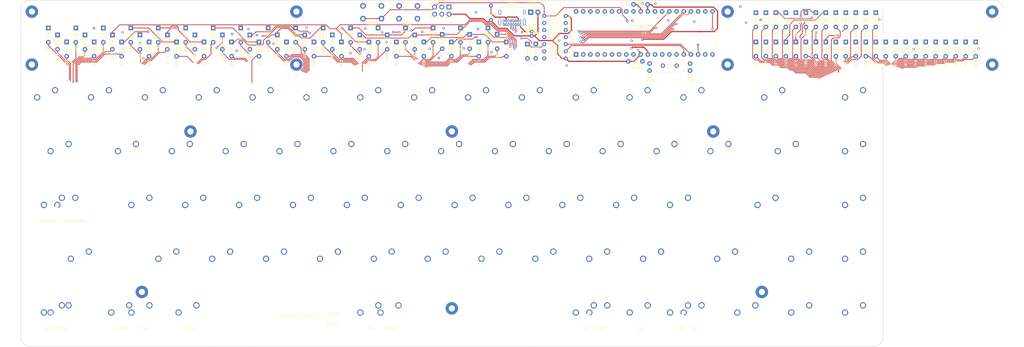
<source format=kicad_pcb>
(kicad_pcb (version 20171130) (host pcbnew 5.1.6)
  (layers (0 F.Cu signal) (31 B.Cu signal) (34 B.Paste user) (35 F.Paste user) (36 B.SilkS user) (37 F.SilkS user) (38 B.Mask user) (39 F.Mask user) (44 Edge.Cuts user))
  (net 0 "")
  (module cftkb:SW_Cherry_MX1A_1.00u_PCB-NOSCREEN (layer F.Cu) (at 147.16125 55.40375)
    (fp_text reference SW7)
    (fp_text value KEYSW)
    (pad "" np_thru_hole circle (at 2.54 5.08) (size 1.7 1.7) (drill 1.7) (layers *.Cu *.Mask))
    (pad "" np_thru_hole circle (at -7.62 5.08) (size 1.7 1.7) (drill 1.7) (layers *.Cu *.Mask))
    (pad "" np_thru_hole circle (at -2.54 5.08) (size 4 4) (drill 4) (layers *.Cu *.Mask))
    (pad 2 thru_hole circle (at -6.35 2.54) (size 2.2 2.2) (drill 1.5) (layers *.Cu *.Mask))
    (pad 1 thru_hole circle (at 0 0) (size 2.2 2.2) (drill 1.5) (layers *.Cu *.Mask))
  )
  (module logos:DISCIPLINE_SMALL_MASK (layer F.Cu) (at 122.147456 129.34421)
    (fp_text reference G*** hide)
    (fp_text value LOGO hide)
  )
  (module cftkb:SW_Cherry_MX1A_1.00u_PCB-NOSCREEN (layer F.Cu) (at 128.11125 55.40375)
    (fp_text reference SW6)
    (fp_text value KEYSW)
    (pad "" np_thru_hole circle (at 2.54 5.08) (size 1.7 1.7) (drill 1.7) (layers *.Cu *.Mask))
    (pad "" np_thru_hole circle (at -7.62 5.08) (size 1.7 1.7) (drill 1.7) (layers *.Cu *.Mask))
    (pad "" np_thru_hole circle (at -2.54 5.08) (size 4 4) (drill 4) (layers *.Cu *.Mask))
    (pad 2 thru_hole circle (at -6.35 2.54) (size 2.2 2.2) (drill 1.5) (layers *.Cu *.Mask))
    (pad 1 thru_hole circle (at 0 0) (size 2.2 2.2) (drill 1.5) (layers *.Cu *.Mask))
  )
  (module cftkb:SW_Cherry_MX1A_1.00u_PCB-NOSCREEN (layer F.Cu) (at 123.34825 93.50375)
    (fp_text reference SW35)
    (fp_text value KEYSW)
    (pad "" np_thru_hole circle (at 2.54 5.08) (size 1.7 1.7) (drill 1.7) (layers *.Cu *.Mask))
    (pad "" np_thru_hole circle (at -7.62 5.08) (size 1.7 1.7) (drill 1.7) (layers *.Cu *.Mask))
    (pad "" np_thru_hole circle (at -2.54 5.08) (size 4 4) (drill 4) (layers *.Cu *.Mask))
    (pad 2 thru_hole circle (at -6.35 2.54) (size 2.2 2.2) (drill 1.5) (layers *.Cu *.Mask))
    (pad 1 thru_hole circle (at 0 0) (size 2.2 2.2) (drill 1.5) (layers *.Cu *.Mask))
  )
  (module cftkb:SW_Cherry_MX1A_2.25u_PCBNOSCREEN (layer F.Cu) (at 44.76745 112.55375)
    (fp_text reference SW45)
    (fp_text value KEYSW)
    (pad 1 thru_hole circle (at 0 0) (size 2.2 2.2) (drill 1.5) (layers *.Cu *.Mask))
    (pad 2 thru_hole circle (at -6.35 2.54) (size 2.2 2.2) (drill 1.5) (layers *.Cu *.Mask))
    (pad "" np_thru_hole circle (at -2.54 5.08) (size 4 4) (drill 4) (layers *.Cu *.Mask))
    (pad "" np_thru_hole circle (at -7.62 5.08) (size 1.7 1.7) (drill 1.7) (layers *.Cu *.Mask))
    (pad "" np_thru_hole circle (at 2.54 5.08) (size 1.7 1.7) (drill 1.7) (layers *.Cu *.Mask))
    (pad "" np_thru_hole circle (at 9.36 13.32) (size 4 4) (drill 4) (layers *.Cu *.Mask))
    (pad "" np_thru_hole circle (at -14.44 13.32) (size 4 4) (drill 4) (layers *.Cu *.Mask))
    (pad "" np_thru_hole circle (at -14.44 -1.92) (size 3.05 3.05) (drill 3.05) (layers *.Cu *.Mask))
    (pad "" np_thru_hole circle (at 9.36 -1.92) (size 3.05 3.05) (drill 3.05) (layers *.Cu *.Mask))
  )
  (module cftkb:SW_Cherry_MX1A_2.00u_PCBNOSCREEN (layer F.Cu) (at 290.03625 55.40375)
    (fp_text reference SW14)
    (fp_text value KEYSW)
    (pad "" np_thru_hole circle (at 9.36 -1.92) (size 3.05 3.05) (drill 3.05) (layers *.Cu *.Mask))
    (pad "" np_thru_hole circle (at -14.44 -1.92) (size 3.05 3.05) (drill 3.05) (layers *.Cu *.Mask))
    (pad "" np_thru_hole circle (at -14.44 13.32) (size 4 4) (drill 4) (layers *.Cu *.Mask))
    (pad "" np_thru_hole circle (at 9.36 13.32) (size 4 4) (drill 4) (layers *.Cu *.Mask))
    (pad "" np_thru_hole circle (at 2.54 5.08) (size 1.7 1.7) (drill 1.7) (layers *.Cu *.Mask))
    (pad "" np_thru_hole circle (at -7.62 5.08) (size 1.7 1.7) (drill 1.7) (layers *.Cu *.Mask))
    (pad "" np_thru_hole circle (at -2.54 5.08) (size 4 4) (drill 4) (layers *.Cu *.Mask))
    (pad 2 thru_hole circle (at -6.35 2.54) (size 2.2 2.2) (drill 1.5) (layers *.Cu *.Mask))
    (pad 1 thru_hole circle (at 0 0) (size 2.2 2.2) (drill 1.5) (layers *.Cu *.Mask))
  )
  (module cftkb:SW_Cherry_MX1A_1.00u_PCB-NOSCREEN (layer F.Cu) (at 156.68625 74.45375)
    (fp_text reference SW22)
    (fp_text value KEYSW)
    (pad "" np_thru_hole circle (at 2.54 5.08) (size 1.7 1.7) (drill 1.7) (layers *.Cu *.Mask))
    (pad "" np_thru_hole circle (at -7.62 5.08) (size 1.7 1.7) (drill 1.7) (layers *.Cu *.Mask))
    (pad "" np_thru_hole circle (at -2.54 5.08) (size 4 4) (drill 4) (layers *.Cu *.Mask))
    (pad 2 thru_hole circle (at -6.35 2.54) (size 2.2 2.2) (drill 1.5) (layers *.Cu *.Mask))
    (pad 1 thru_hole circle (at 0 0) (size 2.2 2.2) (drill 1.5) (layers *.Cu *.Mask))
  )
  (module cftkb:SW_Cherry_MX1A_1.00u_PCB-NOSCREEN (layer F.Cu) (at 270.98625 74.45375)
    (fp_text reference SW28)
    (fp_text value KEYSW)
    (pad "" np_thru_hole circle (at 2.54 5.08) (size 1.7 1.7) (drill 1.7) (layers *.Cu *.Mask))
    (pad "" np_thru_hole circle (at -7.62 5.08) (size 1.7 1.7) (drill 1.7) (layers *.Cu *.Mask))
    (pad "" np_thru_hole circle (at -2.54 5.08) (size 4 4) (drill 4) (layers *.Cu *.Mask))
    (pad 2 thru_hole circle (at -6.35 2.54) (size 2.2 2.2) (drill 1.5) (layers *.Cu *.Mask))
    (pad 1 thru_hole circle (at 0 0) (size 2.2 2.2) (drill 1.5) (layers *.Cu *.Mask))
  )
  (module cftkb:SW_Cherry_MX1A_1.50u_PCBNOSCREEN (layer F.Cu) (at 66.223031 131.599819)
    (fp_text reference SW71)
    (fp_text value KEYSW)
    (pad 1 thru_hole circle (at 0 0) (size 2.2 2.2) (drill 1.5) (layers *.Cu *.Mask))
    (pad 2 thru_hole circle (at -6.35 2.54) (size 2.2 2.2) (drill 1.5) (layers *.Cu *.Mask))
    (pad "" np_thru_hole circle (at -2.54 5.08) (size 4 4) (drill 4) (layers *.Cu *.Mask))
    (pad "" np_thru_hole circle (at -7.62 5.08) (size 1.7 1.7) (drill 1.7) (layers *.Cu *.Mask))
    (pad "" np_thru_hole circle (at 2.54 5.08) (size 1.7 1.7) (drill 1.7) (layers *.Cu *.Mask))
  )
  (module cftkb:SW_Cherry_MX1A_1.00u_PCB-NOSCREEN (layer F.Cu) (at 147.187573 131.61164)
    (fp_text reference SW72)
    (fp_text value KEYSW)
    (pad "" np_thru_hole circle (at 2.54 5.08) (size 1.7 1.7) (drill 1.7) (layers *.Cu *.Mask))
    (pad "" np_thru_hole circle (at -7.62 5.08) (size 1.7 1.7) (drill 1.7) (layers *.Cu *.Mask))
    (pad "" np_thru_hole circle (at -2.54 5.08) (size 4 4) (drill 4) (layers *.Cu *.Mask))
    (pad 2 thru_hole circle (at -6.35 2.54) (size 2.2 2.2) (drill 1.5) (layers *.Cu *.Mask))
    (pad 1 thru_hole circle (at 0 0) (size 2.2 2.2) (drill 1.5) (layers *.Cu *.Mask))
  )
  (module cftkb:SW_Cherry_MX1A_1.00u_PCB-NOSCREEN (layer F.Cu) (at 218.59825 93.50375)
    (fp_text reference SW40)
    (fp_text value KEYSW)
    (pad "" np_thru_hole circle (at 2.54 5.08) (size 1.7 1.7) (drill 1.7) (layers *.Cu *.Mask))
    (pad "" np_thru_hole circle (at -7.62 5.08) (size 1.7 1.7) (drill 1.7) (layers *.Cu *.Mask))
    (pad "" np_thru_hole circle (at -2.54 5.08) (size 4 4) (drill 4) (layers *.Cu *.Mask))
    (pad 2 thru_hole circle (at -6.35 2.54) (size 2.2 2.2) (drill 1.5) (layers *.Cu *.Mask))
    (pad 1 thru_hole circle (at 0 0) (size 2.2 2.2) (drill 1.5) (layers *.Cu *.Mask))
  )
  (module cftkb:SW_Cherry_MX1A_1.00u_PCB-NOSCREEN (layer F.Cu) (at 109.06125 55.40375)
    (fp_text reference SW5)
    (fp_text value KEYSW)
    (pad "" np_thru_hole circle (at 2.54 5.08) (size 1.7 1.7) (drill 1.7) (layers *.Cu *.Mask))
    (pad "" np_thru_hole circle (at -7.62 5.08) (size 1.7 1.7) (drill 1.7) (layers *.Cu *.Mask))
    (pad "" np_thru_hole circle (at -2.54 5.08) (size 4 4) (drill 4) (layers *.Cu *.Mask))
    (pad 2 thru_hole circle (at -6.35 2.54) (size 2.2 2.2) (drill 1.5) (layers *.Cu *.Mask))
    (pad 1 thru_hole circle (at 0 0) (size 2.2 2.2) (drill 1.5) (layers *.Cu *.Mask))
  )
  (module cftkb:SW_Cherry_MX1A_1.00u_PCB-NOSCREEN (layer F.Cu) (at 99.53625 74.45375)
    (fp_text reference SW19)
    (fp_text value KEYSW)
    (pad "" np_thru_hole circle (at 2.54 5.08) (size 1.7 1.7) (drill 1.7) (layers *.Cu *.Mask))
    (pad "" np_thru_hole circle (at -7.62 5.08) (size 1.7 1.7) (drill 1.7) (layers *.Cu *.Mask))
    (pad "" np_thru_hole circle (at -2.54 5.08) (size 4 4) (drill 4) (layers *.Cu *.Mask))
    (pad 2 thru_hole circle (at -6.35 2.54) (size 2.2 2.2) (drill 1.5) (layers *.Cu *.Mask))
    (pad 1 thru_hole circle (at 0 0) (size 2.2 2.2) (drill 1.5) (layers *.Cu *.Mask))
  )
  (module cftkb:SW_Cherry_MX1A_1.75u_PCBNOSCREEN (layer F.Cu) (at 40.00505 93.49362)
    (fp_text reference SW31)
    (fp_text value KEYSW)
    (pad "" np_thru_hole circle (at 2.54 5.08) (size 1.7 1.7) (drill 1.7) (layers *.Cu *.Mask))
    (pad "" np_thru_hole circle (at -7.62 5.08) (size 1.7 1.7) (drill 1.7) (layers *.Cu *.Mask))
    (pad "" np_thru_hole circle (at -2.54 5.08) (size 4 4) (drill 4) (layers *.Cu *.Mask))
    (pad 2 thru_hole circle (at -6.35 2.54) (size 2.2 2.2) (drill 1.5) (layers *.Cu *.Mask))
    (pad 1 thru_hole circle (at 0 0) (size 2.2 2.2) (drill 1.5) (layers *.Cu *.Mask))
  )
  (module cftkb:SW_Cherry_MX1A_1.25u_PCBNOSCREEN (layer F.Cu) (at 59.05505 131.60375)
    (fp_text reference SW60)
    (fp_text value KEYSW)
    (pad "" np_thru_hole circle (at 2.54 5.08) (size 1.7 1.7) (drill 1.7) (layers *.Cu *.Mask))
    (pad "" np_thru_hole circle (at -7.62 5.08) (size 1.7 1.7) (drill 1.7) (layers *.Cu *.Mask))
    (pad "" np_thru_hole circle (at -2.54 5.08) (size 4 4) (drill 4) (layers *.Cu *.Mask))
    (pad 2 thru_hole circle (at -6.35 2.54) (size 2.2 2.2) (drill 1.5) (layers *.Cu *.Mask))
    (pad 1 thru_hole circle (at 0 0) (size 2.2 2.2) (drill 1.5) (layers *.Cu *.Mask))
  )
  (module cftkb:SW_Cherry_MX1A_1.00u_PCB-NOSCREEN (layer F.Cu) (at 154.30525 131.60375)
    (fp_text reference SW62)
    (fp_text value KEYSW)
    (pad "" np_thru_hole circle (at 2.54 5.08) (size 1.7 1.7) (drill 1.7) (layers *.Cu *.Mask))
    (pad "" np_thru_hole circle (at -7.62 5.08) (size 1.7 1.7) (drill 1.7) (layers *.Cu *.Mask))
    (pad "" np_thru_hole circle (at -2.54 5.08) (size 4 4) (drill 4) (layers *.Cu *.Mask))
    (pad 2 thru_hole circle (at -6.35 2.54) (size 2.2 2.2) (drill 1.5) (layers *.Cu *.Mask))
    (pad 1 thru_hole circle (at 0 0) (size 2.2 2.2) (drill 1.5) (layers *.Cu *.Mask))
  )
  (module cftkb:SW_Cherry_MX1A_2.25u_PCBNOSCREEN (layer F.Cu) (at 287.65525 93.50375)
    (fp_text reference SW43)
    (fp_text value KEYSW)
    (pad 1 thru_hole circle (at 0 0) (size 2.2 2.2) (drill 1.5) (layers *.Cu *.Mask))
    (pad 2 thru_hole circle (at -6.35 2.54) (size 2.2 2.2) (drill 1.5) (layers *.Cu *.Mask))
    (pad "" np_thru_hole circle (at -2.54 5.08) (size 4 4) (drill 4) (layers *.Cu *.Mask))
    (pad "" np_thru_hole circle (at -7.62 5.08) (size 1.7 1.7) (drill 1.7) (layers *.Cu *.Mask))
    (pad "" np_thru_hole circle (at 2.54 5.08) (size 1.7 1.7) (drill 1.7) (layers *.Cu *.Mask))
    (pad "" np_thru_hole circle (at 9.36 13.32) (size 4 4) (drill 4) (layers *.Cu *.Mask))
    (pad "" np_thru_hole circle (at -14.44 13.32) (size 4 4) (drill 4) (layers *.Cu *.Mask))
    (pad "" np_thru_hole circle (at -14.44 -1.92) (size 3.05 3.05) (drill 3.05) (layers *.Cu *.Mask))
    (pad "" np_thru_hole circle (at 9.36 -1.92) (size 3.05 3.05) (drill 3.05) (layers *.Cu *.Mask))
  )
  (module cftkb:SW_Cherry_MX1A_1.00u_PCB-NOSCREEN (layer F.Cu) (at 280.51125 131.60375)
    (fp_text reference SW65)
    (fp_text value KEYSW)
    (pad "" np_thru_hole circle (at 2.54 5.08) (size 1.7 1.7) (drill 1.7) (layers *.Cu *.Mask))
    (pad "" np_thru_hole circle (at -7.62 5.08) (size 1.7 1.7) (drill 1.7) (layers *.Cu *.Mask))
    (pad "" np_thru_hole circle (at -2.54 5.08) (size 4 4) (drill 4) (layers *.Cu *.Mask))
    (pad 2 thru_hole circle (at -6.35 2.54) (size 2.2 2.2) (drill 1.5) (layers *.Cu *.Mask))
    (pad 1 thru_hole circle (at 0 0) (size 2.2 2.2) (drill 1.5) (layers *.Cu *.Mask))
  )
  (module cftkb:SW_Cherry_MX1A_1.00u_PCB-NOSCREEN (layer F.Cu) (at 261.501528 131.59362)
    (fp_text reference SW68)
    (fp_text value KEYSW)
    (pad "" np_thru_hole circle (at 2.54 5.08) (size 1.7 1.7) (drill 1.7) (layers *.Cu *.Mask))
    (pad "" np_thru_hole circle (at -7.62 5.08) (size 1.7 1.7) (drill 1.7) (layers *.Cu *.Mask))
    (pad "" np_thru_hole circle (at -2.54 5.08) (size 4 4) (drill 4) (layers *.Cu *.Mask))
    (pad 2 thru_hole circle (at -6.35 2.54) (size 2.2 2.2) (drill 1.5) (layers *.Cu *.Mask))
    (pad 1 thru_hole circle (at 0 0) (size 2.2 2.2) (drill 1.5) (layers *.Cu *.Mask))
  )
  (module cftkb:SW_Cherry_MX1A_1.50u_PCBNOSCREEN (layer F.Cu) (at 37.6237 131.59362)
    (fp_text reference SW70)
    (fp_text value KEYSW)
    (pad 1 thru_hole circle (at 0 0) (size 2.2 2.2) (drill 1.5) (layers *.Cu *.Mask))
    (pad 2 thru_hole circle (at -6.35 2.54) (size 2.2 2.2) (drill 1.5) (layers *.Cu *.Mask))
    (pad "" np_thru_hole circle (at -2.54 5.08) (size 4 4) (drill 4) (layers *.Cu *.Mask))
    (pad "" np_thru_hole circle (at -7.62 5.08) (size 1.7 1.7) (drill 1.7) (layers *.Cu *.Mask))
    (pad "" np_thru_hole circle (at 2.54 5.08) (size 1.7 1.7) (drill 1.7) (layers *.Cu *.Mask))
  )
  (module cftkb:SW_Cherry_MX1A_1.50u_PCBNOSCREEN (layer F.Cu) (at 37.62375 74.45375)
    (fp_text reference SW16)
    (fp_text value KEYSW)
    (pad 1 thru_hole circle (at 0 0) (size 2.2 2.2) (drill 1.5) (layers *.Cu *.Mask))
    (pad 2 thru_hole circle (at -6.35 2.54) (size 2.2 2.2) (drill 1.5) (layers *.Cu *.Mask))
    (pad "" np_thru_hole circle (at -2.54 5.08) (size 4 4) (drill 4) (layers *.Cu *.Mask))
    (pad "" np_thru_hole circle (at -7.62 5.08) (size 1.7 1.7) (drill 1.7) (layers *.Cu *.Mask))
    (pad "" np_thru_hole circle (at 2.54 5.08) (size 1.7 1.7) (drill 1.7) (layers *.Cu *.Mask))
  )
  (module cftkb:SW_Cherry_MX1A_1.00u_PCB-NOSCREEN (layer F.Cu) (at 251.93625 74.45375)
    (fp_text reference SW27)
    (fp_text value KEYSW)
    (pad "" np_thru_hole circle (at 2.54 5.08) (size 1.7 1.7) (drill 1.7) (layers *.Cu *.Mask))
    (pad "" np_thru_hole circle (at -7.62 5.08) (size 1.7 1.7) (drill 1.7) (layers *.Cu *.Mask))
    (pad "" np_thru_hole circle (at -2.54 5.08) (size 4 4) (drill 4) (layers *.Cu *.Mask))
    (pad 2 thru_hole circle (at -6.35 2.54) (size 2.2 2.2) (drill 1.5) (layers *.Cu *.Mask))
    (pad 1 thru_hole circle (at 0 0) (size 2.2 2.2) (drill 1.5) (layers *.Cu *.Mask))
  )
  (module cftkb:SW_Cherry_MX1A_1.00u_PCB-NOSCREEN (layer F.Cu) (at 118.58625 74.45375)
    (fp_text reference SW20)
    (fp_text value KEYSW)
    (pad "" np_thru_hole circle (at 2.54 5.08) (size 1.7 1.7) (drill 1.7) (layers *.Cu *.Mask))
    (pad "" np_thru_hole circle (at -7.62 5.08) (size 1.7 1.7) (drill 1.7) (layers *.Cu *.Mask))
    (pad "" np_thru_hole circle (at -2.54 5.08) (size 4 4) (drill 4) (layers *.Cu *.Mask))
    (pad 2 thru_hole circle (at -6.35 2.54) (size 2.2 2.2) (drill 1.5) (layers *.Cu *.Mask))
    (pad 1 thru_hole circle (at 0 0) (size 2.2 2.2) (drill 1.5) (layers *.Cu *.Mask))
  )
  (module cftkb:SW_Cherry_MX1A_1.00u_PCB-NOSCREEN (layer F.Cu) (at 318.61125 112.55375)
    (fp_text reference SW58)
    (fp_text value KEYSW)
    (pad "" np_thru_hole circle (at 2.54 5.08) (size 1.7 1.7) (drill 1.7) (layers *.Cu *.Mask))
    (pad "" np_thru_hole circle (at -7.62 5.08) (size 1.7 1.7) (drill 1.7) (layers *.Cu *.Mask))
    (pad "" np_thru_hole circle (at -2.54 5.08) (size 4 4) (drill 4) (layers *.Cu *.Mask))
    (pad 2 thru_hole circle (at -6.35 2.54) (size 2.2 2.2) (drill 1.5) (layers *.Cu *.Mask))
    (pad 1 thru_hole circle (at 0 0) (size 2.2 2.2) (drill 1.5) (layers *.Cu *.Mask))
  )
  (module cftkb:SW_Cherry_MX1A_1.25u_PCBNOSCREEN (layer F.Cu) (at 82.86745 131.59362)
    (fp_text reference SW61)
    (fp_text value KEYSW)
    (pad "" np_thru_hole circle (at 2.54 5.08) (size 1.7 1.7) (drill 1.7) (layers *.Cu *.Mask))
    (pad "" np_thru_hole circle (at -7.62 5.08) (size 1.7 1.7) (drill 1.7) (layers *.Cu *.Mask))
    (pad "" np_thru_hole circle (at -2.54 5.08) (size 4 4) (drill 4) (layers *.Cu *.Mask))
    (pad 2 thru_hole circle (at -6.35 2.54) (size 2.2 2.2) (drill 1.5) (layers *.Cu *.Mask))
    (pad 1 thru_hole circle (at 0 0) (size 2.2 2.2) (drill 1.5) (layers *.Cu *.Mask))
  )
  (module MountingHole:MountingHole_2.2mm_M2_Pad (layer F.Cu) (at 63.545888 126.85696)
    (fp_text reference REF**)
    (fp_text value MountingHole_2.2mm_M2_Pad)
    (pad 1 thru_hole circle (at 0 0) (size 4.4 4.4) (drill 2.2) (layers *.Cu *.Mask))
  )
  (module MountingHole:MountingHole_2.2mm_M2_Pad (layer F.Cu) (at 282.840803 126.85696)
    (fp_text reference REF**)
    (fp_text value MountingHole_2.2mm_M2_Pad)
    (pad 1 thru_hole circle (at 0 0) (size 4.4 4.4) (drill 2.2) (layers *.Cu *.Mask))
  )
  (module MountingHole:MountingHole_2.2mm_M2_Pad (layer F.Cu) (at 80.734723 70.012994)
    (fp_text reference REF**)
    (fp_text value MountingHole_2.2mm_M2_Pad)
    (pad 1 thru_hole circle (at 0 0) (size 4.4 4.4) (drill 2.2) (layers *.Cu *.Mask))
  )
  (module MountingHole:MountingHole_2.2mm_M2_Pad (layer F.Cu) (at 265.651968 70.012994)
    (fp_text reference REF**)
    (fp_text value MountingHole_2.2mm_M2_Pad)
    (pad 1 thru_hole circle (at 0 0) (size 4.4 4.4) (drill 2.2) (layers *.Cu *.Mask))
  )
  (module MountingHole:MountingHole_2.2mm_M2_Pad (layer F.Cu) (at 173.193345 70.012994)
    (fp_text reference REF**)
    (fp_text value MountingHole_2.2mm_M2_Pad)
    (pad 1 thru_hole circle (at 0 0) (size 4.4 4.4) (drill 2.2) (layers *.Cu *.Mask))
  )
  (module cftkb:SW_Cherry_MX1A_1.50u_PCBNOSCREEN (layer F.Cu) (at 228.163936 131.60375)
    (fp_text reference SW73)
    (fp_text value KEYSW)
    (pad 1 thru_hole circle (at 0 0) (size 2.2 2.2) (drill 1.5) (layers *.Cu *.Mask))
    (pad 2 thru_hole circle (at -6.35 2.54) (size 2.2 2.2) (drill 1.5) (layers *.Cu *.Mask))
    (pad "" np_thru_hole circle (at -2.54 5.08) (size 4 4) (drill 4) (layers *.Cu *.Mask))
    (pad "" np_thru_hole circle (at -7.62 5.08) (size 1.7 1.7) (drill 1.7) (layers *.Cu *.Mask))
    (pad "" np_thru_hole circle (at 2.54 5.08) (size 1.7 1.7) (drill 1.7) (layers *.Cu *.Mask))
  )
  (module cftkb:SW_Cherry_MX1A_1.00u_PCB-NOSCREEN (layer F.Cu) (at 151.92425 112.55375)
    (fp_text reference SW50)
    (fp_text value KEYSW)
    (pad "" np_thru_hole circle (at 2.54 5.08) (size 1.7 1.7) (drill 1.7) (layers *.Cu *.Mask))
    (pad "" np_thru_hole circle (at -7.62 5.08) (size 1.7 1.7) (drill 1.7) (layers *.Cu *.Mask))
    (pad "" np_thru_hole circle (at -2.54 5.08) (size 4 4) (drill 4) (layers *.Cu *.Mask))
    (pad 2 thru_hole circle (at -6.35 2.54) (size 2.2 2.2) (drill 1.5) (layers *.Cu *.Mask))
    (pad 1 thru_hole circle (at 0 0) (size 2.2 2.2) (drill 1.5) (layers *.Cu *.Mask))
  )
  (module cftkb:SW_Cherry_MX1A_1.00u_PCB-NOSCREEN (layer F.Cu) (at 190.02425 112.55375)
    (fp_text reference SW52)
    (fp_text value KEYSW)
    (pad "" np_thru_hole circle (at 2.54 5.08) (size 1.7 1.7) (drill 1.7) (layers *.Cu *.Mask))
    (pad "" np_thru_hole circle (at -7.62 5.08) (size 1.7 1.7) (drill 1.7) (layers *.Cu *.Mask))
    (pad "" np_thru_hole circle (at -2.54 5.08) (size 4 4) (drill 4) (layers *.Cu *.Mask))
    (pad 2 thru_hole circle (at -6.35 2.54) (size 2.2 2.2) (drill 1.5) (layers *.Cu *.Mask))
    (pad 1 thru_hole circle (at 0 0) (size 2.2 2.2) (drill 1.5) (layers *.Cu *.Mask))
  )
  (module cftkb:SW_Cherry_MX1A_1.00u_PCB-NOSCREEN (layer F.Cu) (at 132.87425 112.55375)
    (fp_text reference SW49)
    (fp_text value KEYSW)
    (pad "" np_thru_hole circle (at 2.54 5.08) (size 1.7 1.7) (drill 1.7) (layers *.Cu *.Mask))
    (pad "" np_thru_hole circle (at -7.62 5.08) (size 1.7 1.7) (drill 1.7) (layers *.Cu *.Mask))
    (pad "" np_thru_hole circle (at -2.54 5.08) (size 4 4) (drill 4) (layers *.Cu *.Mask))
    (pad 2 thru_hole circle (at -6.35 2.54) (size 2.2 2.2) (drill 1.5) (layers *.Cu *.Mask))
    (pad 1 thru_hole circle (at 0 0) (size 2.2 2.2) (drill 1.5) (layers *.Cu *.Mask))
  )
  (module cftkb:SW_Cherry_MX1A_1.00u_PCB-NOSCREEN (layer F.Cu) (at 137.63625 74.45375)
    (fp_text reference SW21)
    (fp_text value KEYSW)
    (pad "" np_thru_hole circle (at 2.54 5.08) (size 1.7 1.7) (drill 1.7) (layers *.Cu *.Mask))
    (pad "" np_thru_hole circle (at -7.62 5.08) (size 1.7 1.7) (drill 1.7) (layers *.Cu *.Mask))
    (pad "" np_thru_hole circle (at -2.54 5.08) (size 4 4) (drill 4) (layers *.Cu *.Mask))
    (pad 2 thru_hole circle (at -6.35 2.54) (size 2.2 2.2) (drill 1.5) (layers *.Cu *.Mask))
    (pad 1 thru_hole circle (at 0 0) (size 2.2 2.2) (drill 1.5) (layers *.Cu *.Mask))
  )
  (module cftkb:SW_Cherry_MX1A_1.00u_PCB-NOSCREEN (layer F.Cu) (at 90.01125 55.40375)
    (fp_text reference SW4)
    (fp_text value KEYSW)
    (pad "" np_thru_hole circle (at 2.54 5.08) (size 1.7 1.7) (drill 1.7) (layers *.Cu *.Mask))
    (pad "" np_thru_hole circle (at -7.62 5.08) (size 1.7 1.7) (drill 1.7) (layers *.Cu *.Mask))
    (pad "" np_thru_hole circle (at -2.54 5.08) (size 4 4) (drill 4) (layers *.Cu *.Mask))
    (pad 2 thru_hole circle (at -6.35 2.54) (size 2.2 2.2) (drill 1.5) (layers *.Cu *.Mask))
    (pad 1 thru_hole circle (at 0 0) (size 2.2 2.2) (drill 1.5) (layers *.Cu *.Mask))
  )
  (module cftkb:SW_Cherry_MX1A_1.00u_PCB-NOSCREEN (layer F.Cu) (at 170.97425 112.55375)
    (fp_text reference SW51)
    (fp_text value KEYSW)
    (pad "" np_thru_hole circle (at 2.54 5.08) (size 1.7 1.7) (drill 1.7) (layers *.Cu *.Mask))
    (pad "" np_thru_hole circle (at -7.62 5.08) (size 1.7 1.7) (drill 1.7) (layers *.Cu *.Mask))
    (pad "" np_thru_hole circle (at -2.54 5.08) (size 4 4) (drill 4) (layers *.Cu *.Mask))
    (pad 2 thru_hole circle (at -6.35 2.54) (size 2.2 2.2) (drill 1.5) (layers *.Cu *.Mask))
    (pad 1 thru_hole circle (at 0 0) (size 2.2 2.2) (drill 1.5) (layers *.Cu *.Mask))
  )
  (module cftkb:SW_Cherry_MX1A_1.00u_PCB-NOSCREEN (layer F.Cu) (at 318.61125 55.40375)
    (fp_text reference SW15)
    (fp_text value KEYSW)
    (pad "" np_thru_hole circle (at 2.54 5.08) (size 1.7 1.7) (drill 1.7) (layers *.Cu *.Mask))
    (pad "" np_thru_hole circle (at -7.62 5.08) (size 1.7 1.7) (drill 1.7) (layers *.Cu *.Mask))
    (pad "" np_thru_hole circle (at -2.54 5.08) (size 4 4) (drill 4) (layers *.Cu *.Mask))
    (pad 2 thru_hole circle (at -6.35 2.54) (size 2.2 2.2) (drill 1.5) (layers *.Cu *.Mask))
    (pad 1 thru_hole circle (at 0 0) (size 2.2 2.2) (drill 1.5) (layers *.Cu *.Mask))
  )
  (module cftkb:SW_Cherry_MX1A_1.25u_PCBNOSCREEN (layer F.Cu) (at 35.2425 93.49362)
    (fp_text reference SW69)
    (fp_text value KEYSW)
    (pad "" np_thru_hole circle (at 2.54 5.08) (size 1.7 1.7) (drill 1.7) (layers *.Cu *.Mask))
    (pad "" np_thru_hole circle (at -7.62 5.08) (size 1.7 1.7) (drill 1.7) (layers *.Cu *.Mask))
    (pad "" np_thru_hole circle (at -2.54 5.08) (size 4 4) (drill 4) (layers *.Cu *.Mask))
    (pad 2 thru_hole circle (at -6.35 2.54) (size 2.2 2.2) (drill 1.5) (layers *.Cu *.Mask))
    (pad 1 thru_hole circle (at 0 0) (size 2.2 2.2) (drill 1.5) (layers *.Cu *.Mask))
  )
  (module cftkb:SW_Cherry_MX1A_1.00u_PCB-NOSCREEN (layer F.Cu) (at 232.88625 74.45375)
    (fp_text reference SW26)
    (fp_text value KEYSW)
    (pad "" np_thru_hole circle (at 2.54 5.08) (size 1.7 1.7) (drill 1.7) (layers *.Cu *.Mask))
    (pad "" np_thru_hole circle (at -7.62 5.08) (size 1.7 1.7) (drill 1.7) (layers *.Cu *.Mask))
    (pad "" np_thru_hole circle (at -2.54 5.08) (size 4 4) (drill 4) (layers *.Cu *.Mask))
    (pad 2 thru_hole circle (at -6.35 2.54) (size 2.2 2.2) (drill 1.5) (layers *.Cu *.Mask))
    (pad 1 thru_hole circle (at 0 0) (size 2.2 2.2) (drill 1.5) (layers *.Cu *.Mask))
  )
  (module cftkb:SW_Cherry_MX1A_1.00u_PCB-NOSCREEN (layer F.Cu) (at 228.12425 112.55375)
    (fp_text reference SW54)
    (fp_text value KEYSW)
    (pad "" np_thru_hole circle (at 2.54 5.08) (size 1.7 1.7) (drill 1.7) (layers *.Cu *.Mask))
    (pad "" np_thru_hole circle (at -7.62 5.08) (size 1.7 1.7) (drill 1.7) (layers *.Cu *.Mask))
    (pad "" np_thru_hole circle (at -2.54 5.08) (size 4 4) (drill 4) (layers *.Cu *.Mask))
    (pad 2 thru_hole circle (at -6.35 2.54) (size 2.2 2.2) (drill 1.5) (layers *.Cu *.Mask))
    (pad 1 thru_hole circle (at 0 0) (size 2.2 2.2) (drill 1.5) (layers *.Cu *.Mask))
  )
  (module cftkb:SW_Cherry_MX1A_1.00u_PCB-NOSCREEN (layer F.Cu) (at 113.82375 112.55375)
    (fp_text reference SW48)
    (fp_text value KEYSW)
    (pad "" np_thru_hole circle (at 2.54 5.08) (size 1.7 1.7) (drill 1.7) (layers *.Cu *.Mask))
    (pad "" np_thru_hole circle (at -7.62 5.08) (size 1.7 1.7) (drill 1.7) (layers *.Cu *.Mask))
    (pad "" np_thru_hole circle (at -2.54 5.08) (size 4 4) (drill 4) (layers *.Cu *.Mask))
    (pad 2 thru_hole circle (at -6.35 2.54) (size 2.2 2.2) (drill 1.5) (layers *.Cu *.Mask))
    (pad 1 thru_hole circle (at 0 0) (size 2.2 2.2) (drill 1.5) (layers *.Cu *.Mask))
  )
  (module cftkb:SW_Cherry_MX1A_1.00u_PCB-NOSCREEN (layer F.Cu) (at 175.73625 74.45375)
    (fp_text reference SW23)
    (fp_text value KEYSW)
    (pad "" np_thru_hole circle (at 2.54 5.08) (size 1.7 1.7) (drill 1.7) (layers *.Cu *.Mask))
    (pad "" np_thru_hole circle (at -7.62 5.08) (size 1.7 1.7) (drill 1.7) (layers *.Cu *.Mask))
    (pad "" np_thru_hole circle (at -2.54 5.08) (size 4 4) (drill 4) (layers *.Cu *.Mask))
    (pad 2 thru_hole circle (at -6.35 2.54) (size 2.2 2.2) (drill 1.5) (layers *.Cu *.Mask))
    (pad 1 thru_hole circle (at 0 0) (size 2.2 2.2) (drill 1.5) (layers *.Cu *.Mask))
  )
  (module cftkb:SW_Cherry_MX1A_1.00u_PCB-NOSCREEN (layer F.Cu) (at 94.77375 112.55375)
    (fp_text reference SW47)
    (fp_text value KEYSW)
    (pad "" np_thru_hole circle (at 2.54 5.08) (size 1.7 1.7) (drill 1.7) (layers *.Cu *.Mask))
    (pad "" np_thru_hole circle (at -7.62 5.08) (size 1.7 1.7) (drill 1.7) (layers *.Cu *.Mask))
    (pad "" np_thru_hole circle (at -2.54 5.08) (size 4 4) (drill 4) (layers *.Cu *.Mask))
    (pad 2 thru_hole circle (at -6.35 2.54) (size 2.2 2.2) (drill 1.5) (layers *.Cu *.Mask))
    (pad 1 thru_hole circle (at 0 0) (size 2.2 2.2) (drill 1.5) (layers *.Cu *.Mask))
  )
  (module cftkb:SW_Cherry_MX1A_1.50u_PCBNOSCREEN (layer F.Cu) (at 294.79825 74.45375)
    (fp_text reference SW29)
    (fp_text value KEYSW)
    (pad 1 thru_hole circle (at 0 0) (size 2.2 2.2) (drill 1.5) (layers *.Cu *.Mask))
    (pad 2 thru_hole circle (at -6.35 2.54) (size 2.2 2.2) (drill 1.5) (layers *.Cu *.Mask))
    (pad "" np_thru_hole circle (at -2.54 5.08) (size 4 4) (drill 4) (layers *.Cu *.Mask))
    (pad "" np_thru_hole circle (at -7.62 5.08) (size 1.7 1.7) (drill 1.7) (layers *.Cu *.Mask))
    (pad "" np_thru_hole circle (at 2.54 5.08) (size 1.7 1.7) (drill 1.7) (layers *.Cu *.Mask))
  )
  (module cftkb:SW_Cherry_MX1A_1.50u_PCBNOSCREEN (layer F.Cu) (at 256.720128 131.60375)
    (fp_text reference SW74)
    (fp_text value KEYSW)
    (pad 1 thru_hole circle (at 0 0) (size 2.2 2.2) (drill 1.5) (layers *.Cu *.Mask))
    (pad 2 thru_hole circle (at -6.35 2.54) (size 2.2 2.2) (drill 1.5) (layers *.Cu *.Mask))
    (pad "" np_thru_hole circle (at -2.54 5.08) (size 4 4) (drill 4) (layers *.Cu *.Mask))
    (pad "" np_thru_hole circle (at -7.62 5.08) (size 1.7 1.7) (drill 1.7) (layers *.Cu *.Mask))
    (pad "" np_thru_hole circle (at 2.54 5.08) (size 1.7 1.7) (drill 1.7) (layers *.Cu *.Mask))
  )
  (module cftkb:SW_Cherry_MX1A_1.00u_PCB-NOSCREEN (layer F.Cu) (at 213.83625 74.45375)
    (fp_text reference SW25)
    (fp_text value KEYSW)
    (pad "" np_thru_hole circle (at 2.54 5.08) (size 1.7 1.7) (drill 1.7) (layers *.Cu *.Mask))
    (pad "" np_thru_hole circle (at -7.62 5.08) (size 1.7 1.7) (drill 1.7) (layers *.Cu *.Mask))
    (pad "" np_thru_hole circle (at -2.54 5.08) (size 4 4) (drill 4) (layers *.Cu *.Mask))
    (pad 2 thru_hole circle (at -6.35 2.54) (size 2.2 2.2) (drill 1.5) (layers *.Cu *.Mask))
    (pad 1 thru_hole circle (at 0 0) (size 2.2 2.2) (drill 1.5) (layers *.Cu *.Mask))
  )
  (module cftkb:SW_Cherry_MX1A_1.00u_PCB-NOSCREEN (layer F.Cu) (at 299.56125 112.55375)
    (fp_text reference SW57)
    (fp_text value KEYSW)
    (pad "" np_thru_hole circle (at 2.54 5.08) (size 1.7 1.7) (drill 1.7) (layers *.Cu *.Mask))
    (pad "" np_thru_hole circle (at -7.62 5.08) (size 1.7 1.7) (drill 1.7) (layers *.Cu *.Mask))
    (pad "" np_thru_hole circle (at -2.54 5.08) (size 4 4) (drill 4) (layers *.Cu *.Mask))
    (pad 2 thru_hole circle (at -6.35 2.54) (size 2.2 2.2) (drill 1.5) (layers *.Cu *.Mask))
    (pad 1 thru_hole circle (at 0 0) (size 2.2 2.2) (drill 1.5) (layers *.Cu *.Mask))
  )
  (module cftkb:SW_Cherry_MX1A_1.00u_PCB-NOSCREEN (layer F.Cu) (at 166.21125 55.40375)
    (fp_text reference SW8)
    (fp_text value KEYSW)
    (pad "" np_thru_hole circle (at 2.54 5.08) (size 1.7 1.7) (drill 1.7) (layers *.Cu *.Mask))
    (pad "" np_thru_hole circle (at -7.62 5.08) (size 1.7 1.7) (drill 1.7) (layers *.Cu *.Mask))
    (pad "" np_thru_hole circle (at -2.54 5.08) (size 4 4) (drill 4) (layers *.Cu *.Mask))
    (pad 2 thru_hole circle (at -6.35 2.54) (size 2.2 2.2) (drill 1.5) (layers *.Cu *.Mask))
    (pad 1 thru_hole circle (at 0 0) (size 2.2 2.2) (drill 1.5) (layers *.Cu *.Mask))
  )
  (module cftkb:SW_Cherry_MX1A_1.25u_PCBNOSCREEN (layer F.Cu) (at 35.24245 131.59362)
    (fp_text reference SW59)
    (fp_text value KEYSW)
    (pad "" np_thru_hole circle (at 2.54 5.08) (size 1.7 1.7) (drill 1.7) (layers *.Cu *.Mask))
    (pad "" np_thru_hole circle (at -7.62 5.08) (size 1.7 1.7) (drill 1.7) (layers *.Cu *.Mask))
    (pad "" np_thru_hole circle (at -2.54 5.08) (size 4 4) (drill 4) (layers *.Cu *.Mask))
    (pad 2 thru_hole circle (at -6.35 2.54) (size 2.2 2.2) (drill 1.5) (layers *.Cu *.Mask))
    (pad 1 thru_hole circle (at 0 0) (size 2.2 2.2) (drill 1.5) (layers *.Cu *.Mask))
  )
  (module cftkb:SW_Cherry_MX1A_1.00u_PCB-NOSCREEN (layer F.Cu) (at 237.64825 93.50375)
    (fp_text reference SW41)
    (fp_text value KEYSW)
    (pad "" np_thru_hole circle (at 2.54 5.08) (size 1.7 1.7) (drill 1.7) (layers *.Cu *.Mask))
    (pad "" np_thru_hole circle (at -7.62 5.08) (size 1.7 1.7) (drill 1.7) (layers *.Cu *.Mask))
    (pad "" np_thru_hole circle (at -2.54 5.08) (size 4 4) (drill 4) (layers *.Cu *.Mask))
    (pad 2 thru_hole circle (at -6.35 2.54) (size 2.2 2.2) (drill 1.5) (layers *.Cu *.Mask))
    (pad 1 thru_hole circle (at 0 0) (size 2.2 2.2) (drill 1.5) (layers *.Cu *.Mask))
  )
  (module cftkb:SW_Cherry_MX1A_1.00u_PCB-NOSCREEN (layer F.Cu) (at 242.446206 131.60375)
    (fp_text reference SW64)
    (fp_text value KEYSW)
    (pad "" np_thru_hole circle (at 2.54 5.08) (size 1.7 1.7) (drill 1.7) (layers *.Cu *.Mask))
    (pad "" np_thru_hole circle (at -7.62 5.08) (size 1.7 1.7) (drill 1.7) (layers *.Cu *.Mask))
    (pad "" np_thru_hole circle (at -2.54 5.08) (size 4 4) (drill 4) (layers *.Cu *.Mask))
    (pad 2 thru_hole circle (at -6.35 2.54) (size 2.2 2.2) (drill 1.5) (layers *.Cu *.Mask))
    (pad 1 thru_hole circle (at 0 0) (size 2.2 2.2) (drill 1.5) (layers *.Cu *.Mask))
  )
  (module cftkb:SW_Cherry_MX1A_1.00u_PCB-NOSCREEN (layer F.Cu) (at 199.54825 93.50375)
    (fp_text reference SW39)
    (fp_text value KEYSW)
    (pad "" np_thru_hole circle (at 2.54 5.08) (size 1.7 1.7) (drill 1.7) (layers *.Cu *.Mask))
    (pad "" np_thru_hole circle (at -7.62 5.08) (size 1.7 1.7) (drill 1.7) (layers *.Cu *.Mask))
    (pad "" np_thru_hole circle (at -2.54 5.08) (size 4 4) (drill 4) (layers *.Cu *.Mask))
    (pad 2 thru_hole circle (at -6.35 2.54) (size 2.2 2.2) (drill 1.5) (layers *.Cu *.Mask))
    (pad 1 thru_hole circle (at 0 0) (size 2.2 2.2) (drill 1.5) (layers *.Cu *.Mask))
  )
  (module cftkb:SW_Cherry_MX1A_1.00u_PCB-NOSCREEN (layer F.Cu) (at 299.56125 131.60375)
    (fp_text reference SW66)
    (fp_text value KEYSW)
    (pad "" np_thru_hole circle (at 2.54 5.08) (size 1.7 1.7) (drill 1.7) (layers *.Cu *.Mask))
    (pad "" np_thru_hole circle (at -7.62 5.08) (size 1.7 1.7) (drill 1.7) (layers *.Cu *.Mask))
    (pad "" np_thru_hole circle (at -2.54 5.08) (size 4 4) (drill 4) (layers *.Cu *.Mask))
    (pad 2 thru_hole circle (at -6.35 2.54) (size 2.2 2.2) (drill 1.5) (layers *.Cu *.Mask))
    (pad 1 thru_hole circle (at 0 0) (size 2.2 2.2) (drill 1.5) (layers *.Cu *.Mask))
  )
  (module cftkb:SW_Cherry_MX1A_1.00u_PCB-NOSCREEN (layer F.Cu) (at 194.78625 74.45375)
    (fp_text reference SW24)
    (fp_text value KEYSW)
    (pad "" np_thru_hole circle (at 2.54 5.08) (size 1.7 1.7) (drill 1.7) (layers *.Cu *.Mask))
    (pad "" np_thru_hole circle (at -7.62 5.08) (size 1.7 1.7) (drill 1.7) (layers *.Cu *.Mask))
    (pad "" np_thru_hole circle (at -2.54 5.08) (size 4 4) (drill 4) (layers *.Cu *.Mask))
    (pad 2 thru_hole circle (at -6.35 2.54) (size 2.2 2.2) (drill 1.5) (layers *.Cu *.Mask))
    (pad 1 thru_hole circle (at 0 0) (size 2.2 2.2) (drill 1.5) (layers *.Cu *.Mask))
  )
  (module cftkb:SW_Cherry_MX1A_1.00u_PCB-NOSCREEN (layer F.Cu) (at 80.48625 74.45375)
    (fp_text reference SW18)
    (fp_text value KEYSW)
    (pad "" np_thru_hole circle (at 2.54 5.08) (size 1.7 1.7) (drill 1.7) (layers *.Cu *.Mask))
    (pad "" np_thru_hole circle (at -7.62 5.08) (size 1.7 1.7) (drill 1.7) (layers *.Cu *.Mask))
    (pad "" np_thru_hole circle (at -2.54 5.08) (size 4 4) (drill 4) (layers *.Cu *.Mask))
    (pad 2 thru_hole circle (at -6.35 2.54) (size 2.2 2.2) (drill 1.5) (layers *.Cu *.Mask))
    (pad 1 thru_hole circle (at 0 0) (size 2.2 2.2) (drill 1.5) (layers *.Cu *.Mask))
  )
  (module cftkb:SW_Cherry_MX1A_1.00u_PCB-NOSCREEN (layer F.Cu) (at 180.49825 93.50375)
    (fp_text reference SW38)
    (fp_text value KEYSW)
    (pad "" np_thru_hole circle (at 2.54 5.08) (size 1.7 1.7) (drill 1.7) (layers *.Cu *.Mask))
    (pad "" np_thru_hole circle (at -7.62 5.08) (size 1.7 1.7) (drill 1.7) (layers *.Cu *.Mask))
    (pad "" np_thru_hole circle (at -2.54 5.08) (size 4 4) (drill 4) (layers *.Cu *.Mask))
    (pad 2 thru_hole circle (at -6.35 2.54) (size 2.2 2.2) (drill 1.5) (layers *.Cu *.Mask))
    (pad 1 thru_hole circle (at 0 0) (size 2.2 2.2) (drill 1.5) (layers *.Cu *.Mask))
  )
  (module cftkb:SW_Cherry_MX1A_1.00u_PCB-NOSCREEN (layer F.Cu) (at 32.86125 55.40375)
    (fp_text reference SW1)
    (fp_text value KEYSW)
    (pad "" np_thru_hole circle (at 2.54 5.08) (size 1.7 1.7) (drill 1.7) (layers *.Cu *.Mask))
    (pad "" np_thru_hole circle (at -7.62 5.08) (size 1.7 1.7) (drill 1.7) (layers *.Cu *.Mask))
    (pad "" np_thru_hole circle (at -2.54 5.08) (size 4 4) (drill 4) (layers *.Cu *.Mask))
    (pad 2 thru_hole circle (at -6.35 2.54) (size 2.2 2.2) (drill 1.5) (layers *.Cu *.Mask))
    (pad 1 thru_hole circle (at 0 0) (size 2.2 2.2) (drill 1.5) (layers *.Cu *.Mask))
  )
  (module cftkb:SW_Cherry_MX1A_1.00u_PCB-NOSCREEN (layer F.Cu) (at 242.41125 55.40375)
    (fp_text reference SW12)
    (fp_text value KEYSW)
    (pad "" np_thru_hole circle (at 2.54 5.08) (size 1.7 1.7) (drill 1.7) (layers *.Cu *.Mask))
    (pad "" np_thru_hole circle (at -7.62 5.08) (size 1.7 1.7) (drill 1.7) (layers *.Cu *.Mask))
    (pad "" np_thru_hole circle (at -2.54 5.08) (size 4 4) (drill 4) (layers *.Cu *.Mask))
    (pad 2 thru_hole circle (at -6.35 2.54) (size 2.2 2.2) (drill 1.5) (layers *.Cu *.Mask))
    (pad 1 thru_hole circle (at 0 0) (size 2.2 2.2) (drill 1.5) (layers *.Cu *.Mask))
  )
  (module cftkb:SW_Cherry_MX1A_1.00u_PCB-NOSCREEN (layer F.Cu) (at 104.29875 93.50375)
    (fp_text reference SW34)
    (fp_text value KEYSW)
    (pad "" np_thru_hole circle (at 2.54 5.08) (size 1.7 1.7) (drill 1.7) (layers *.Cu *.Mask))
    (pad "" np_thru_hole circle (at -7.62 5.08) (size 1.7 1.7) (drill 1.7) (layers *.Cu *.Mask))
    (pad "" np_thru_hole circle (at -2.54 5.08) (size 4 4) (drill 4) (layers *.Cu *.Mask))
    (pad 2 thru_hole circle (at -6.35 2.54) (size 2.2 2.2) (drill 1.5) (layers *.Cu *.Mask))
    (pad 1 thru_hole circle (at 0 0) (size 2.2 2.2) (drill 1.5) (layers *.Cu *.Mask))
  )
  (module cftkb:SW_Cherry_MX1A_1.00u_PCB-NOSCREEN (layer F.Cu) (at 161.44825 93.50375)
    (fp_text reference SW37)
    (fp_text value KEYSW)
    (pad "" np_thru_hole circle (at 2.54 5.08) (size 1.7 1.7) (drill 1.7) (layers *.Cu *.Mask))
    (pad "" np_thru_hole circle (at -7.62 5.08) (size 1.7 1.7) (drill 1.7) (layers *.Cu *.Mask))
    (pad "" np_thru_hole circle (at -2.54 5.08) (size 4 4) (drill 4) (layers *.Cu *.Mask))
    (pad 2 thru_hole circle (at -6.35 2.54) (size 2.2 2.2) (drill 1.5) (layers *.Cu *.Mask))
    (pad 1 thru_hole circle (at 0 0) (size 2.2 2.2) (drill 1.5) (layers *.Cu *.Mask))
  )
  (module cftkb:SW_Cherry_MX1A_1.00u_PCB-NOSCREEN (layer F.Cu) (at 142.39825 93.50375)
    (fp_text reference SW36)
    (fp_text value KEYSW)
    (pad "" np_thru_hole circle (at 2.54 5.08) (size 1.7 1.7) (drill 1.7) (layers *.Cu *.Mask))
    (pad "" np_thru_hole circle (at -7.62 5.08) (size 1.7 1.7) (drill 1.7) (layers *.Cu *.Mask))
    (pad "" np_thru_hole circle (at -2.54 5.08) (size 4 4) (drill 4) (layers *.Cu *.Mask))
    (pad 2 thru_hole circle (at -6.35 2.54) (size 2.2 2.2) (drill 1.5) (layers *.Cu *.Mask))
    (pad 1 thru_hole circle (at 0 0) (size 2.2 2.2) (drill 1.5) (layers *.Cu *.Mask))
  )
  (module cftkb:SW_Cherry_MX1A_1.00u_PCB-NOSCREEN (layer F.Cu) (at 318.61125 74.45375)
    (fp_text reference SW30)
    (fp_text value KEYSW)
    (pad "" np_thru_hole circle (at 2.54 5.08) (size 1.7 1.7) (drill 1.7) (layers *.Cu *.Mask))
    (pad "" np_thru_hole circle (at -7.62 5.08) (size 1.7 1.7) (drill 1.7) (layers *.Cu *.Mask))
    (pad "" np_thru_hole circle (at -2.54 5.08) (size 4 4) (drill 4) (layers *.Cu *.Mask))
    (pad 2 thru_hole circle (at -6.35 2.54) (size 2.2 2.2) (drill 1.5) (layers *.Cu *.Mask))
    (pad 1 thru_hole circle (at 0 0) (size 2.2 2.2) (drill 1.5) (layers *.Cu *.Mask))
  )
  (module cftkb:SW_Cherry_MX1A_1.00u_PCB-NOSCREEN (layer F.Cu) (at 318.61125 131.60375)
    (fp_text reference SW67)
    (fp_text value KEYSW)
    (pad "" np_thru_hole circle (at 2.54 5.08) (size 1.7 1.7) (drill 1.7) (layers *.Cu *.Mask))
    (pad "" np_thru_hole circle (at -7.62 5.08) (size 1.7 1.7) (drill 1.7) (layers *.Cu *.Mask))
    (pad "" np_thru_hole circle (at -2.54 5.08) (size 4 4) (drill 4) (layers *.Cu *.Mask))
    (pad 2 thru_hole circle (at -6.35 2.54) (size 2.2 2.2) (drill 1.5) (layers *.Cu *.Mask))
    (pad 1 thru_hole circle (at 0 0) (size 2.2 2.2) (drill 1.5) (layers *.Cu *.Mask))
  )
  (module MountingHole:MountingHole_2.2mm_M2_Pad (layer F.Cu) (at 173.193345 132.66811)
    (fp_text reference REF**)
    (fp_text value MountingHole_2.2mm_M2_Pad)
    (pad 1 thru_hole circle (at 0 0) (size 4.4 4.4) (drill 2.2) (layers *.Cu *.Mask))
  )
  (module cftkb:MX-7U-Stabilizer (layer F.Cu) (at 144.647573 136.69164)
    (fp_text reference ST72)
    (fp_text value 7U (at -0.262465 3.057094) (layer F.SilkS) (effects (font (thickness 0.1))))
    (pad "" np_thru_hole circle (at -57.15 6.985) (size 3.048 3.048) (drill 3.048) (layers *.Cu *.Mask))
    (pad "" np_thru_hole circle (at 57.15 6.985) (size 3.048 3.048) (drill 3.048) (layers *.Cu *.Mask))
    (pad "" np_thru_hole circle (at -57.15 -8.255) (size 3.9878 3.9878) (drill 3.9878) (layers *.Cu *.Mask))
    (pad "" np_thru_hole circle (at 57.15 -8.255) (size 3.9878 3.9878) (drill 3.9878) (layers *.Cu *.Mask))
  )
  (module cftkb:MX-6.25U-Stabilizer (layer F.Cu) (at 151.791323 136.69164)
    (fp_text reference REF**)
    (fp_text value 6.25U (at 0 3.177094) (layer F.SilkS) (effects (font (thickness 0.1))))
    (pad "" np_thru_hole circle (at 49.9999 -8.255) (size 3.9878 3.9878) (drill 3.9878) (layers *.Cu *.Mask))
    (pad "" np_thru_hole circle (at -49.9999 -8.255) (size 3.9878 3.9878) (drill 3.9878) (layers *.Cu *.Mask))
    (pad "" np_thru_hole circle (at 49.9999 6.985) (size 3.048 3.048) (drill 3.048) (layers *.Cu *.Mask))
    (pad "" np_thru_hole circle (at -49.9999 6.985) (size 3.048 3.048) (drill 3.048) (layers *.Cu *.Mask))
  )
  (module cftkb:SW_Cherry_MX1A_1.00u_PCB-NOSCREEN (layer F.Cu) (at 223.390884 131.59362)
    (fp_text reference SW63)
    (fp_text value KEYSW)
    (pad "" np_thru_hole circle (at 2.54 5.08) (size 1.7 1.7) (drill 1.7) (layers *.Cu *.Mask))
    (pad "" np_thru_hole circle (at -7.62 5.08) (size 1.7 1.7) (drill 1.7) (layers *.Cu *.Mask))
    (pad "" np_thru_hole circle (at -2.54 5.08) (size 4 4) (drill 4) (layers *.Cu *.Mask))
    (pad 2 thru_hole circle (at -6.35 2.54) (size 2.2 2.2) (drill 1.5) (layers *.Cu *.Mask))
    (pad 1 thru_hole circle (at 0 0) (size 2.2 2.2) (drill 1.5) (layers *.Cu *.Mask))
  )
  (module cftkb:SW_Cherry_MX1A_1.00u_PCB-NOSCREEN (layer F.Cu) (at 261.46125 55.40375)
    (fp_text reference SW13)
    (fp_text value KEYSW)
    (pad "" np_thru_hole circle (at 2.54 5.08) (size 1.7 1.7) (drill 1.7) (layers *.Cu *.Mask))
    (pad "" np_thru_hole circle (at -7.62 5.08) (size 1.7 1.7) (drill 1.7) (layers *.Cu *.Mask))
    (pad "" np_thru_hole circle (at -2.54 5.08) (size 4 4) (drill 4) (layers *.Cu *.Mask))
    (pad 2 thru_hole circle (at -6.35 2.54) (size 2.2 2.2) (drill 1.5) (layers *.Cu *.Mask))
    (pad 1 thru_hole circle (at 0 0) (size 2.2 2.2) (drill 1.5) (layers *.Cu *.Mask))
  )
  (module cftkb:SW_Cherry_MX1A_1.00u_PCB-NOSCREEN (layer F.Cu) (at 85.24875 93.50375)
    (fp_text reference SW33)
    (fp_text value KEYSW)
    (pad "" np_thru_hole circle (at 2.54 5.08) (size 1.7 1.7) (drill 1.7) (layers *.Cu *.Mask))
    (pad "" np_thru_hole circle (at -7.62 5.08) (size 1.7 1.7) (drill 1.7) (layers *.Cu *.Mask))
    (pad "" np_thru_hole circle (at -2.54 5.08) (size 4 4) (drill 4) (layers *.Cu *.Mask))
    (pad 2 thru_hole circle (at -6.35 2.54) (size 2.2 2.2) (drill 1.5) (layers *.Cu *.Mask))
    (pad 1 thru_hole circle (at 0 0) (size 2.2 2.2) (drill 1.5) (layers *.Cu *.Mask))
  )
  (module cftkb:SW_Cherry_MX1A_1.00u_PCB-NOSCREEN (layer F.Cu) (at 66.19875 93.50375)
    (fp_text reference SW32)
    (fp_text value KEYSW)
    (pad "" np_thru_hole circle (at 2.54 5.08) (size 1.7 1.7) (drill 1.7) (layers *.Cu *.Mask))
    (pad "" np_thru_hole circle (at -7.62 5.08) (size 1.7 1.7) (drill 1.7) (layers *.Cu *.Mask))
    (pad "" np_thru_hole circle (at -2.54 5.08) (size 4 4) (drill 4) (layers *.Cu *.Mask))
    (pad 2 thru_hole circle (at -6.35 2.54) (size 2.2 2.2) (drill 1.5) (layers *.Cu *.Mask))
    (pad 1 thru_hole circle (at 0 0) (size 2.2 2.2) (drill 1.5) (layers *.Cu *.Mask))
  )
  (module cftkb:SW_Cherry_MX1A_1.00u_PCB-NOSCREEN (layer F.Cu) (at 185.26125 55.40375)
    (fp_text reference SW9)
    (fp_text value KEYSW)
    (pad "" np_thru_hole circle (at 2.54 5.08) (size 1.7 1.7) (drill 1.7) (layers *.Cu *.Mask))
    (pad "" np_thru_hole circle (at -7.62 5.08) (size 1.7 1.7) (drill 1.7) (layers *.Cu *.Mask))
    (pad "" np_thru_hole circle (at -2.54 5.08) (size 4 4) (drill 4) (layers *.Cu *.Mask))
    (pad 2 thru_hole circle (at -6.35 2.54) (size 2.2 2.2) (drill 1.5) (layers *.Cu *.Mask))
    (pad 1 thru_hole circle (at 0 0) (size 2.2 2.2) (drill 1.5) (layers *.Cu *.Mask))
  )
  (module cftkb:SW_Cherry_MX1A_1.00u_PCB-NOSCREEN (layer F.Cu) (at 70.96125 55.40375)
    (fp_text reference SW3)
    (fp_text value KEYSW)
    (pad "" np_thru_hole circle (at 2.54 5.08) (size 1.7 1.7) (drill 1.7) (layers *.Cu *.Mask))
    (pad "" np_thru_hole circle (at -7.62 5.08) (size 1.7 1.7) (drill 1.7) (layers *.Cu *.Mask))
    (pad "" np_thru_hole circle (at -2.54 5.08) (size 4 4) (drill 4) (layers *.Cu *.Mask))
    (pad 2 thru_hole circle (at -6.35 2.54) (size 2.2 2.2) (drill 1.5) (layers *.Cu *.Mask))
    (pad 1 thru_hole circle (at 0 0) (size 2.2 2.2) (drill 1.5) (layers *.Cu *.Mask))
  )
  (module cftkb:SW_Cherry_MX1A_1.75u_PCBNOSCREEN (layer F.Cu) (at 273.36725 112.55375)
    (fp_text reference SW56)
    (fp_text value KEYSW)
    (pad "" np_thru_hole circle (at 2.54 5.08) (size 1.7 1.7) (drill 1.7) (layers *.Cu *.Mask))
    (pad "" np_thru_hole circle (at -7.62 5.08) (size 1.7 1.7) (drill 1.7) (layers *.Cu *.Mask))
    (pad "" np_thru_hole circle (at -2.54 5.08) (size 4 4) (drill 4) (layers *.Cu *.Mask))
    (pad 2 thru_hole circle (at -6.35 2.54) (size 2.2 2.2) (drill 1.5) (layers *.Cu *.Mask))
    (pad 1 thru_hole circle (at 0 0) (size 2.2 2.2) (drill 1.5) (layers *.Cu *.Mask))
  )
  (module cftkb:SW_Cherry_MX1A_1.00u_PCB-NOSCREEN (layer F.Cu) (at 223.36125 55.40375)
    (fp_text reference SW11)
    (fp_text value KEYSW)
    (pad "" np_thru_hole circle (at 2.54 5.08) (size 1.7 1.7) (drill 1.7) (layers *.Cu *.Mask))
    (pad "" np_thru_hole circle (at -7.62 5.08) (size 1.7 1.7) (drill 1.7) (layers *.Cu *.Mask))
    (pad "" np_thru_hole circle (at -2.54 5.08) (size 4 4) (drill 4) (layers *.Cu *.Mask))
    (pad 2 thru_hole circle (at -6.35 2.54) (size 2.2 2.2) (drill 1.5) (layers *.Cu *.Mask))
    (pad 1 thru_hole circle (at 0 0) (size 2.2 2.2) (drill 1.5) (layers *.Cu *.Mask))
  )
  (module cftkb:SW_Cherry_MX1A_1.00u_PCB-NOSCREEN (layer F.Cu) (at 61.43625 74.45375)
    (fp_text reference SW17)
    (fp_text value KEYSW)
    (pad "" np_thru_hole circle (at 2.54 5.08) (size 1.7 1.7) (drill 1.7) (layers *.Cu *.Mask))
    (pad "" np_thru_hole circle (at -7.62 5.08) (size 1.7 1.7) (drill 1.7) (layers *.Cu *.Mask))
    (pad "" np_thru_hole circle (at -2.54 5.08) (size 4 4) (drill 4) (layers *.Cu *.Mask))
    (pad 2 thru_hole circle (at -6.35 2.54) (size 2.2 2.2) (drill 1.5) (layers *.Cu *.Mask))
    (pad 1 thru_hole circle (at 0 0) (size 2.2 2.2) (drill 1.5) (layers *.Cu *.Mask))
  )
  (module cftkb:SW_Cherry_MX1A_1.00u_PCB-NOSCREEN (layer F.Cu) (at 318.61125 93.50375)
    (fp_text reference SW44)
    (fp_text value KEYSW)
    (pad "" np_thru_hole circle (at 2.54 5.08) (size 1.7 1.7) (drill 1.7) (layers *.Cu *.Mask))
    (pad "" np_thru_hole circle (at -7.62 5.08) (size 1.7 1.7) (drill 1.7) (layers *.Cu *.Mask))
    (pad "" np_thru_hole circle (at -2.54 5.08) (size 4 4) (drill 4) (layers *.Cu *.Mask))
    (pad 2 thru_hole circle (at -6.35 2.54) (size 2.2 2.2) (drill 1.5) (layers *.Cu *.Mask))
    (pad 1 thru_hole circle (at 0 0) (size 2.2 2.2) (drill 1.5) (layers *.Cu *.Mask))
  )
  (module cftkb:SW_Cherry_MX1A_1.00u_PCB-NOSCREEN (layer F.Cu) (at 256.69825 93.50375)
    (fp_text reference SW42)
    (fp_text value KEYSW)
    (pad "" np_thru_hole circle (at 2.54 5.08) (size 1.7 1.7) (drill 1.7) (layers *.Cu *.Mask))
    (pad "" np_thru_hole circle (at -7.62 5.08) (size 1.7 1.7) (drill 1.7) (layers *.Cu *.Mask))
    (pad "" np_thru_hole circle (at -2.54 5.08) (size 4 4) (drill 4) (layers *.Cu *.Mask))
    (pad 2 thru_hole circle (at -6.35 2.54) (size 2.2 2.2) (drill 1.5) (layers *.Cu *.Mask))
    (pad 1 thru_hole circle (at 0 0) (size 2.2 2.2) (drill 1.5) (layers *.Cu *.Mask))
  )
  (module cftkb:SW_Cherry_MX1A_1.00u_PCB-NOSCREEN (layer F.Cu) (at 209.07425 112.55375)
    (fp_text reference SW53)
    (fp_text value KEYSW)
    (pad "" np_thru_hole circle (at 2.54 5.08) (size 1.7 1.7) (drill 1.7) (layers *.Cu *.Mask))
    (pad "" np_thru_hole circle (at -7.62 5.08) (size 1.7 1.7) (drill 1.7) (layers *.Cu *.Mask))
    (pad "" np_thru_hole circle (at -2.54 5.08) (size 4 4) (drill 4) (layers *.Cu *.Mask))
    (pad 2 thru_hole circle (at -6.35 2.54) (size 2.2 2.2) (drill 1.5) (layers *.Cu *.Mask))
    (pad 1 thru_hole circle (at 0 0) (size 2.2 2.2) (drill 1.5) (layers *.Cu *.Mask))
  )
  (module cftkb:SW_Cherry_MX1A_1.00u_PCB-NOSCREEN (layer F.Cu) (at 51.91125 55.40375)
    (fp_text reference SW2)
    (fp_text value KEYSW)
    (pad "" np_thru_hole circle (at 2.54 5.08) (size 1.7 1.7) (drill 1.7) (layers *.Cu *.Mask))
    (pad "" np_thru_hole circle (at -7.62 5.08) (size 1.7 1.7) (drill 1.7) (layers *.Cu *.Mask))
    (pad "" np_thru_hole circle (at -2.54 5.08) (size 4 4) (drill 4) (layers *.Cu *.Mask))
    (pad 2 thru_hole circle (at -6.35 2.54) (size 2.2 2.2) (drill 1.5) (layers *.Cu *.Mask))
    (pad 1 thru_hole circle (at 0 0) (size 2.2 2.2) (drill 1.5) (layers *.Cu *.Mask))
  )
  (module cftkb:SW_Cherry_MX1A_1.00u_PCB-NOSCREEN (layer F.Cu) (at 75.72375 112.55375)
    (fp_text reference SW46)
    (fp_text value KEYSW)
    (pad "" np_thru_hole circle (at 2.54 5.08) (size 1.7 1.7) (drill 1.7) (layers *.Cu *.Mask))
    (pad "" np_thru_hole circle (at -7.62 5.08) (size 1.7 1.7) (drill 1.7) (layers *.Cu *.Mask))
    (pad "" np_thru_hole circle (at -2.54 5.08) (size 4 4) (drill 4) (layers *.Cu *.Mask))
    (pad 2 thru_hole circle (at -6.35 2.54) (size 2.2 2.2) (drill 1.5) (layers *.Cu *.Mask))
    (pad 1 thru_hole circle (at 0 0) (size 2.2 2.2) (drill 1.5) (layers *.Cu *.Mask))
  )
  (module cftkb:SW_Cherry_MX1A_1.00u_PCB-NOSCREEN (layer F.Cu) (at 247.17425 112.55375)
    (fp_text reference SW55)
    (fp_text value KEYSW)
    (pad "" np_thru_hole circle (at 2.54 5.08) (size 1.7 1.7) (drill 1.7) (layers *.Cu *.Mask))
    (pad "" np_thru_hole circle (at -7.62 5.08) (size 1.7 1.7) (drill 1.7) (layers *.Cu *.Mask))
    (pad "" np_thru_hole circle (at -2.54 5.08) (size 4 4) (drill 4) (layers *.Cu *.Mask))
    (pad 2 thru_hole circle (at -6.35 2.54) (size 2.2 2.2) (drill 1.5) (layers *.Cu *.Mask))
    (pad 1 thru_hole circle (at 0 0) (size 2.2 2.2) (drill 1.5) (layers *.Cu *.Mask))
  )
  (module cftkb:SW_Cherry_MX1A_1.00u_PCB-NOSCREEN (layer F.Cu) (at 204.31125 55.40375)
    (fp_text reference SW10)
    (fp_text value KEYSW)
    (pad "" np_thru_hole circle (at 2.54 5.08) (size 1.7 1.7) (drill 1.7) (layers *.Cu *.Mask))
    (pad "" np_thru_hole circle (at -7.62 5.08) (size 1.7 1.7) (drill 1.7) (layers *.Cu *.Mask))
    (pad "" np_thru_hole circle (at -2.54 5.08) (size 4 4) (drill 4) (layers *.Cu *.Mask))
    (pad 2 thru_hole circle (at -6.35 2.54) (size 2.2 2.2) (drill 1.5) (layers *.Cu *.Mask))
    (pad 1 thru_hole circle (at 0 0) (size 2.2 2.2) (drill 1.5) (layers *.Cu *.Mask))
  )
  (module cftkb:D_DO-35_SOD27_P5.08mm_Horizontal (layer F.Cu) (at 147.09099 32.074362 270)
    (fp_text reference D70 (at 8.77 0 90) (layer F.SilkS) (effects (font (size 0.8 0.8))))
    (fp_text value D_Small)
    (pad 1 thru_hole rect (at 1.27 0 270) (size 1.6 1.6) (drill 0.8) (layers *.Cu *.Mask))
    (pad 2 thru_hole oval (at 6.35 0 270) (size 1.6 1.6) (drill 0.8) (layers *.Cu *.Mask))
  )
  (module cftkb:D_DO-35_SOD27_P5.08mm_Horizontal (layer F.Cu) (at 312.52504 37.034948 270)
    (fp_text reference D63 (at 8.77 0 90) (layer F.SilkS) (effects (font (size 0.8 0.8))))
    (fp_text value D_Small)
    (pad 1 thru_hole rect (at 1.27 0 270) (size 1.6 1.6) (drill 0.8) (layers *.Cu *.Mask))
    (pad 2 thru_hole oval (at 6.35 0 270) (size 1.6 1.6) (drill 0.8) (layers *.Cu *.Mask))
  )
  (module cftkb:D_DO-35_SOD27_P5.08mm_Horizontal (layer F.Cu) (at 294.85541 26.660499 270)
    (fp_text reference D61 (at 8.77 0 90) (layer F.SilkS) (effects (font (size 0.8 0.8))))
    (fp_text value D_Small)
    (pad 1 thru_hole rect (at 1.27 0 270) (size 1.6 1.6) (drill 0.8) (layers *.Cu *.Mask))
    (pad 2 thru_hole oval (at 6.35 0 270) (size 1.6 1.6) (drill 0.8) (layers *.Cu *.Mask))
  )
  (module cftkb:D_DO-35_SOD27_P5.08mm_Horizontal (layer F.Cu) (at 104.978361 37.034948 270)
    (fp_text reference D3 (at 8.77 0 90) (layer F.SilkS) (effects (font (size 0.8 0.8))))
    (fp_text value D_Small)
    (pad 1 thru_hole rect (at 1.27 0 270) (size 1.6 1.6) (drill 0.8) (layers *.Cu *.Mask))
    (pad 2 thru_hole oval (at 6.35 0 270) (size 1.6 1.6) (drill 0.8) (layers *.Cu *.Mask))
  )
  (module cftkb:D_DO-35_SOD27_P5.08mm_Horizontal (layer F.Cu) (at 46.668567 37.034948 270)
    (fp_text reference D77 (at 8.77 0 90) (layer F.SilkS) (effects (font (size 0.8 0.8))))
    (fp_text value D_Small)
    (pad 1 thru_hole rect (at 1.27 0 270) (size 1.6 1.6) (drill 0.8) (layers *.Cu *.Mask))
    (pad 2 thru_hole oval (at 6.35 0 270) (size 1.6 1.6) (drill 0.8) (layers *.Cu *.Mask))
  )
  (module cftkb:D_DO-35_SOD27_P5.08mm_Horizontal (layer F.Cu) (at 137.372691 32.074362 270)
    (fp_text reference D22 (at 8.77 0 90) (layer F.SilkS) (effects (font (size 0.8 0.8))))
    (fp_text value D_Small)
    (pad 1 thru_hole rect (at 1.27 0 270) (size 1.6 1.6) (drill 0.8) (layers *.Cu *.Mask))
    (pad 2 thru_hole oval (at 6.35 0 270) (size 1.6 1.6) (drill 0.8) (layers *.Cu *.Mask))
  )
  (module cftkb:D_DO-35_SOD27_P5.08mm_Horizontal (layer F.Cu) (at 49.908 32.074362 270)
    (fp_text reference D79 (at 8.77 0 90) (layer F.SilkS) (effects (font (size 0.8 0.8))))
    (fp_text value D_Small)
    (pad 1 thru_hole rect (at 1.27 0 270) (size 1.6 1.6) (drill 0.8) (layers *.Cu *.Mask))
    (pad 2 thru_hole oval (at 6.35 0 270) (size 1.6 1.6) (drill 0.8) (layers *.Cu *.Mask))
  )
  (module cftkb:D_DO-35_SOD27_P5.08mm_Horizontal (layer F.Cu) (at 130.893825 34.554655 270)
    (fp_text reference D69 (at 8.77 0 90) (layer F.SilkS) (effects (font (size 0.8 0.8))))
    (fp_text value D_Small)
    (pad 1 thru_hole rect (at 1.27 0 270) (size 1.6 1.6) (drill 0.8) (layers *.Cu *.Mask))
    (pad 2 thru_hole oval (at 6.35 0 270) (size 1.6 1.6) (drill 0.8) (layers *.Cu *.Mask))
  )
  (module cftkb:D_DO-35_SOD27_P5.08mm_Horizontal (layer F.Cu) (at 308.991114 26.660499 270)
    (fp_text reference D45 (at 8.77 0 90) (layer F.SilkS) (effects (font (size 0.8 0.8))))
    (fp_text value D_Small)
    (pad 1 thru_hole rect (at 1.27 0 270) (size 1.6 1.6) (drill 0.8) (layers *.Cu *.Mask))
    (pad 2 thru_hole oval (at 6.35 0 270) (size 1.6 1.6) (drill 0.8) (layers *.Cu *.Mask))
  )
  (module cftkb:D_DO-35_SOD27_P5.08mm_Horizontal (layer F.Cu) (at 287.787558 26.660499 270)
    (fp_text reference D8 (at 8.77 0 90) (layer F.SilkS) (effects (font (size 0.8 0.8))))
    (fp_text value D_Small)
    (pad 1 thru_hole rect (at 1.27 0 270) (size 1.6 1.6) (drill 0.8) (layers *.Cu *.Mask))
    (pad 2 thru_hole oval (at 6.35 0 270) (size 1.6 1.6) (drill 0.8) (layers *.Cu *.Mask))
  )
  (module cftkb:D_DO-35_SOD27_P5.08mm_Horizontal (layer F.Cu) (at 169.767027 34.3535 270)
    (fp_text reference D41 (at 8.77 0 90) (layer F.SilkS) (effects (font (size 0.8 0.8))))
    (fp_text value D_Small)
    (pad 1 thru_hole rect (at 1.27 0 270) (size 1.6 1.6) (drill 0.8) (layers *.Cu *.Mask))
    (pad 2 thru_hole oval (at 6.35 0 270) (size 1.6 1.6) (drill 0.8) (layers *.Cu *.Mask))
  )
  (module cftkb:D_DO-35_SOD27_P5.08mm_Horizontal (layer F.Cu) (at 173.006466 37.034948 270)
    (fp_text reference D25 (at 8.77 0 90) (layer F.SilkS) (effects (font (size 0.8 0.8))))
    (fp_text value D_Small)
    (pad 1 thru_hole rect (at 1.27 0 270) (size 1.6 1.6) (drill 0.8) (layers *.Cu *.Mask))
    (pad 2 thru_hole oval (at 6.35 0 270) (size 1.6 1.6) (drill 0.8) (layers *.Cu *.Mask))
  )
  (module cftkb:D_DO-35_SOD27_P5.08mm_Horizontal (layer F.Cu) (at 134.133258 37.034948 270)
    (fp_text reference D83 (at 8.77 0 90) (layer F.SilkS) (effects (font (size 0.8 0.8))))
    (fp_text value D_Small)
    (pad 1 thru_hole rect (at 1.27 0 270) (size 1.6 1.6) (drill 0.8) (layers *.Cu *.Mask))
    (pad 2 thru_hole oval (at 6.35 0 270) (size 1.6 1.6) (drill 0.8) (layers *.Cu *.Mask))
  )
  (module cftkb:D_DO-35_SOD27_P5.08mm_Horizontal (layer F.Cu) (at 36.950268 37.034948 270)
    (fp_text reference D33 (at 8.77 0 90) (layer F.SilkS) (effects (font (size 0.8 0.8))))
    (fp_text value D_Small)
    (pad 1 thru_hole rect (at 1.27 0 270) (size 1.6 1.6) (drill 0.8) (layers *.Cu *.Mask))
    (pad 2 thru_hole oval (at 6.35 0 270) (size 1.6 1.6) (drill 0.8) (layers *.Cu *.Mask))
  )
  (module cftkb:D_DO-35_SOD27_P5.08mm_Horizontal (layer F.Cu) (at 316.058966 37.034948 270)
    (fp_text reference D29 (at 8.77 0 90) (layer F.SilkS) (effects (font (size 0.8 0.8))))
    (fp_text value D_Small)
    (pad 1 thru_hole rect (at 1.27 0 270) (size 1.6 1.6) (drill 0.8) (layers *.Cu *.Mask))
    (pad 2 thru_hole oval (at 6.35 0 270) (size 1.6 1.6) (drill 0.8) (layers *.Cu *.Mask))
  )
  (module cftkb:D_DO-35_SOD27_P5.08mm_Horizontal (layer F.Cu) (at 82.30233 34.554655 270)
    (fp_text reference D66 (at 8.77 0 90) (layer F.SilkS) (effects (font (size 0.8 0.8))))
    (fp_text value D_Small)
    (pad 1 thru_hole rect (at 1.27 0 270) (size 1.6 1.6) (drill 0.8) (layers *.Cu *.Mask))
    (pad 2 thru_hole oval (at 6.35 0 270) (size 1.6 1.6) (drill 0.8) (layers *.Cu *.Mask))
  )
  (module cftkb:D_DO-35_SOD27_P5.08mm_Horizontal (layer F.Cu) (at 192.4431 37.034948 270)
    (fp_text reference D60 (at -1.081248 -0.0254 90) (layer F.SilkS) (effects (font (size 0.8 0.8))))
    (fp_text value D_Small)
    (pad 1 thru_hole rect (at 1.27 0 270) (size 1.6 1.6) (drill 0.8) (layers *.Cu *.Mask))
    (pad 2 thru_hole oval (at 6.35 0 270) (size 1.6 1.6) (drill 0.8) (layers *.Cu *.Mask))
  )
  (module cftkb:D_DO-35_SOD27_P5.08mm_Horizontal (layer F.Cu) (at 301.923262 37.034948 270)
    (fp_text reference D62 (at 8.77 0 90) (layer F.SilkS) (effects (font (size 0.8 0.8))))
    (fp_text value D_Small)
    (pad 1 thru_hole rect (at 1.27 0 270) (size 1.6 1.6) (drill 0.8) (layers *.Cu *.Mask))
    (pad 2 thru_hole oval (at 6.35 0 270) (size 1.6 1.6) (drill 0.8) (layers *.Cu *.Mask))
  )
  (module cftkb:D_DO-35_SOD27_P5.08mm_Horizontal (layer F.Cu) (at 143.851557 37.034948 270)
    (fp_text reference D57 (at 8.77 0 90) (layer F.SilkS) (effects (font (size 0.8 0.8))))
    (fp_text value D_Small)
    (pad 1 thru_hole rect (at 1.27 0 270) (size 1.6 1.6) (drill 0.8) (layers *.Cu *.Mask))
    (pad 2 thru_hole oval (at 6.35 0 270) (size 1.6 1.6) (drill 0.8) (layers *.Cu *.Mask))
  )
  (module cftkb:D_DO-35_SOD27_P5.08mm_Horizontal (layer F.Cu) (at 308.991114 37.034948 270)
    (fp_text reference D88 (at 8.77 0 90) (layer F.SilkS) (effects (font (size 0.8 0.8))))
    (fp_text value D_Small)
    (pad 1 thru_hole rect (at 1.27 0 270) (size 1.6 1.6) (drill 0.8) (layers *.Cu *.Mask))
    (pad 2 thru_hole oval (at 6.35 0 270) (size 1.6 1.6) (drill 0.8) (layers *.Cu *.Mask))
  )
  (module cftkb:D_DO-35_SOD27_P5.08mm_Horizontal (layer F.Cu) (at 95.260062 37.034948 270)
    (fp_text reference D54 (at 8.77 0 90) (layer F.SilkS) (effects (font (size 0.8 0.8))))
    (fp_text value D_Small)
    (pad 1 thru_hole rect (at 1.27 0 270) (size 1.6 1.6) (drill 0.8) (layers *.Cu *.Mask))
    (pad 2 thru_hole oval (at 6.35 0 270) (size 1.6 1.6) (drill 0.8) (layers *.Cu *.Mask))
  )
  (module cftkb:D_DO-35_SOD27_P5.08mm_Horizontal (layer F.Cu) (at 43.429134 34.554655 270)
    (fp_text reference D64 (at 8.77 0 90) (layer F.SilkS) (effects (font (size 0.8 0.8))))
    (fp_text value D_Small)
    (pad 1 thru_hole rect (at 1.27 0 270) (size 1.6 1.6) (drill 0.8) (layers *.Cu *.Mask))
    (pad 2 thru_hole oval (at 6.35 0 270) (size 1.6 1.6) (drill 0.8) (layers *.Cu *.Mask))
  )
  (module cftkb:D_DO-35_SOD27_P5.08mm_Horizontal (layer F.Cu) (at 121.175526 34.554655 270)
    (fp_text reference D4 (at 8.77 0 90) (layer F.SilkS) (effects (font (size 0.8 0.8))))
    (fp_text value D_Small)
    (pad 1 thru_hole rect (at 1.27 0 270) (size 1.6 1.6) (drill 0.8) (layers *.Cu *.Mask))
    (pad 2 thru_hole oval (at 6.35 0 270) (size 1.6 1.6) (drill 0.8) (layers *.Cu *.Mask))
  )
  (module cftkb:D_DO-35_SOD27_P5.08mm_Horizontal (layer F.Cu) (at 294.85541 37.034948 270)
    (fp_text reference D73 (at 8.77 0 90) (layer F.SilkS) (effects (font (size 0.8 0.8))))
    (fp_text value D_Small)
    (pad 1 thru_hole rect (at 1.27 0 270) (size 1.6 1.6) (drill 0.8) (layers *.Cu *.Mask))
    (pad 2 thru_hole oval (at 6.35 0 270) (size 1.6 1.6) (drill 0.8) (layers *.Cu *.Mask))
  )
  (module cftkb:D_DO-35_SOD27_P5.08mm_Horizontal (layer F.Cu) (at 287.787558 37.034948 270)
    (fp_text reference D7 (at 8.77 0 90) (layer F.SilkS) (effects (font (size 0.8 0.8))))
    (fp_text value D_Small)
    (pad 1 thru_hole rect (at 1.27 0 270) (size 1.6 1.6) (drill 0.8) (layers *.Cu *.Mask))
    (pad 2 thru_hole oval (at 6.35 0 270) (size 1.6 1.6) (drill 0.8) (layers *.Cu *.Mask))
  )
  (module MountingHole:MountingHole_2.2mm_M2_Pad (layer F.Cu) (at 118.2243 46.3135)
    (fp_text reference REF**)
    (fp_text value MountingHole_2.2mm_M2_Pad)
    (pad 1 thru_hole circle (at 0 0) (size 4.4 4.4) (drill 2.2) (layers *.Cu *.Mask))
  )
  (module MountingHole:MountingHole_2.2mm_M2_Pad (layer F.Cu) (at 24.6375 46.3135)
    (fp_text reference REF**)
    (fp_text value MountingHole_2.2mm_M2_Pad)
    (pad 1 thru_hole circle (at 0 0) (size 4.4 4.4) (drill 2.2) (layers *.Cu *.Mask))
  )
  (module cftkb:D_DO-35_SOD27_P5.08mm_Horizontal (layer F.Cu) (at 92.020629 34.554655 270)
    (fp_text reference D36 (at 8.77 0 90) (layer F.SilkS) (effects (font (size 0.8 0.8))))
    (fp_text value D_Small)
    (pad 1 thru_hole rect (at 1.27 0 270) (size 1.6 1.6) (drill 0.8) (layers *.Cu *.Mask))
    (pad 2 thru_hole oval (at 6.35 0 270) (size 1.6 1.6) (drill 0.8) (layers *.Cu *.Mask))
  )
  (module cftkb:DIP-40_W15.24mm (layer F.Cu) (at 217.1065 42.7355 90)
    (fp_text reference U1 (at 7.52414 24.164738) (layer F.SilkS))
    (fp_text value ATmega32A-PU (at 10.06135 24.462204) (layer F.SilkS))
    (pad 40 thru_hole oval (at 15.24 0 90) (size 1.6 1.6) (drill 0.8) (layers *.Cu *.Mask))
    (pad 20 thru_hole oval (at 0 48.26 90) (size 1.6 1.6) (drill 0.8) (layers *.Cu *.Mask))
    (pad 39 thru_hole oval (at 15.24 2.54 90) (size 1.6 1.6) (drill 0.8) (layers *.Cu *.Mask))
    (pad 19 thru_hole oval (at 0 45.72 90) (size 1.6 1.6) (drill 0.8) (layers *.Cu *.Mask))
    (pad 38 thru_hole oval (at 15.24 5.08 90) (size 1.6 1.6) (drill 0.8) (layers *.Cu *.Mask))
    (pad 18 thru_hole oval (at 0 43.18 90) (size 1.6 1.6) (drill 0.8) (layers *.Cu *.Mask))
    (pad 37 thru_hole oval (at 15.24 7.62 90) (size 1.6 1.6) (drill 0.8) (layers *.Cu *.Mask))
    (pad 17 thru_hole oval (at 0 40.64 90) (size 1.6 1.6) (drill 0.8) (layers *.Cu *.Mask))
    (pad 36 thru_hole oval (at 15.24 10.16 90) (size 1.6 1.6) (drill 0.8) (layers *.Cu *.Mask))
    (pad 16 thru_hole oval (at 0 38.1 90) (size 1.6 1.6) (drill 0.8) (layers *.Cu *.Mask))
    (pad 35 thru_hole oval (at 15.24 12.7 90) (size 1.6 1.6) (drill 0.8) (layers *.Cu *.Mask))
    (pad 15 thru_hole oval (at 0 35.56 90) (size 1.6 1.6) (drill 0.8) (layers *.Cu *.Mask))
    (pad 34 thru_hole oval (at 15.24 15.24 90) (size 1.6 1.6) (drill 0.8) (layers *.Cu *.Mask))
    (pad 14 thru_hole oval (at 0 33.02 90) (size 1.6 1.6) (drill 0.8) (layers *.Cu *.Mask))
    (pad 33 thru_hole oval (at 15.24 17.78 90) (size 1.6 1.6) (drill 0.8) (layers *.Cu *.Mask))
    (pad 13 thru_hole oval (at 0 30.48 90) (size 1.6 1.6) (drill 0.8) (layers *.Cu *.Mask))
    (pad 32 thru_hole oval (at 15.24 20.32 90) (size 1.6 1.6) (drill 0.8) (layers *.Cu *.Mask))
    (pad 12 thru_hole oval (at 0 27.94 90) (size 1.6 1.6) (drill 0.8) (layers *.Cu *.Mask))
    (pad 31 thru_hole oval (at 15.24 22.86 90) (size 1.6 1.6) (drill 0.8) (layers *.Cu *.Mask))
    (pad 11 thru_hole oval (at 0 25.4 90) (size 1.6 1.6) (drill 0.8) (layers *.Cu *.Mask))
    (pad 30 thru_hole oval (at 15.24 25.4 90) (size 1.6 1.6) (drill 0.8) (layers *.Cu *.Mask))
    (pad 10 thru_hole oval (at 0 22.86 90) (size 1.6 1.6) (drill 0.8) (layers *.Cu *.Mask))
    (pad 29 thru_hole oval (at 15.24 27.94 90) (size 1.6 1.6) (drill 0.8) (layers *.Cu *.Mask))
    (pad 9 thru_hole oval (at 0 20.32 90) (size 1.6 1.6) (drill 0.8) (layers *.Cu *.Mask))
    (pad 28 thru_hole oval (at 15.24 30.48 90) (size 1.6 1.6) (drill 0.8) (layers *.Cu *.Mask))
    (pad 8 thru_hole oval (at 0 17.78 90) (size 1.6 1.6) (drill 0.8) (layers *.Cu *.Mask))
    (pad 27 thru_hole oval (at 15.24 33.02 90) (size 1.6 1.6) (drill 0.8) (layers *.Cu *.Mask))
    (pad 7 thru_hole oval (at 0 15.24 90) (size 1.6 1.6) (drill 0.8) (layers *.Cu *.Mask))
    (pad 26 thru_hole oval (at 15.24 35.56 90) (size 1.6 1.6) (drill 0.8) (layers *.Cu *.Mask))
    (pad 6 thru_hole oval (at 0 12.7 90) (size 1.6 1.6) (drill 0.8) (layers *.Cu *.Mask))
    (pad 25 thru_hole oval (at 15.24 38.1 90) (size 1.6 1.6) (drill 0.8) (layers *.Cu *.Mask))
    (pad 5 thru_hole oval (at 0 10.16 90) (size 1.6 1.6) (drill 0.8) (layers *.Cu *.Mask))
    (pad 24 thru_hole oval (at 15.24 40.64 90) (size 1.6 1.6) (drill 0.8) (layers *.Cu *.Mask))
    (pad 4 thru_hole oval (at 0 7.62 90) (size 1.6 1.6) (drill 0.8) (layers *.Cu *.Mask))
    (pad 23 thru_hole oval (at 15.24 43.18 90) (size 1.6 1.6) (drill 0.8) (layers *.Cu *.Mask))
    (pad 3 thru_hole oval (at 0 5.08 90) (size 1.6 1.6) (drill 0.8) (layers *.Cu *.Mask))
    (pad 22 thru_hole oval (at 15.24 45.72 90) (size 1.6 1.6) (drill 0.8) (layers *.Cu *.Mask))
    (pad 2 thru_hole oval (at 0 2.54 90) (size 1.6 1.6) (drill 0.8) (layers *.Cu *.Mask))
    (pad 21 thru_hole oval (at 15.24 48.26 90) (size 1.6 1.6) (drill 0.8) (layers *.Cu *.Mask))
    (pad 1 thru_hole rect (at 0 0 90) (size 1.6 1.6) (drill 0.8) (layers *.Cu *.Mask))
  )
  (module cftkb:D_DO-35_SOD27_P5.08mm_Horizontal (layer F.Cu) (at 340.796448 37.034948 270)
    (fp_text reference D49 (at 8.77 0 90) (layer F.SilkS) (effects (font (size 0.8 0.8))))
    (fp_text value D_Small)
    (pad 1 thru_hole rect (at 1.27 0 270) (size 1.6 1.6) (drill 0.8) (layers *.Cu *.Mask))
    (pad 2 thru_hole oval (at 6.35 0 270) (size 1.6 1.6) (drill 0.8) (layers *.Cu *.Mask))
  )
  (module cftkb:Crystal_HC49-4H_Vertical (layer F.Cu) (at 252.7173 46.6979 180)
    (fp_text reference Y1 (at 2.44 0.018936) (layer F.SilkS))
    (fp_text value Crystal)
    (pad 2 thru_hole circle (at 4.88 0 180) (size 1.5 1.5) (drill 0.8) (layers *.Cu *.Mask))
    (pad 1 thru_hole circle (at 0 0 180) (size 1.5 1.5) (drill 0.8) (layers *.Cu *.Mask))
  )
  (module cftkb:D_DO-35_SOD27_P5.08mm_Horizontal (layer F.Cu) (at 75.823464 37.034948 270)
    (fp_text reference D35 (at 8.77 0 90) (layer F.SilkS) (effects (font (size 0.8 0.8))))
    (fp_text value D_Small)
    (pad 1 thru_hole rect (at 1.27 0 270) (size 1.6 1.6) (drill 0.8) (layers *.Cu *.Mask))
    (pad 2 thru_hole oval (at 6.35 0 270) (size 1.6 1.6) (drill 0.8) (layers *.Cu *.Mask))
  )
  (module cftkb:D_DO-35_SOD27_P5.08mm_Horizontal (layer F.Cu) (at 337.262522 37.034948 270)
    (fp_text reference D48 (at 8.77 0 90) (layer F.SilkS) (effects (font (size 0.8 0.8))))
    (fp_text value D_Small)
    (pad 1 thru_hole rect (at 1.27 0 270) (size 1.6 1.6) (drill 0.8) (layers *.Cu *.Mask))
    (pad 2 thru_hole oval (at 6.35 0 270) (size 1.6 1.6) (drill 0.8) (layers *.Cu *.Mask))
  )
  (module cftkb:CP_Radial_D4.0mm_P1.50mm (layer F.Cu) (at 201.435459 36.161544 90)
    (fp_text reference C3 (at 3.67458 -0.08749) (layer F.SilkS))
    (fp_text value 4.7u)
    (pad 2 thru_hole circle (at 1.5 0 90) (size 1.2 1.2) (drill 0.6) (layers *.Cu *.Mask))
    (pad 1 thru_hole rect (at 0 0 90) (size 1.2 1.2) (drill 0.6) (layers *.Cu *.Mask))
  )
  (module cftkb:D_DO-35_SOD27_P5.08mm_Horizontal (layer F.Cu) (at 124.414959 37.034948 270)
    (fp_text reference D38 (at 8.77 0 90) (layer F.SilkS) (effects (font (size 0.8 0.8))))
    (fp_text value D_Small)
    (pad 1 thru_hole rect (at 1.27 0 270) (size 1.6 1.6) (drill 0.8) (layers *.Cu *.Mask))
    (pad 2 thru_hole oval (at 6.35 0 270) (size 1.6 1.6) (drill 0.8) (layers *.Cu *.Mask))
  )
  (module "logos:TOPY 4MM MASK" (layer F.Cu) (at 364.295621 36.938642)
    (fp_text reference G*** hide)
    (fp_text value LOGO hide)
  )
  (module cftkb:D_DO-35_SOD27_P5.08mm_Horizontal (layer F.Cu) (at 284.253632 26.660499 270)
    (fp_text reference D10 (at 8.77 0 90) (layer F.SilkS) (effects (font (size 0.8 0.8))))
    (fp_text value D_Small)
    (pad 1 thru_hole rect (at 1.27 0 270) (size 1.6 1.6) (drill 0.8) (layers *.Cu *.Mask))
    (pad 2 thru_hole oval (at 6.35 0 270) (size 1.6 1.6) (drill 0.8) (layers *.Cu *.Mask))
  )
  (module cftkb:D_DO-35_SOD27_P5.08mm_Horizontal (layer F.Cu) (at 312.52504 26.660499 270)
    (fp_text reference D75 (at 8.77 0 90) (layer F.SilkS) (effects (font (size 0.8 0.8))))
    (fp_text value D_Small)
    (pad 1 thru_hole rect (at 1.27 0 270) (size 1.6 1.6) (drill 0.8) (layers *.Cu *.Mask))
    (pad 2 thru_hole oval (at 6.35 0 270) (size 1.6 1.6) (drill 0.8) (layers *.Cu *.Mask))
  )
  (module cftkb:D_DO-35_SOD27_P5.08mm_Horizontal (layer F.Cu) (at 344.330374 37.034948 270)
    (fp_text reference D30 (at 8.77 0 90) (layer F.SilkS) (effects (font (size 0.8 0.8))))
    (fp_text value D_Small)
    (pad 1 thru_hole rect (at 1.27 0 270) (size 1.6 1.6) (drill 0.8) (layers *.Cu *.Mask))
    (pad 2 thru_hole oval (at 6.35 0 270) (size 1.6 1.6) (drill 0.8) (layers *.Cu *.Mask))
  )
  (module cftkb:D_DO-35_SOD27_P5.08mm_Horizontal (layer F.Cu) (at 117.936093 32.074362 270)
    (fp_text reference D21 (at 8.77 0 90) (layer F.SilkS) (effects (font (size 0.8 0.8))))
    (fp_text value D_Small)
    (pad 1 thru_hole rect (at 1.27 0 270) (size 1.6 1.6) (drill 0.8) (layers *.Cu *.Mask))
    (pad 2 thru_hole oval (at 6.35 0 270) (size 1.6 1.6) (drill 0.8) (layers *.Cu *.Mask))
  )
  (module cftkb:D_DO-35_SOD27_P5.08mm_Horizontal (layer F.Cu) (at 347.8643 37.034948 270)
    (fp_text reference D31 (at 8.77 0 90) (layer F.SilkS) (effects (font (size 0.8 0.8))))
    (fp_text value D_Small)
    (pad 1 thru_hole rect (at 1.27 0 270) (size 1.6 1.6) (drill 0.8) (layers *.Cu *.Mask))
    (pad 2 thru_hole oval (at 6.35 0 270) (size 1.6 1.6) (drill 0.8) (layers *.Cu *.Mask))
  )
  (module cftkb:D_DO-35_SOD27_P5.08mm_Horizontal (layer F.Cu) (at 319.592892 26.660499 270)
    (fp_text reference D13 (at 8.77 0 90) (layer F.SilkS) (effects (font (size 0.8 0.8))))
    (fp_text value D_Small)
    (pad 1 thru_hole rect (at 1.27 0 270) (size 1.6 1.6) (drill 0.8) (layers *.Cu *.Mask))
    (pad 2 thru_hole oval (at 6.35 0 270) (size 1.6 1.6) (drill 0.8) (layers *.Cu *.Mask))
  )
  (module cftkb:R_Axial_DIN0204_L3.6mm_D1.6mm_P7.62mm_Horizontal (layer F.Cu) (at 213.4743 31.581263 180)
    (fp_text reference R6 (at -1.464029 0.001111 270) (layer F.SilkS) (effects (font (size 0.8 0.8) (thickness 0.1))))
    (fp_text value 1.5K (at 3.732778 -0.048664) (layer F.SilkS) (effects (font (size 0.8 0.8) (thickness 0.1))))
    (pad 2 thru_hole oval (at 7.62 0 180) (size 1.4 1.4) (drill 0.7) (layers *.Cu *.Mask))
    (pad 1 thru_hole circle (at 0 0 180) (size 1.4 1.4) (drill 0.7) (layers *.Cu *.Mask))
  )
  (module cftkb:R_Axial_DIN0204_L3.6mm_D1.6mm_P7.62mm_Horizontal (layer F.Cu) (at 213.4743 29.0703 180)
    (fp_text reference R7 (at -1.464029 0.001111 270) (layer F.SilkS) (effects (font (size 0.8 0.8) (thickness 0.1))))
    (fp_text value 10K (at 3.732778 -0.048664) (layer F.SilkS) (effects (font (size 0.8 0.8) (thickness 0.1))))
    (pad 2 thru_hole oval (at 7.62 0 180) (size 1.4 1.4) (drill 0.7) (layers *.Cu *.Mask))
    (pad 1 thru_hole circle (at 0 0 180) (size 1.4 1.4) (drill 0.7) (layers *.Cu *.Mask))
  )
  (module cftkb:SW_PUSH_6mm (layer F.Cu) (at 141.774597 25.5397)
    (fp_text reference RESET1)
    (fp_text value RESET (at 3.170503 6.223) (layer F.SilkS))
    (pad 2 thru_hole circle (at 0 4.5 90) (size 2 2) (drill 1.1) (layers *.Cu *.Mask))
    (pad 1 thru_hole circle (at 0 0 90) (size 2 2) (drill 1.1) (layers *.Cu *.Mask))
    (pad 2 thru_hole circle (at 6.5 4.5 90) (size 2 2) (drill 1.1) (layers *.Cu *.Mask))
    (pad 1 thru_hole circle (at 6.5 0 90) (size 2 2) (drill 1.1) (layers *.Cu *.Mask))
  )
  (module cftkb:D_DO-35_SOD27_P5.08mm_Horizontal (layer F.Cu) (at 163.288155 37.034948 270)
    (fp_text reference D58 (at 8.77 0 90) (layer F.SilkS) (effects (font (size 0.8 0.8))))
    (fp_text value D_Small)
    (pad 1 thru_hole rect (at 1.27 0 270) (size 1.6 1.6) (drill 0.8) (layers *.Cu *.Mask))
    (pad 2 thru_hole oval (at 6.35 0 270) (size 1.6 1.6) (drill 0.8) (layers *.Cu *.Mask))
  )
  (module cftkb:D_DO-35_SOD27_P5.08mm_Horizontal (layer F.Cu) (at 88.781196 32.074362 270)
    (fp_text reference D2 (at 8.77 0 90) (layer F.SilkS) (effects (font (size 0.8 0.8))))
    (fp_text value D_Small)
    (pad 1 thru_hole rect (at 1.27 0 270) (size 1.6 1.6) (drill 0.8) (layers *.Cu *.Mask))
    (pad 2 thru_hole oval (at 6.35 0 270) (size 1.6 1.6) (drill 0.8) (layers *.Cu *.Mask))
  )
  (module cftkb:D_DO-35_SOD27_P5.08mm_Horizontal (layer F.Cu) (at 305.457188 37.034948 270)
    (fp_text reference D28 (at 8.77 0 90) (layer F.SilkS) (effects (font (size 0.8 0.8))))
    (fp_text value D_Small)
    (pad 1 thru_hole rect (at 1.27 0 270) (size 1.6 1.6) (drill 0.8) (layers *.Cu *.Mask))
    (pad 2 thru_hole oval (at 6.35 0 270) (size 1.6 1.6) (drill 0.8) (layers *.Cu *.Mask))
  )
  (module cftkb:D_DO-35_SOD27_P5.08mm_Horizontal (layer F.Cu) (at 326.660744 37.034948 270)
    (fp_text reference D94 (at 8.77 0 90) (layer F.SilkS) (effects (font (size 0.8 0.8))))
    (fp_text value D_Small)
    (pad 1 thru_hole rect (at 1.27 0 270) (size 1.6 1.6) (drill 0.8) (layers *.Cu *.Mask))
    (pad 2 thru_hole oval (at 6.35 0 270) (size 1.6 1.6) (drill 0.8) (layers *.Cu *.Mask))
  )
  (module cftkb:D_DO-35_SOD27_P5.08mm_Horizontal (layer F.Cu) (at 298.389336 26.660499 270)
    (fp_text reference D85 (at 8.77 0 90) (layer F.SilkS) (effects (font (size 0.8 0.8))))
    (fp_text value D_Small)
    (pad 1 thru_hole rect (at 1.27 0 270) (size 1.6 1.6) (drill 0.8) (layers *.Cu *.Mask))
    (pad 2 thru_hole oval (at 6.35 0 270) (size 1.6 1.6) (drill 0.8) (layers *.Cu *.Mask))
  )
  (module cftkb:D_DO-35_SOD27_P5.08mm_Horizontal (layer F.Cu) (at 160.048722 34.554655 270)
    (fp_text reference D40 (at 8.77 0 90) (layer F.SilkS) (effects (font (size 0.8 0.8))))
    (fp_text value D_Small)
    (pad 1 thru_hole rect (at 1.27 0 270) (size 1.6 1.6) (drill 0.8) (layers *.Cu *.Mask))
    (pad 2 thru_hole oval (at 6.35 0 270) (size 1.6 1.6) (drill 0.8) (layers *.Cu *.Mask))
  )
  (module cftkb:D_DO-35_SOD27_P5.08mm_Horizontal (layer F.Cu) (at 127.654392 32.074362 270)
    (fp_text reference D56 (at 8.77 0 90) (layer F.SilkS) (effects (font (size 0.8 0.8))))
    (fp_text value D_Small)
    (pad 1 thru_hole rect (at 1.27 0 270) (size 1.6 1.6) (drill 0.8) (layers *.Cu *.Mask))
    (pad 2 thru_hole oval (at 6.35 0 270) (size 1.6 1.6) (drill 0.8) (layers *.Cu *.Mask))
  )
  (module cftkb:D_DO-35_SOD27_P5.08mm_Horizontal (layer F.Cu) (at 59.626299 32.074362 270)
    (fp_text reference D34 (at 8.77 0 90) (layer F.SilkS) (effects (font (size 0.8 0.8))))
    (fp_text value D_Small)
    (pad 1 thru_hole rect (at 1.27 0 270) (size 1.6 1.6) (drill 0.8) (layers *.Cu *.Mask))
    (pad 2 thru_hole oval (at 6.35 0 270) (size 1.6 1.6) (drill 0.8) (layers *.Cu *.Mask))
  )
  (module cftkb:D_DO-35_SOD27_P5.08mm_Horizontal (layer F.Cu) (at 56.386866 37.034948 270)
    (fp_text reference D17 (at 8.77 0 90) (layer F.SilkS) (effects (font (size 0.8 0.8))))
    (fp_text value D_Small)
    (pad 1 thru_hole rect (at 1.27 0 270) (size 1.6 1.6) (drill 0.8) (layers *.Cu *.Mask))
    (pad 2 thru_hole oval (at 6.35 0 270) (size 1.6 1.6) (drill 0.8) (layers *.Cu *.Mask))
  )
  (module cftkb:D_DO-35_SOD27_P5.08mm_Horizontal (layer F.Cu) (at 354.932152 37.034948 270)
    (fp_text reference D14 (at 8.77 0 90) (layer F.SilkS) (effects (font (size 0.8 0.8))))
    (fp_text value D_Small)
    (pad 1 thru_hole rect (at 1.27 0 270) (size 1.6 1.6) (drill 0.8) (layers *.Cu *.Mask))
    (pad 2 thru_hole oval (at 6.35 0 270) (size 1.6 1.6) (drill 0.8) (layers *.Cu *.Mask))
  )
  (module cftkb:D_DO-35_SOD27_P5.08mm_Horizontal (layer F.Cu) (at 330.19467 37.034948 270)
    (fp_text reference D76 (at 8.77 0 90) (layer F.SilkS) (effects (font (size 0.8 0.8))))
    (fp_text value D_Small)
    (pad 1 thru_hole rect (at 1.27 0 270) (size 1.6 1.6) (drill 0.8) (layers *.Cu *.Mask))
    (pad 2 thru_hole oval (at 6.35 0 270) (size 1.6 1.6) (drill 0.8) (layers *.Cu *.Mask))
  )
  (module cftkb:D_DO-35_SOD27_P5.08mm_Horizontal (layer F.Cu) (at 66.105165 37.034948 270)
    (fp_text reference D65 (at 8.77 0 90) (layer F.SilkS) (effects (font (size 0.8 0.8))))
    (fp_text value D_Small)
    (pad 1 thru_hole rect (at 1.27 0 270) (size 1.6 1.6) (drill 0.8) (layers *.Cu *.Mask))
    (pad 2 thru_hole oval (at 6.35 0 270) (size 1.6 1.6) (drill 0.8) (layers *.Cu *.Mask))
  )
  (module cftkb:D_DO-35_SOD27_P5.08mm_Horizontal (layer F.Cu) (at 114.69666 37.034948 270)
    (fp_text reference D68 (at 8.77 0 90) (layer F.SilkS) (effects (font (size 0.8 0.8))))
    (fp_text value D_Small)
    (pad 1 thru_hole rect (at 1.27 0 270) (size 1.6 1.6) (drill 0.8) (layers *.Cu *.Mask))
    (pad 2 thru_hole oval (at 6.35 0 270) (size 1.6 1.6) (drill 0.8) (layers *.Cu *.Mask))
  )
  (module cftkb:D_DO-35_SOD27_P5.08mm_Horizontal (layer F.Cu) (at 79.062897 32.074362 270)
    (fp_text reference D53 (at 8.77 0 90) (layer F.SilkS) (effects (font (size 0.8 0.8))))
    (fp_text value D_Small)
    (pad 1 thru_hole rect (at 1.27 0 270) (size 1.6 1.6) (drill 0.8) (layers *.Cu *.Mask))
    (pad 2 thru_hole oval (at 6.35 0 270) (size 1.6 1.6) (drill 0.8) (layers *.Cu *.Mask))
  )
  (module cftkb:C_Disc_D4.3mm_W1.9mm_P5.00mm (layer F.Cu) (at 242.4303 25.0063 180)
    (fp_text reference C4 (at 2.502214 -0.017498) (layer F.SilkS))
    (fp_text value 0.1u (at 7.8232 0) (layer F.SilkS))
    (pad 1 thru_hole circle (at 0 0 180) (size 1.6 1.6) (drill 0.8) (layers *.Cu *.Mask))
    (pad 2 thru_hole circle (at 5 0 180) (size 1.6 1.6) (drill 0.8) (layers *.Cu *.Mask))
  )
  (module cftkb:C_Disc_D4.3mm_W1.9mm_P5.00mm (layer F.Cu) (at 235.5723 45.1739)
    (fp_text reference C5 (at 2.502214 -0.017498) (layer F.SilkS))
    (fp_text value 0.1u (at 2.670909 1.993325) (layer F.SilkS))
    (pad 1 thru_hole circle (at 0 0) (size 1.6 1.6) (drill 0.8) (layers *.Cu *.Mask))
    (pad 2 thru_hole circle (at 5 0) (size 1.6 1.6) (drill 0.8) (layers *.Cu *.Mask))
  )
  (module cftkb:D_DO-35_SOD27_P5.08mm_Horizontal (layer F.Cu) (at 199.9107 37.7825 270)
    (fp_text reference D95)
    (fp_text value 3.6V (at 8.5598 -1.4224 180) (layer F.SilkS) (effects (font (thickness 0.1))))
    (pad 1 thru_hole rect (at 1.27 0 270) (size 1.6 1.6) (drill 0.8) (layers *.Cu *.Mask))
    (pad 2 thru_hole oval (at 6.35 0 270) (size 1.6 1.6) (drill 0.8) (layers *.Cu *.Mask))
  )
  (module cftkb:D_DO-35_SOD27_P5.08mm_Horizontal (layer F.Cu) (at 153.569856 37.034948 270)
    (fp_text reference D5 (at 8.77 0 90) (layer F.SilkS) (effects (font (size 0.8 0.8))))
    (fp_text value D_Small)
    (pad 1 thru_hole rect (at 1.27 0 270) (size 1.6 1.6) (drill 0.8) (layers *.Cu *.Mask))
    (pad 2 thru_hole oval (at 6.35 0 270) (size 1.6 1.6) (drill 0.8) (layers *.Cu *.Mask))
  )
  (module cftkb:D_DO-35_SOD27_P5.08mm_Horizontal (layer F.Cu) (at 291.321484 26.660499 270)
    (fp_text reference D27 (at 8.77 0 90) (layer F.SilkS) (effects (font (size 0.8 0.8))))
    (fp_text value D_Small)
    (pad 1 thru_hole rect (at 1.27 0 270) (size 1.6 1.6) (drill 0.8) (layers *.Cu *.Mask))
    (pad 2 thru_hole oval (at 6.35 0 270) (size 1.6 1.6) (drill 0.8) (layers *.Cu *.Mask))
  )
  (module cftkb:D_DO-35_SOD27_P5.08mm_Horizontal (layer F.Cu) (at 40.189701 32.074362 270)
    (fp_text reference D50 (at 8.77 0 90) (layer F.SilkS) (effects (font (size 0.8 0.8))))
    (fp_text value D_Small)
    (pad 1 thru_hole rect (at 1.27 0 270) (size 1.6 1.6) (drill 0.8) (layers *.Cu *.Mask))
    (pad 2 thru_hole oval (at 6.35 0 270) (size 1.6 1.6) (drill 0.8) (layers *.Cu *.Mask))
  )
  (module cftkb:D_DO-35_SOD27_P5.08mm_Horizontal (layer F.Cu) (at 166.527588 32.074362 270)
    (fp_text reference D71 (at 8.77 0 90) (layer F.SilkS) (effects (font (size 0.8 0.8))))
    (fp_text value D_Small)
    (pad 1 thru_hole rect (at 1.27 0 270) (size 1.6 1.6) (drill 0.8) (layers *.Cu *.Mask))
    (pad 2 thru_hole oval (at 6.35 0 270) (size 1.6 1.6) (drill 0.8) (layers *.Cu *.Mask))
  )
  (module cftkb:D_DO-35_SOD27_P5.08mm_Horizontal (layer F.Cu) (at 185.964222 32.074362 270)
    (fp_text reference D6 (at 8.77 0 90) (layer F.SilkS) (effects (font (size 0.8 0.8))))
    (fp_text value D_Small)
    (pad 1 thru_hole rect (at 1.27 0 270) (size 1.6 1.6) (drill 0.8) (layers *.Cu *.Mask))
    (pad 2 thru_hole oval (at 6.35 0 270) (size 1.6 1.6) (drill 0.8) (layers *.Cu *.Mask))
  )
  (module cftkb:D_DO-35_SOD27_P5.08mm_Horizontal (layer F.Cu) (at 358.466098 37.034948 270)
    (fp_text reference D15 (at 8.77 0 90) (layer F.SilkS) (effects (font (size 0.8 0.8))))
    (fp_text value D_Small)
    (pad 1 thru_hole rect (at 1.27 0 270) (size 1.6 1.6) (drill 0.8) (layers *.Cu *.Mask))
    (pad 2 thru_hole oval (at 6.35 0 270) (size 1.6 1.6) (drill 0.8) (layers *.Cu *.Mask))
  )
  (module cftkb:D_DO-35_SOD27_P5.08mm_Horizontal (layer F.Cu) (at 179.485344 34.3535 270)
    (fp_text reference D59 (at 8.77 0 90) (layer F.SilkS) (effects (font (size 0.8 0.8))))
    (fp_text value D_Small)
    (pad 1 thru_hole rect (at 1.27 0 270) (size 1.6 1.6) (drill 0.8) (layers *.Cu *.Mask))
    (pad 2 thru_hole oval (at 6.35 0 270) (size 1.6 1.6) (drill 0.8) (layers *.Cu *.Mask))
  )
  (module MountingHole:MountingHole_2.2mm_M2_Pad (layer F.Cu) (at 118.2243 27.5635)
    (fp_text reference REF**)
    (fp_text value MountingHole_2.2mm_M2_Pad)
    (pad 1 thru_hole circle (at 0 0) (size 4.4 4.4) (drill 2.2) (layers *.Cu *.Mask))
  )
  (module cftkb:D_DO-35_SOD27_P5.08mm_Horizontal (layer F.Cu) (at 291.321484 37.034948 270)
    (fp_text reference D43 (at 8.77 0 90) (layer F.SilkS) (effects (font (size 0.8 0.8))))
    (fp_text value D_Small)
    (pad 1 thru_hole rect (at 1.27 0 270) (size 1.6 1.6) (drill 0.8) (layers *.Cu *.Mask))
    (pad 2 thru_hole oval (at 6.35 0 270) (size 1.6 1.6) (drill 0.8) (layers *.Cu *.Mask))
  )
  (module cftkb:D_DO-35_SOD27_P5.08mm_Horizontal (layer F.Cu) (at 98.499495 32.074362 270)
    (fp_text reference D67 (at 8.77 0 90) (layer F.SilkS) (effects (font (size 0.8 0.8))))
    (fp_text value D_Small)
    (pad 1 thru_hole rect (at 1.27 0 270) (size 1.6 1.6) (drill 0.8) (layers *.Cu *.Mask))
    (pad 2 thru_hole oval (at 6.35 0 270) (size 1.6 1.6) (drill 0.8) (layers *.Cu *.Mask))
  )
  (module cftkb:D_DO-35_SOD27_P5.08mm_Horizontal (layer F.Cu) (at 62.865732 34.554655 270)
    (fp_text reference D52 (at 8.77 0 90) (layer F.SilkS) (effects (font (size 0.8 0.8))))
    (fp_text value D_Small)
    (pad 1 thru_hole rect (at 1.27 0 270) (size 1.6 1.6) (drill 0.8) (layers *.Cu *.Mask))
    (pad 2 thru_hole oval (at 6.35 0 270) (size 1.6 1.6) (drill 0.8) (layers *.Cu *.Mask))
  )
  (module cftkb:D_DO-35_SOD27_P5.08mm_Horizontal (layer F.Cu) (at 111.457227 34.554655 270)
    (fp_text reference D55 (at 8.77 0 90) (layer F.SilkS) (effects (font (size 0.8 0.8))))
    (fp_text value D_Small)
    (pad 1 thru_hole rect (at 1.27 0 270) (size 1.6 1.6) (drill 0.8) (layers *.Cu *.Mask))
    (pad 2 thru_hole oval (at 6.35 0 270) (size 1.6 1.6) (drill 0.8) (layers *.Cu *.Mask))
  )
  (module cftkb:D_DO-35_SOD27_P5.08mm_Horizontal (layer F.Cu) (at 182.724783 37.034948 270)
    (fp_text reference D72 (at 8.77 0 90) (layer F.SilkS) (effects (font (size 0.8 0.8))))
    (fp_text value D_Small)
    (pad 1 thru_hole rect (at 1.27 0 270) (size 1.6 1.6) (drill 0.8) (layers *.Cu *.Mask))
    (pad 2 thru_hole oval (at 6.35 0 270) (size 1.6 1.6) (drill 0.8) (layers *.Cu *.Mask))
  )
  (module cftkb:D_DO-35_SOD27_P5.08mm_Horizontal (layer F.Cu) (at 305.457188 26.660499 270)
    (fp_text reference D44 (at 8.77 0 90) (layer F.SilkS) (effects (font (size 0.8 0.8))))
    (fp_text value D_Small)
    (pad 1 thru_hole rect (at 1.27 0 270) (size 1.6 1.6) (drill 0.8) (layers *.Cu *.Mask))
    (pad 2 thru_hole oval (at 6.35 0 270) (size 1.6 1.6) (drill 0.8) (layers *.Cu *.Mask))
  )
  (module cftkb:D_DO-35_SOD27_P5.08mm_Horizontal (layer F.Cu) (at 298.389336 37.034948 270)
    (fp_text reference D86 (at 8.77 0 90) (layer F.SilkS) (effects (font (size 0.8 0.8))))
    (fp_text value D_Small)
    (pad 1 thru_hole rect (at 1.27 0 270) (size 1.6 1.6) (drill 0.8) (layers *.Cu *.Mask))
    (pad 2 thru_hole oval (at 6.35 0 270) (size 1.6 1.6) (drill 0.8) (layers *.Cu *.Mask))
  )
  (module cftkb:D_DO-35_SOD27_P5.08mm_Horizontal (layer F.Cu) (at 72.584031 34.554655 270)
    (fp_text reference D1 (at 8.77 0 90) (layer F.SilkS) (effects (font (size 0.8 0.8))))
    (fp_text value D_Small)
    (pad 1 thru_hole rect (at 1.27 0 270) (size 1.6 1.6) (drill 0.8) (layers *.Cu *.Mask))
    (pad 2 thru_hole oval (at 6.35 0 270) (size 1.6 1.6) (drill 0.8) (layers *.Cu *.Mask))
  )
  (module MountingHole:MountingHole_2.2mm_M2_Pad (layer F.Cu) (at 364.3 46.3135)
    (fp_text reference REF**)
    (fp_text value MountingHole_2.2mm_M2_Pad)
    (pad 1 thru_hole circle (at 0 0) (size 4.4 4.4) (drill 2.2) (layers *.Cu *.Mask))
  )
  (module cftkb:D_DO-35_SOD27_P5.08mm_Horizontal (layer F.Cu) (at 284.253632 37.034948 270)
    (fp_text reference D9 (at 8.77 0 90) (layer F.SilkS) (effects (font (size 0.8 0.8))))
    (fp_text value D_Small)
    (pad 1 thru_hole rect (at 1.27 0 270) (size 1.6 1.6) (drill 0.8) (layers *.Cu *.Mask))
    (pad 2 thru_hole oval (at 6.35 0 270) (size 1.6 1.6) (drill 0.8) (layers *.Cu *.Mask))
  )
  (module cftkb:D_DO-35_SOD27_P5.08mm_Horizontal (layer F.Cu) (at 280.719706 26.660499 270)
    (fp_text reference D12 (at 8.77 0 90) (layer F.SilkS) (effects (font (size 0.8 0.8))))
    (fp_text value D_Small)
    (pad 1 thru_hole rect (at 1.27 0 270) (size 1.6 1.6) (drill 0.8) (layers *.Cu *.Mask))
    (pad 2 thru_hole oval (at 6.35 0 270) (size 1.6 1.6) (drill 0.8) (layers *.Cu *.Mask))
  )
  (module cftkb:D_DO-35_SOD27_P5.08mm_Horizontal (layer F.Cu) (at 316.058966 26.660499 270)
    (fp_text reference D46 (at 8.77 0 90) (layer F.SilkS) (effects (font (size 0.8 0.8))))
    (fp_text value D_Small)
    (pad 1 thru_hole rect (at 1.27 0 270) (size 1.6 1.6) (drill 0.8) (layers *.Cu *.Mask))
    (pad 2 thru_hole oval (at 6.35 0 270) (size 1.6 1.6) (drill 0.8) (layers *.Cu *.Mask))
  )
  (module cftkb:D_DO-35_SOD27_P5.08mm_Horizontal (layer F.Cu) (at 189.203661 34.3535 270)
    (fp_text reference D26 (at 8.77 0 90) (layer F.SilkS) (effects (font (size 0.8 0.8))))
    (fp_text value D_Small)
    (pad 1 thru_hole rect (at 1.27 0 270) (size 1.6 1.6) (drill 0.8) (layers *.Cu *.Mask))
    (pad 2 thru_hole oval (at 6.35 0 270) (size 1.6 1.6) (drill 0.8) (layers *.Cu *.Mask))
  )
  (module cftkb:D_DO-35_SOD27_P5.08mm_Horizontal (layer F.Cu) (at 108.217794 32.074362 270)
    (fp_text reference D37 (at 8.77 0 90) (layer F.SilkS) (effects (font (size 0.8 0.8))))
    (fp_text value D_Small)
    (pad 1 thru_hole rect (at 1.27 0 270) (size 1.6 1.6) (drill 0.8) (layers *.Cu *.Mask))
    (pad 2 thru_hole oval (at 6.35 0 270) (size 1.6 1.6) (drill 0.8) (layers *.Cu *.Mask))
  )
  (module cftkb:D_DO-35_SOD27_P5.08mm_Horizontal (layer F.Cu) (at 333.728596 37.034948 270)
    (fp_text reference D47 (at 8.77 0 90) (layer F.SilkS) (effects (font (size 0.8 0.8))))
    (fp_text value D_Small)
    (pad 1 thru_hole rect (at 1.27 0 270) (size 1.6 1.6) (drill 0.8) (layers *.Cu *.Mask))
    (pad 2 thru_hole oval (at 6.35 0 270) (size 1.6 1.6) (drill 0.8) (layers *.Cu *.Mask))
  )
  (module cftkb:D_DO-35_SOD27_P5.08mm_Horizontal (layer F.Cu) (at 202.8571 37.7825 270)
    (fp_text reference D96)
    (fp_text value 3.6V)
    (pad 1 thru_hole rect (at 1.27 0 270) (size 1.6 1.6) (drill 0.8) (layers *.Cu *.Mask))
    (pad 2 thru_hole oval (at 6.35 0 270) (size 1.6 1.6) (drill 0.8) (layers *.Cu *.Mask))
  )
  (module cftkb:polyfuse_5.1mm (layer F.Cu) (at 187.005397 27.9781 90)
    (fp_text reference F1)
    (fp_text value 500mA)
    (fp_text user FUSE (at 0.02 0.03 90) (layer F.SilkS))
    (pad 1 thru_hole circle (at -2.55 0 90) (size 1.4 1.4) (drill 0.7) (layers *.Cu *.Mask))
    (pad 2 thru_hole circle (at 2.55 0 90) (size 1.4 1.4) (drill 0.7) (layers *.Cu *.Mask))
  )
  (module cftkb:AVR_ICSP_3x2 (layer F.Cu) (at 169.638397 27.2161 180)
    (fp_text reference J1 hide)
    (fp_text value AVR-ISP-6 hide)
    (pad 6 thru_hole circle (at 2.54 -1.27 180) (size 1.7 1.7) (drill 1.016) (layers *.Cu *.Mask))
    (pad 5 thru_hole circle (at 2.54 1.27 180) (size 1.7 1.7) (drill 1.016) (layers *.Cu *.Mask))
    (pad 4 thru_hole circle (at 0 -1.27 180) (size 1.7 1.7) (drill 1.016) (layers *.Cu *.Mask))
    (pad 3 thru_hole circle (at 0 1.27 180) (size 1.7 1.7) (drill 1.016) (layers *.Cu *.Mask))
    (pad 2 thru_hole circle (at -2.54 -1.27 180) (size 1.7 1.7) (drill 1.016) (layers *.Cu *.Mask))
    (pad 1 thru_hole rect (at -2.54 1.27 180) (size 1.7 1.7) (drill 1.016) (layers *.Cu *.Mask))
  )
  (module cftkb:LED_D3.0mm (layer F.Cu) (at 201.085499 27.7749)
    (fp_text reference LED1)
    (fp_text value POWER (at 1.238201 -3.1242) (layer F.SilkS))
    (pad 1 thru_hole rect (at 0 0) (size 1.8 1.8) (drill 0.9) (layers *.Cu *.Mask))
    (pad 2 thru_hole circle (at 2.54 0) (size 1.8 1.8) (drill 0.9) (layers *.Cu *.Mask))
  )
  (module cftkb:R_Axial_DIN0204_L3.6mm_D1.6mm_P7.62mm_Horizontal (layer F.Cu) (at 213.4743 34.092226 180)
    (fp_text reference R1 (at -1.464029 0.001111 270) (layer F.SilkS) (effects (font (size 0.8 0.8) (thickness 0.1))))
    (fp_text value 5.1K (at 3.732778 -0.048664) (layer F.SilkS) (effects (font (size 0.8 0.8) (thickness 0.1))))
    (pad 2 thru_hole oval (at 7.62 0 180) (size 1.4 1.4) (drill 0.7) (layers *.Cu *.Mask))
    (pad 1 thru_hole circle (at 0 0 180) (size 1.4 1.4) (drill 0.7) (layers *.Cu *.Mask))
  )
  (module MountingHole:MountingHole_2.2mm_M2_Pad (layer F.Cu) (at 270.7132 46.3135)
    (fp_text reference REF**)
    (fp_text value MountingHole_2.2mm_M2_Pad)
    (pad 1 thru_hole circle (at 0 0) (size 4.4 4.4) (drill 2.2) (layers *.Cu *.Mask))
  )
  (module cftkb:USB_C_GCT_USB4085 (layer F.Cu) (at 194.506251 26.0477 180)
    (fp_text reference USB1 (at -0.017498 1.13737) (layer F.SilkS))
    (fp_text value USB_C_GCT_USB4085)
    (pad S1 thru_hole oval (at 4.325 -1.74 180) (size 0.9 1.7) (drill oval 0.6 1.4) (layers *.Cu *.Mask))
    (pad S1 thru_hole oval (at -4.325 -1.74 180) (size 0.9 1.7) (drill oval 0.6 1.4) (layers *.Cu *.Mask))
    (pad S1 thru_hole oval (at 4.325 -5.12 180) (size 0.9 2.4) (drill oval 0.6 2.1) (layers *.Cu *.Mask))
    (pad S1 thru_hole oval (at -4.325 -5.12 180) (size 0.9 2.4) (drill oval 0.6 2.1) (layers *.Cu *.Mask))
    (pad B1 thru_hole oval (at 2.98 -4.775 180) (size 0.65 1) (drill 0.4) (layers *.Cu *.Mask))
    (pad B4 thru_hole oval (at 2.13 -4.775 180) (size 0.65 1) (drill 0.4) (layers *.Cu *.Mask))
    (pad B5 thru_hole oval (at 1.28 -4.775 180) (size 0.65 1) (drill 0.4) (layers *.Cu *.Mask))
    (pad B6 thru_hole oval (at 0.43 -4.775 180) (size 0.65 1) (drill 0.4) (layers *.Cu *.Mask))
    (pad B7 thru_hole oval (at -0.42 -4.775 180) (size 0.65 1) (drill 0.4) (layers *.Cu *.Mask))
    (pad B8 thru_hole oval (at -1.27 -4.775 180) (size 0.65 1) (drill 0.4) (layers *.Cu *.Mask))
    (pad B9 thru_hole oval (at -2.12 -4.775 180) (size 0.65 1) (drill 0.4) (layers *.Cu *.Mask))
    (pad B12 thru_hole oval (at -2.975 -4.775 180) (size 0.65 1) (drill 0.4) (layers *.Cu *.Mask))
    (pad A12 thru_hole oval (at 2.975 -6.1 180) (size 0.65 1) (drill 0.4) (layers *.Cu *.Mask))
    (pad A9 thru_hole oval (at 2.125 -6.1 180) (size 0.65 1) (drill 0.4) (layers *.Cu *.Mask))
    (pad A8 thru_hole oval (at 1.275 -6.1 180) (size 0.65 1) (drill 0.4) (layers *.Cu *.Mask))
    (pad A7 thru_hole oval (at 0.425 -6.1 180) (size 0.65 1) (drill 0.4) (layers *.Cu *.Mask))
    (pad A6 thru_hole oval (at -0.425 -6.1 180) (size 0.65 1) (drill 0.4) (layers *.Cu *.Mask))
    (pad A4 thru_hole oval (at -2.125 -6.1 180) (size 0.65 1) (drill 0.4) (layers *.Cu *.Mask))
    (pad A1 thru_hole oval (at -2.975 -6.1 180) (size 0.65 1) (drill 0.4) (layers *.Cu *.Mask))
    (pad A5 thru_hole oval (at -1.275 -6.1 180) (size 0.65 1) (drill 0.4) (layers *.Cu *.Mask))
  )
  (module cftkb:D_DO-35_SOD27_P5.08mm_Horizontal (layer F.Cu) (at 33.710835 34.554655 270)
    (fp_text reference D16 (at 8.77 0 90) (layer F.SilkS) (effects (font (size 0.8 0.8))))
    (fp_text value D_Small)
    (pad 1 thru_hole rect (at 1.27 0 270) (size 1.6 1.6) (drill 0.8) (layers *.Cu *.Mask))
    (pad 2 thru_hole oval (at 6.35 0 270) (size 1.6 1.6) (drill 0.8) (layers *.Cu *.Mask))
  )
  (module cftkb:D_DO-35_SOD27_P5.08mm_Horizontal (layer F.Cu) (at 319.592892 37.034948 270)
    (fp_text reference D90 (at 8.77 0 90) (layer F.SilkS) (effects (font (size 0.8 0.8))))
    (fp_text value D_Small)
    (pad 1 thru_hole rect (at 1.27 0 270) (size 1.6 1.6) (drill 0.8) (layers *.Cu *.Mask))
    (pad 2 thru_hole oval (at 6.35 0 270) (size 1.6 1.6) (drill 0.8) (layers *.Cu *.Mask))
  )
  (module cftkb:D_DO-35_SOD27_P5.08mm_Horizontal (layer F.Cu) (at 323.126818 26.660499 270)
    (fp_text reference D92 (at 8.77 0 90) (layer F.SilkS) (effects (font (size 0.8 0.8))))
    (fp_text value D_Small)
    (pad 1 thru_hole rect (at 1.27 0 270) (size 1.6 1.6) (drill 0.8) (layers *.Cu *.Mask))
    (pad 2 thru_hole oval (at 6.35 0 270) (size 1.6 1.6) (drill 0.8) (layers *.Cu *.Mask))
  )
  (module cftkb:D_DO-35_SOD27_P5.08mm_Horizontal (layer F.Cu) (at 351.398226 37.034948 270)
    (fp_text reference D32 (at 8.77 0 90) (layer F.SilkS) (effects (font (size 0.8 0.8))))
    (fp_text value D_Small)
    (pad 1 thru_hole rect (at 1.27 0 270) (size 1.6 1.6) (drill 0.8) (layers *.Cu *.Mask))
    (pad 2 thru_hole oval (at 6.35 0 270) (size 1.6 1.6) (drill 0.8) (layers *.Cu *.Mask))
  )
  (module cftkb:D_DO-35_SOD27_P5.08mm_Horizontal (layer F.Cu) (at 101.738928 34.554655 270)
    (fp_text reference D20 (at 8.77 0 90) (layer F.SilkS) (effects (font (size 0.8 0.8))))
    (fp_text value D_Small)
    (pad 1 thru_hole rect (at 1.27 0 270) (size 1.6 1.6) (drill 0.8) (layers *.Cu *.Mask))
    (pad 2 thru_hole oval (at 6.35 0 270) (size 1.6 1.6) (drill 0.8) (layers *.Cu *.Mask))
  )
  (module cftkb:R_Axial_DIN0204_L3.6mm_D1.6mm_P7.62mm_Horizontal (layer F.Cu) (at 213.4743 36.603189 180)
    (fp_text reference R2 (at -1.464029 0.001111 270) (layer F.SilkS) (effects (font (size 0.8 0.8) (thickness 0.1))))
    (fp_text value 5.1K (at 3.732778 -0.048664) (layer F.SilkS) (effects (font (size 0.8 0.8) (thickness 0.1))))
    (pad 2 thru_hole oval (at 7.62 0 180) (size 1.4 1.4) (drill 0.7) (layers *.Cu *.Mask))
    (pad 1 thru_hole circle (at 0 0 180) (size 1.4 1.4) (drill 0.7) (layers *.Cu *.Mask))
  )
  (module cftkb:R_Axial_DIN0204_L3.6mm_D1.6mm_P7.62mm_Horizontal (layer F.Cu) (at 213.4743 39.114152 180)
    (fp_text reference R3 (at -1.464029 0.001111 270) (layer F.SilkS) (effects (font (size 0.8 0.8) (thickness 0.1))))
    (fp_text value 75R (at 3.732778 -0.048664) (layer F.SilkS) (effects (font (size 0.8 0.8) (thickness 0.1))))
    (pad 2 thru_hole oval (at 7.62 0 180) (size 1.4 1.4) (drill 0.7) (layers *.Cu *.Mask))
    (pad 1 thru_hole circle (at 0 0 180) (size 1.4 1.4) (drill 0.7) (layers *.Cu *.Mask))
  )
  (module cftkb:R_Axial_DIN0204_L3.6mm_D1.6mm_P7.62mm_Horizontal (layer F.Cu) (at 213.4743 41.625115 180)
    (fp_text reference R4 (at -1.464029 0.001111 270) (layer F.SilkS) (effects (font (size 0.8 0.8) (thickness 0.1))))
    (fp_text value 75R (at 3.732778 -0.048664) (layer F.SilkS) (effects (font (size 0.8 0.8) (thickness 0.1))))
    (pad 2 thru_hole oval (at 7.62 0 180) (size 1.4 1.4) (drill 0.7) (layers *.Cu *.Mask))
    (pad 1 thru_hole circle (at 0 0 180) (size 1.4 1.4) (drill 0.7) (layers *.Cu *.Mask))
  )
  (module cftkb:R_Axial_DIN0204_L3.6mm_D1.6mm_P7.62mm_Horizontal (layer F.Cu) (at 213.4743 44.136078 180)
    (fp_text reference R5 (at -1.464029 0.001111 270) (layer F.SilkS) (effects (font (size 0.8 0.8) (thickness 0.1))))
    (fp_text value 1.5K (at 3.732778 -0.048664) (layer F.SilkS) (effects (font (size 0.8 0.8) (thickness 0.1))))
    (pad 2 thru_hole oval (at 7.62 0 180) (size 1.4 1.4) (drill 0.7) (layers *.Cu *.Mask))
    (pad 1 thru_hole circle (at 0 0 180) (size 1.4 1.4) (drill 0.7) (layers *.Cu *.Mask))
  )
  (module cftkb:D_DO-35_SOD27_P5.08mm_Horizontal (layer F.Cu) (at 301.923262 26.660499 270)
    (fp_text reference D74 (at 8.77 0 90) (layer F.SilkS) (effects (font (size 0.8 0.8))))
    (fp_text value D_Small)
    (pad 1 thru_hole rect (at 1.27 0 270) (size 1.6 1.6) (drill 0.8) (layers *.Cu *.Mask))
    (pad 2 thru_hole oval (at 6.35 0 270) (size 1.6 1.6) (drill 0.8) (layers *.Cu *.Mask))
  )
  (module cftkb:D_DO-35_SOD27_P5.08mm_Horizontal (layer F.Cu) (at 85.541763 37.034948 270)
    (fp_text reference D19 (at 8.77 0 90) (layer F.SilkS) (effects (font (size 0.8 0.8))))
    (fp_text value D_Small)
    (pad 1 thru_hole rect (at 1.27 0 270) (size 1.6 1.6) (drill 0.8) (layers *.Cu *.Mask))
    (pad 2 thru_hole oval (at 6.35 0 270) (size 1.6 1.6) (drill 0.8) (layers *.Cu *.Mask))
  )
  (module cftkb:D_DO-35_SOD27_P5.08mm_Horizontal (layer F.Cu) (at 150.330423 34.554655 270)
    (fp_text reference D23 (at 8.77 0 90) (layer F.SilkS) (effects (font (size 0.8 0.8))))
    (fp_text value D_Small)
    (pad 1 thru_hole rect (at 1.27 0 270) (size 1.6 1.6) (drill 0.8) (layers *.Cu *.Mask))
    (pad 2 thru_hole oval (at 6.35 0 270) (size 1.6 1.6) (drill 0.8) (layers *.Cu *.Mask))
  )
  (module MountingHole:MountingHole_2.2mm_M2_Pad (layer F.Cu) (at 270.7132 27.5635)
    (fp_text reference REF**)
    (fp_text value MountingHole_2.2mm_M2_Pad)
    (pad 1 thru_hole circle (at 0 0) (size 4.4 4.4) (drill 2.2) (layers *.Cu *.Mask))
  )
  (module "logos:TOPY 4MM MASK" (layer F.Cu) (at 24.633121 36.938642)
    (fp_text reference G*** hide)
    (fp_text value LOGO hide)
  )
  (module MountingHole:MountingHole_2.2mm_M2_Pad (layer F.Cu) (at 364.3 27.5635)
    (fp_text reference REF**)
    (fp_text value MountingHole_2.2mm_M2_Pad)
    (pad 1 thru_hole circle (at 0 0) (size 4.4 4.4) (drill 2.2) (layers *.Cu *.Mask))
  )
  (module cftkb:D_DO-35_SOD27_P5.08mm_Horizontal (layer F.Cu) (at 53.147433 34.554655 270)
    (fp_text reference D81 (at 8.77 0 90) (layer F.SilkS) (effects (font (size 0.8 0.8))))
    (fp_text value D_Small)
    (pad 1 thru_hole rect (at 1.27 0 270) (size 1.6 1.6) (drill 0.8) (layers *.Cu *.Mask))
    (pad 2 thru_hole oval (at 6.35 0 270) (size 1.6 1.6) (drill 0.8) (layers *.Cu *.Mask))
  )
  (module cftkb:D_DO-35_SOD27_P5.08mm_Horizontal (layer F.Cu) (at 323.126818 37.034948 270)
    (fp_text reference D93 (at 8.77 0 90) (layer F.SilkS) (effects (font (size 0.8 0.8))))
    (fp_text value D_Small)
    (pad 1 thru_hole rect (at 1.27 0 270) (size 1.6 1.6) (drill 0.8) (layers *.Cu *.Mask))
    (pad 2 thru_hole oval (at 6.35 0 270) (size 1.6 1.6) (drill 0.8) (layers *.Cu *.Mask))
  )
  (module MountingHole:MountingHole_2.2mm_M2_Pad (layer F.Cu) (at 24.6375 27.5635)
    (fp_text reference REF**)
    (fp_text value MountingHole_2.2mm_M2_Pad)
    (pad 1 thru_hole circle (at 0 0) (size 4.4 4.4) (drill 2.2) (layers *.Cu *.Mask))
  )
  (module cftkb:D_DO-35_SOD27_P5.08mm_Horizontal (layer F.Cu) (at 280.719706 37.034948 270)
    (fp_text reference D11 (at 8.77 0 90) (layer F.SilkS) (effects (font (size 0.8 0.8))))
    (fp_text value D_Small)
    (pad 1 thru_hole rect (at 1.27 0 270) (size 1.6 1.6) (drill 0.8) (layers *.Cu *.Mask))
    (pad 2 thru_hole oval (at 6.35 0 270) (size 1.6 1.6) (drill 0.8) (layers *.Cu *.Mask))
  )
  (module cftkb:D_DO-35_SOD27_P5.08mm_Horizontal (layer F.Cu) (at 176.245905 32.074362 270)
    (fp_text reference D42 (at 8.77 0 90) (layer F.SilkS) (effects (font (size 0.8 0.8))))
    (fp_text value D_Small)
    (pad 1 thru_hole rect (at 1.27 0 270) (size 1.6 1.6) (drill 0.8) (layers *.Cu *.Mask))
    (pad 2 thru_hole oval (at 6.35 0 270) (size 1.6 1.6) (drill 0.8) (layers *.Cu *.Mask))
  )
  (module cftkb:SW_PUSH_6mm (layer F.Cu) (at 154.513197 25.5651)
    (fp_text reference BOOT1)
    (fp_text value BOOT (at 3.208103 6.223) (layer F.SilkS))
    (pad 2 thru_hole circle (at 0 4.5 90) (size 2 2) (drill 1.1) (layers *.Cu *.Mask))
    (pad 1 thru_hole circle (at 0 0 90) (size 2 2) (drill 1.1) (layers *.Cu *.Mask))
    (pad 2 thru_hole circle (at 6.5 4.5 90) (size 2 2) (drill 1.1) (layers *.Cu *.Mask))
    (pad 1 thru_hole circle (at 6.5 0 90) (size 2 2) (drill 1.1) (layers *.Cu *.Mask))
  )
  (module cftkb:C_Disc_D3.0mm_W1.6mm_P2.50mm (layer F.Cu) (at 257.4417 48.4505 90)
    (fp_text reference C1 (at -1.819792 0.052494) (layer F.SilkS))
    (fp_text value 22p (at -3.165606 0.186103) (layer F.SilkS))
    (pad 1 thru_hole circle (at 0 0 90) (size 1.6 1.6) (drill 0.8) (layers *.Cu *.Mask))
    (pad 2 thru_hole circle (at 2.5 0 90) (size 1.6 1.6) (drill 0.8) (layers *.Cu *.Mask))
  )
  (module cftkb:C_Disc_D3.0mm_W1.6mm_P2.50mm (layer F.Cu) (at 243.1161 48.4505 90)
    (fp_text reference C2 (at -1.819792 0.052494) (layer F.SilkS))
    (fp_text value 22p (at -3.165606 0.186103) (layer F.SilkS))
    (pad 1 thru_hole circle (at 0 0 90) (size 1.6 1.6) (drill 0.8) (layers *.Cu *.Mask))
    (pad 2 thru_hole circle (at 2.5 0 90) (size 1.6 1.6) (drill 0.8) (layers *.Cu *.Mask))
  )
  (module cftkb:D_DO-35_SOD27_P5.08mm_Horizontal (layer F.Cu) (at 140.612124 34.554655 270)
    (fp_text reference D39 (at 8.77 0 90) (layer F.SilkS) (effects (font (size 0.8 0.8))))
    (fp_text value D_Small)
    (pad 1 thru_hole rect (at 1.27 0 270) (size 1.6 1.6) (drill 0.8) (layers *.Cu *.Mask))
    (pad 2 thru_hole oval (at 6.35 0 270) (size 1.6 1.6) (drill 0.8) (layers *.Cu *.Mask))
  )
  (module cftkb:D_DO-35_SOD27_P5.08mm_Horizontal (layer F.Cu) (at 156.809289 32.074362 270)
    (fp_text reference D24 (at 8.77 0 90) (layer F.SilkS) (effects (font (size 0.8 0.8))))
    (fp_text value D_Small)
    (pad 1 thru_hole rect (at 1.27 0 270) (size 1.6 1.6) (drill 0.8) (layers *.Cu *.Mask))
    (pad 2 thru_hole oval (at 6.35 0 270) (size 1.6 1.6) (drill 0.8) (layers *.Cu *.Mask))
  )
  (module cftkb:D_DO-35_SOD27_P5.08mm_Horizontal (layer F.Cu) (at 69.344598 32.074362 270)
    (fp_text reference D18 (at 8.77 0 90) (layer F.SilkS) (effects (font (size 0.8 0.8))))
    (fp_text value D_Small)
    (pad 1 thru_hole rect (at 1.27 0 270) (size 1.6 1.6) (drill 0.8) (layers *.Cu *.Mask))
    (pad 2 thru_hole oval (at 6.35 0 270) (size 1.6 1.6) (drill 0.8) (layers *.Cu *.Mask))
  )
  (module cftkb:D_DO-35_SOD27_P5.08mm_Horizontal (layer F.Cu) (at 30.471402 32.074362 270)
    (fp_text reference D0 (at 8.77 0 90) (layer F.SilkS) (effects (font (size 0.8 0.8))))
    (fp_text value D_Small)
    (pad 1 thru_hole rect (at 1.27 0 270) (size 1.6 1.6) (drill 0.8) (layers *.Cu *.Mask))
    (pad 2 thru_hole oval (at 6.35 0 270) (size 1.6 1.6) (drill 0.8) (layers *.Cu *.Mask))
  )
  (gr_text "coseyfannitutti 2019\nrev1" (at 133.696136 136.623378) (layer F.SilkS) (effects (font (size 2 1.5) (thickness 0.075)) (justify right)))
  (gr_text 1.25U (at 30.632777 139.736234) (layer F.SilkS) (effects (font (size 1 1) (thickness 0.1))))
  (gr_text 1.25U (at 56.301854 139.736234) (layer F.SilkS) (effects (font (size 1 1) (thickness 0.1))))
  (gr_text 1.25U (at 80.448634 139.736234) (layer F.SilkS) (effects (font (size 1 1) (thickness 0.1))))
  (gr_text 1.5U (at 35.567119 139.736234) (layer F.SilkS) (effects (font (size 1 1) (thickness 0.1))))
  (gr_text 1.5U (at 63.913339 139.736234) (layer F.SilkS) (effects (font (size 1 1) (thickness 0.1))))
  (gr_text 1.5U (at 225.555581 139.736234) (layer F.SilkS) (effects (font (size 1 1) (thickness 0.1))))
  (gr_text 1.5U (at 254.042985 139.736234) (layer F.SilkS) (effects (font (size 1 1) (thickness 0.1))))
  (gr_text STEPPED (at 30.107847 101.731302) (layer F.SilkS) (effects (font (size 1 1) (thickness 0.1))))
  (gr_text STANDARD (at 39.504094 101.731302) (layer F.SilkS) (effects (font (size 1 1) (thickness 0.1))))
  (gr_arc (start 24.053441 142.905159) (end 20.746382 142.908159) (angle -90) (layer Edge.Cuts) (width 0.15))
  (gr_arc (start 322.33325 142.90516) (end 322.33325 146.212219) (angle -90) (layer Edge.Cuts) (width 0.15))
  (gr_line (start 20.746382 142.908159) (end 20.746382 26.711809) (layer Edge.Cuts) (width 0.15))
  (gr_line (start 325.640309 26.711809) (end 325.640309 142.90516) (layer Edge.Cuts) (width 0.15))
  (gr_line (start 322.33325 146.212219) (end 24.056441 146.212219) (layer Edge.Cuts) (width 0.15))
  (gr_text 1U (at 220.568746 139.736234) (layer F.SilkS) (effects (font (size 1 1) (thickness 0.1))))
  (gr_text 1U (at 239.978988 139.736234) (layer F.SilkS) (effects (font (size 1 1) (thickness 0.1))))
  (gr_text 1U (at 259.069306 139.736234) (layer F.SilkS) (effects (font (size 1 1) (thickness 0.1))))
  (gr_line (start 23.94156 23.5635) (end 364.989941 23.5635) (layer Edge.Cuts) (width 0.15))
  (gr_arc (start 23.94456 26.870559) (end 23.94156 23.5635) (angle -90) (layer Edge.Cuts) (width 0.15))
  (gr_arc (start 364.992941 26.87056) (end 368.3 26.86756) (angle -90) (layer Edge.Cuts) (width 0.15))
  (segment (start 242.5065 41.60413) (end 241.078871 40.176501) (width 0.4) (layer F.Cu) (net 0))
  (segment (start 239.9411 26.38573) (end 239.9411 27.4701) (width 0.4) (layer F.Cu) (net 0))
  (via (at 197.8025 36.9951) (size 0.8) (drill 0.4) (layers F.Cu B.Cu) (net 0))
  (segment (start 240.544299 40.176501) (end 240.988901 40.176501) (width 0.4) (layer F.Cu) (net 0))
  (segment (start 236.6899 40.5765) (end 237.089899 40.176501) (width 0.4) (layer F.Cu) (net 0))
  (segment (start 237.4303 25.0063) (end 238.56167 25.0063) (width 0.4) (layer F.Cu) (net 0))
  (segment (start 242.5065 42.7355) (end 242.5065 41.60413) (width 0.4) (layer F.Cu) (net 0))
  (segment (start 199.095096 34.661544) (end 197.481251 33.0477) (width 0.4) (layer F.Cu) (net 0))
  (via (at 336.4611 40.9067) (size 0.8) (drill 0.4) (layers F.Cu B.Cu) (net 0))
  (via (at 104.2543 35.9029) (size 0.8) (drill 0.4) (layers F.Cu B.Cu) (net 0))
  (via (at 97.1423 41.4147) (size 0.8) (drill 0.4) (layers F.Cu B.Cu) (net 0))
  (via (at 162.7251 34.7345) (size 0.8) (drill 0.4) (layers F.Cu B.Cu) (net 0))
  (via (at 165.3159 40.7289) (size 0.8) (drill 0.4) (layers F.Cu B.Cu) (net 0))
  (via (at 182.4101 33.7185) (size 0.8) (drill 0.4) (layers F.Cu B.Cu) (net 0))
  (via (at 168.5925 43.9801) (size 0.8) (drill 0.4) (layers F.Cu B.Cu) (net 0))
  (via (at 177.3809 40.5511) (size 0.8) (drill 0.4) (layers F.Cu B.Cu) (net 0))
  (via (at 187.1599 41.9735) (size 0.8) (drill 0.4) (layers F.Cu B.Cu) (net 0))
  (via (at 142.3035 40.9321) (size 0.8) (drill 0.4) (layers F.Cu B.Cu) (net 0))
  (via (at 64.0715 44.0817) (size 0.8) (drill 0.4) (layers F.Cu B.Cu) (net 0))
  (via (at 62.9793 38.7223) (size 0.8) (drill 0.4) (layers F.Cu B.Cu) (net 0))
  (via (at 46.6217 33.4137) (size 0.8) (drill 0.4) (layers F.Cu B.Cu) (net 0))
  (via (at 56.7055 34.9377) (size 0.8) (drill 0.4) (layers F.Cu B.Cu) (net 0))
  (via (at 95.4659 35.4711) (size 0.8) (drill 0.4) (layers F.Cu B.Cu) (net 0))
  (via (at 101.2571 33.7185) (size 0.8) (drill 0.4) (layers F.Cu B.Cu) (net 0))
  (via (at 150.1013 38.3413) (size 0.8) (drill 0.4) (layers F.Cu B.Cu) (net 0))
  (via (at 211.1375 37.7825) (size 0.8) (drill 0.4) (layers F.Cu B.Cu) (net 0))
  (via (at 197.9803 34.8361) (size 0.8) (drill 0.4) (layers F.Cu B.Cu) (net 0))
  (via (at 249.7201 30.6451) (size 0.8) (drill 0.4) (layers F.Cu B.Cu) (net 0))
  (via (at 236.7661 37.9095) (size 0.8) (drill 0.4) (layers F.Cu B.Cu) (net 0))
  (via (at 236.6899 40.5765) (size 0.8) (drill 0.4) (layers F.Cu B.Cu) (net 0))
  (segment (start 237.089899 40.176501) (end 240.544299 40.176501) (width 0.4) (layer F.Cu) (net 0))
  (segment (start 238.56167 25.0063) (end 239.9411 26.38573) (width 0.4) (layer F.Cu) (net 0))
  (segment (start 200.038302 36.9951) (end 201.3839 38.340698) (width 0.25) (layer F.Cu) (net 0))
  (segment (start 197.8025 36.9951) (end 200.038302 36.9951) (width 0.25) (layer F.Cu) (net 0))
  (segment (start 201.3839 38.340698) (end 201.3839 39.0271) (width 0.25) (layer F.Cu) (net 0))
  (via (at 213.7791 46.6217) (size 0.8) (drill 0.4) (layers F.Cu B.Cu) (net 0))
  (via (at 170.2181 33.4137) (size 0.8) (drill 0.4) (layers F.Cu B.Cu) (net 0))
  (via (at 181.7497 27.8003) (size 0.8) (drill 0.4) (layers F.Cu B.Cu) (net 0))
  (via (at 121.8057 33.1851) (size 0.8) (drill 0.4) (layers F.Cu B.Cu) (net 0))
  (via (at 282.4607 30.4927) (size 0.8) (drill 0.4) (layers F.Cu B.Cu) (net 0))
  (via (at 324.3453 30.3403) (size 0.8) (drill 0.4) (layers F.Cu B.Cu) (net 0))
  (via (at 237.0709 30.7975) (size 0.8) (drill 0.4) (layers F.Cu B.Cu) (net 0))
  (via (at 240.5507 24.6253) (size 0.8) (drill 0.4) (layers F.Cu B.Cu) (net 0))
  (via (at 245.1481 24.7269) (size 0.8) (drill 0.4) (layers F.Cu B.Cu) (net 0))
  (via (at 359.4481 40.6527) (size 0.8) (drill 0.4) (layers F.Cu B.Cu) (net 0))
  (via (at 277.2537 31.4325) (size 0.8) (drill 0.4) (layers F.Cu B.Cu) (net 0))
  (via (at 258.8895 31.0769) (size 0.8) (drill 0.4) (layers F.Cu B.Cu) (net 0))
  (via (at 110.1217 38.9509) (size 0.8) (drill 0.4) (layers F.Cu B.Cu) (net 0))
  (via (at 137.3251 42.3037) (size 0.8) (drill 0.4) (layers F.Cu B.Cu) (net 0))
  (via (at 148.5265 34.9377) (size 0.8) (drill 0.4) (layers F.Cu B.Cu) (net 0))
  (via (at 142.5067 33.5661) (size 0.8) (drill 0.4) (layers F.Cu B.Cu) (net 0))
  (via (at 275.1963 25.7683) (size 0.8) (drill 0.4) (layers F.Cu B.Cu) (net 0))
  (segment (start 197.481251 33.0477) (end 197.481251 32.1477) (width 0.4) (layer F.Cu) (net 0))
  (segment (start 241.078871 40.176501) (end 240.544299 40.176501) (width 0.4) (layer F.Cu) (net 0))
  (segment (start 201.435459 34.661544) (end 199.095096 34.661544) (width 0.4) (layer F.Cu) (net 0))
  (segment (start 239.9411 27.4701) (end 239.9665 27.4955) (width 0.4) (layer F.Cu) (net 0))
  (via (at 260.2357 39.3319) (size 0.8) (drill 0.4) (layers F.Cu B.Cu) (net 0))
  (segment (start 260.2865 42.7355) (end 260.2865 39.3827) (width 0.25) (layer F.Cu) (net 0))
  (segment (start 260.2865 39.3827) (end 260.2357 39.3319) (width 0.25) (layer F.Cu) (net 0))
  (segment (start 187.005397 30.545603) (end 186.3471 31.2039) (width 0.4) (layer F.Cu) (net 0))
  (segment (start 186.3471 31.2039) (end 185.5089 31.2039) (width 0.4) (layer F.Cu) (net 0))
  (segment (start 185.5089 31.2039) (end 184.3151 30.0101) (width 0.4) (layer F.Cu) (net 0))
  (segment (start 184.3151 30.0101) (end 179.5399 30.0101) (width 0.4) (layer F.Cu) (net 0))
  (segment (start 178.0159 28.4861) (end 172.178397 28.4861) (width 0.4) (layer F.Cu) (net 0))
  (segment (start 179.5399 30.0101) (end 178.0159 28.4861) (width 0.4) (layer F.Cu) (net 0))
  (segment (start 187.005397 30.5281) (end 187.005397 30.769997) (width 0.4) (layer F.Cu) (net 0))
  (segment (start 187.005397 30.769997) (end 187.9727 31.7373) (width 0.4) (layer F.Cu) (net 0))
  (segment (start 187.705396 31.469996) (end 187.9727 31.7373) (width 0.4) (layer F.Cu) (net 0))
  (segment (start 187.9727 31.7373) (end 189.7253 33.4899) (width 0.4) (layer F.Cu) (net 0))
  (segment (start 242.4303 27.4193) (end 242.5065 27.4955) (width 0.4) (layer F.Cu) (net 0))
  (segment (start 242.4303 25.0063) (end 242.4303 27.4193) (width 0.4) (layer F.Cu) (net 0))
  (segment (start 240.1697 42.5323) (end 239.9665 42.7355) (width 0.4) (layer F.Cu) (net 0))
  (segment (start 242.4303 25.0063) (end 243.6495 25.0063) (width 0.4) (layer F.Cu) (net 0))
  (segment (start 243.6495 25.0063) (end 244.6147 25.9715) (width 0.4) (layer F.Cu) (net 0))
  (via (at 240.5253 37.5539) (size 0.8) (drill 0.4) (layers F.Cu B.Cu) (net 0))
  (via (at 239.0521 41.3131) (size 0.8) (drill 0.4) (layers F.Cu B.Cu) (net 0))
  (segment (start 239.9665 42.7355) (end 239.9665 42.2275) (width 0.4) (layer F.Cu) (net 0))
  (segment (start 239.9665 42.2275) (end 239.0521 41.3131) (width 0.4) (layer F.Cu) (net 0))
  (segment (start 240.5253 37.5539) (end 240.7539 37.3253) (width 0.4) (layer F.Cu) (net 0))
  (segment (start 240.7539 37.3253) (end 248.1707 37.3253) (width 0.4) (layer F.Cu) (net 0))
  (segment (start 248.1707 37.3253) (end 250.8631 34.6329) (width 0.4) (layer F.Cu) (net 0))
  (segment (start 214.5411 29.0703) (end 213.4743 29.0703) (width 0.4) (layer F.Cu) (net 0))
  (segment (start 215.4555 29.9847) (end 214.5411 29.0703) (width 0.4) (layer F.Cu) (net 0))
  (segment (start 215.4555 34.2265) (end 215.4555 29.9847) (width 0.4) (layer F.Cu) (net 0))
  (segment (start 214.3887 35.2933) (end 215.4555 34.2265) (width 0.4) (layer F.Cu) (net 0))
  (segment (start 211.2645 35.2933) (end 214.3887 35.2933) (width 0.4) (layer F.Cu) (net 0))
  (segment (start 208.7499 37.8079) (end 211.2645 35.2933) (width 0.4) (layer F.Cu) (net 0))
  (segment (start 244.6147 25.9715) (end 265.7221 25.9715) (width 0.4) (layer F.Cu) (net 0))
  (segment (start 265.7221 25.9715) (end 267.1699 27.4193) (width 0.4) (layer F.Cu) (net 0))
  (segment (start 267.1699 27.4193) (end 267.1699 33.4391) (width 0.4) (layer F.Cu) (net 0))
  (segment (start 265.9761 34.6329) (end 260.4643 34.6329) (width 0.4) (layer F.Cu) (net 0))
  (segment (start 267.1699 33.4391) (end 265.9761 34.6329) (width 0.4) (layer F.Cu) (net 0))
  (segment (start 250.8631 34.6329) (end 260.4643 34.6329) (width 0.4) (layer F.Cu) (net 0))
  (segment (start 260.4643 34.6329) (end 261.0485 34.6329) (width 0.4) (layer F.Cu) (net 0))
  (segment (start 189.7253 33.4899) (end 192.5701 33.4899) (width 0.4) (layer F.Cu) (net 0))
  (segment (start 195.241744 36.161544) (end 201.435459 36.161544) (width 0.4) (layer F.Cu) (net 0))
  (segment (start 192.5701 33.4899) (end 195.241744 36.161544) (width 0.4) (layer F.Cu) (net 0))
  (segment (start 202.435459 36.161544) (end 204.081815 37.8079) (width 0.4) (layer F.Cu) (net 0))
  (segment (start 201.435459 36.161544) (end 202.435459 36.161544) (width 0.4) (layer F.Cu) (net 0))
  (segment (start 208.7499 37.8079) (end 210.6041 39.6621) (width 0.4) (layer F.Cu) (net 0))
  (segment (start 210.6041 39.6621) (end 210.6041 42.5577) (width 0.4) (layer F.Cu) (net 0))
  (segment (start 212.182478 44.136078) (end 213.4743 44.136078) (width 0.4) (layer F.Cu) (net 0))
  (segment (start 210.6041 42.5577) (end 212.182478 44.136078) (width 0.4) (layer F.Cu) (net 0))
  (segment (start 207.9879 37.8079) (end 208.7499 37.8079) (width 0.4) (layer F.Cu) (net 0))
  (segment (start 204.081815 37.8079) (end 207.9879 37.8079) (width 0.4) (layer F.Cu) (net 0))
  (segment (start 202.446056 36.161544) (end 202.435459 36.161544) (width 0.4) (layer F.Cu) (net 0))
  (segment (start 203.625499 34.982101) (end 202.446056 36.161544) (width 0.4) (layer F.Cu) (net 0))
  (segment (start 203.625499 27.7749) (end 203.625499 34.982101) (width 0.4) (layer F.Cu) (net 0))
  (segment (start 214.512122 45.1739) (end 235.5723 45.1739) (width 0.4) (layer F.Cu) (net 0))
  (segment (start 213.4743 44.136078) (end 214.512122 45.1739) (width 0.4) (layer F.Cu) (net 0))
  (segment (start 237.5281 45.1739) (end 239.9665 42.7355) (width 0.4) (layer F.Cu) (net 0))
  (segment (start 235.5723 45.1739) (end 237.5281 45.1739) (width 0.4) (layer F.Cu) (net 0))
  (segment (start 187.005397 30.5281) (end 187.005397 30.545603) (width 0.4) (layer F.Cu) (net 0))
  (segment (start 30.471402 39.555732) (end 30.471402 38.424362) (width 0.25) (layer F.Cu) (net 0))
  (segment (start 37.4269 46.51123) (end 30.471402 39.555732) (width 0.25) (layer F.Cu) (net 0))
  (segment (start 71.413586 42.0751) (end 72.584031 40.904655) (width 0.25) (layer F.Cu) (net 0))
  (segment (start 69.7357 42.0751) (end 71.413586 42.0751) (width 0.25) (layer F.Cu) (net 0))
  (segment (start 66.8401 44.9707) (end 69.7357 42.0751) (width 0.25) (layer F.Cu) (net 0))
  (segment (start 65.8241 44.9707) (end 66.8401 44.9707) (width 0.25) (layer F.Cu) (net 0))
  (segment (start 64.4525 46.3423) (end 65.8241 44.9707) (width 0.25) (layer F.Cu) (net 0))
  (segment (start 87.981197 42.610516) (end 86.078213 44.5135) (width 0.25) (layer F.Cu) (net 0))
  (segment (start 88.781196 38.424362) (end 87.981197 39.224361) (width 0.25) (layer F.Cu) (net 0))
  (segment (start 87.981197 39.224361) (end 87.981197 42.610516) (width 0.25) (layer F.Cu) (net 0))
  (segment (start 86.078213 44.5135) (end 85.0773 44.5135) (width 0.25) (layer F.Cu) (net 0))
  (segment (start 85.0773 44.5135) (end 83.5025 46.0883) (width 0.25) (layer F.Cu) (net 0))
  (segment (start 103.846991 43.384948) (end 102.4509 44.781039) (width 0.25) (layer F.Cu) (net 0))
  (segment (start 104.978361 43.384948) (end 103.846991 43.384948) (width 0.25) (layer F.Cu) (net 0))
  (segment (start 102.4509 44.781039) (end 102.4509 52.7177) (width 0.25) (layer F.Cu) (net 0))
  (segment (start 121.175526 42.679874) (end 121.175526 40.904655) (width 0.25) (layer F.Cu) (net 0))
  (segment (start 121.6279 49.2887) (end 122.6693 48.2473) (width 0.25) (layer F.Cu) (net 0))
  (segment (start 122.6693 48.2473) (end 122.6693 44.1833) (width 0.25) (layer F.Cu) (net 0))
  (segment (start 122.6693 44.1833) (end 121.1707 42.6847) (width 0.25) (layer F.Cu) (net 0))
  (segment (start 121.1707 42.6847) (end 121.175526 42.679874) (width 0.25) (layer F.Cu) (net 0))
  (segment (start 158.646652 43.384948) (end 153.569856 43.384948) (width 0.25) (layer F.Cu) (net 0))
  (segment (start 159.9819 44.720196) (end 158.646652 43.384948) (width 0.25) (layer F.Cu) (net 0))
  (segment (start 185.964222 43.038422) (end 185.964222 38.424362) (width 0.25) (layer F.Cu) (net 0))
  (segment (start 179.0065 46.1391) (end 180.6067 44.5389) (width 0.25) (layer F.Cu) (net 0))
  (segment (start 180.6067 44.5389) (end 184.463744 44.5389) (width 0.25) (layer F.Cu) (net 0))
  (segment (start 184.463744 44.5389) (end 185.964222 43.038422) (width 0.25) (layer F.Cu) (net 0))
  (segment (start 288.63671 44.2341) (end 287.787558 43.384948) (width 0.25) (layer F.Cu) (net 0))
  (segment (start 289.7505 44.2341) (end 288.63671 44.2341) (width 0.25) (layer F.Cu) (net 0))
  (segment (start 292.9509 45.1231) (end 290.6395 45.1231) (width 0.25) (layer F.Cu) (net 0))
  (segment (start 293.7383 45.9105) (end 292.9509 45.1231) (width 0.25) (layer F.Cu) (net 0))
  (segment (start 294.7289 45.9105) (end 293.7383 45.9105) (width 0.25) (layer F.Cu) (net 0))
  (segment (start 290.6395 45.1231) (end 289.7505 44.2341) (width 0.25) (layer F.Cu) (net 0))
  (segment (start 303.753848 48.560048) (end 300.934448 48.560048) (width 0.25) (layer F.Cu) (net 0))
  (segment (start 305.374854 50.181054) (end 303.753848 48.560048) (width 0.25) (layer F.Cu) (net 0))
  (segment (start 300.934448 48.560048) (end 299.3517 46.9773) (width 0.25) (layer F.Cu) (net 0))
  (segment (start 299.3517 46.9773) (end 295.7957 46.9773) (width 0.25) (layer F.Cu) (net 0))
  (segment (start 295.7957 46.9773) (end 294.7289 45.9105) (width 0.25) (layer F.Cu) (net 0))
  (segment (start 286.5247 34.273357) (end 287.787558 33.010499) (width 0.25) (layer F.Cu) (net 0))
  (segment (start 286.5247 43.787092) (end 286.5247 34.273357) (width 0.25) (layer F.Cu) (net 0))
  (segment (start 287.428908 44.6913) (end 286.5247 43.787092) (width 0.25) (layer F.Cu) (net 0))
  (segment (start 289.5473 44.6913) (end 287.428908 44.6913) (width 0.25) (layer F.Cu) (net 0))
  (segment (start 290.4363 45.5803) (end 289.5473 44.6913) (width 0.25) (layer F.Cu) (net 0))
  (segment (start 292.7477 45.5803) (end 290.4363 45.5803) (width 0.25) (layer F.Cu) (net 0))
  (segment (start 300.724059 49.010059) (end 299.1739 47.4599) (width 0.25) (layer F.Cu) (net 0))
  (segment (start 293.5351 46.3677) (end 292.7477 45.5803) (width 0.25) (layer F.Cu) (net 0))
  (segment (start 294.5257 46.3677) (end 293.5351 46.3677) (width 0.25) (layer F.Cu) (net 0))
  (segment (start 304.924844 50.391444) (end 303.543459 49.010059) (width 0.25) (layer F.Cu) (net 0))
  (segment (start 303.543459 49.010059) (end 300.724059 49.010059) (width 0.25) (layer F.Cu) (net 0))
  (segment (start 295.6179 47.4599) (end 294.5257 46.3677) (width 0.25) (layer F.Cu) (net 0))
  (segment (start 299.1739 47.4599) (end 295.6179 47.4599) (width 0.25) (layer F.Cu) (net 0))
  (segment (start 293.3319 46.8249) (end 292.5445 46.0375) (width 0.25) (layer F.Cu) (net 0))
  (segment (start 294.3225 46.8249) (end 293.3319 46.8249) (width 0.25) (layer F.Cu) (net 0))
  (segment (start 295.4147 47.9171) (end 294.3225 46.8249) (width 0.25) (layer F.Cu) (net 0))
  (segment (start 298.9707 47.9171) (end 295.4147 47.9171) (width 0.25) (layer F.Cu) (net 0))
  (segment (start 300.51367 49.46007) (end 298.9707 47.9171) (width 0.25) (layer F.Cu) (net 0))
  (segment (start 304.471478 50.598478) (end 303.33307 49.46007) (width 0.25) (layer F.Cu) (net 0))
  (segment (start 303.33307 49.46007) (end 300.51367 49.46007) (width 0.25) (layer F.Cu) (net 0))
  (segment (start 290.2331 46.0375) (end 289.3441 45.1485) (width 0.25) (layer F.Cu) (net 0))
  (segment (start 286.2453 44.1833) (end 284.9753 44.1833) (width 0.25) (layer F.Cu) (net 0))
  (segment (start 284.9753 44.1833) (end 284.253632 43.461632) (width 0.25) (layer F.Cu) (net 0))
  (segment (start 284.253632 43.461632) (end 284.253632 43.384948) (width 0.25) (layer F.Cu) (net 0))
  (segment (start 287.2105 45.1485) (end 286.2453 44.1833) (width 0.25) (layer F.Cu) (net 0))
  (segment (start 289.3441 45.1485) (end 287.2105 45.1485) (width 0.25) (layer F.Cu) (net 0))
  (segment (start 292.5445 46.0375) (end 290.2331 46.0375) (width 0.25) (layer F.Cu) (net 0))
  (segment (start 282.7655 43.8531) (end 282.7655 34.498631) (width 0.25) (layer F.Cu) (net 0))
  (segment (start 283.5529 44.6405) (end 282.7655 43.8531) (width 0.25) (layer F.Cu) (net 0))
  (segment (start 286.0421 44.6405) (end 283.5529 44.6405) (width 0.25) (layer F.Cu) (net 0))
  (segment (start 304.021467 50.808867) (end 303.122681 49.910081) (width 0.25) (layer F.Cu) (net 0))
  (segment (start 295.2115 48.3743) (end 294.1447 47.3075) (width 0.25) (layer F.Cu) (net 0))
  (segment (start 303.122681 49.910081) (end 300.277881 49.910081) (width 0.25) (layer F.Cu) (net 0))
  (segment (start 300.277881 49.910081) (end 298.7421 48.3743) (width 0.25) (layer F.Cu) (net 0))
  (segment (start 298.7421 48.3743) (end 295.2115 48.3743) (width 0.25) (layer F.Cu) (net 0))
  (segment (start 294.1447 47.3075) (end 293.1541 47.3075) (width 0.25) (layer F.Cu) (net 0))
  (segment (start 293.1541 47.3075) (end 292.3413 46.4947) (width 0.25) (layer F.Cu) (net 0))
  (segment (start 292.3413 46.4947) (end 290.0299 46.4947) (width 0.25) (layer F.Cu) (net 0))
  (segment (start 290.0299 46.4947) (end 289.1409 45.6057) (width 0.25) (layer F.Cu) (net 0))
  (segment (start 289.1409 45.6057) (end 287.0073 45.6057) (width 0.25) (layer F.Cu) (net 0))
  (segment (start 282.7655 34.498631) (end 284.253632 33.010499) (width 0.25) (layer F.Cu) (net 0))
  (segment (start 287.0073 45.6057) (end 286.0421 44.6405) (width 0.25) (layer F.Cu) (net 0))
  (segment (start 282.432458 45.0977) (end 280.719706 43.384948) (width 0.25) (layer F.Cu) (net 0))
  (segment (start 286.8041 46.0629) (end 285.8389 45.0977) (width 0.25) (layer F.Cu) (net 0))
  (segment (start 292.1381 46.9519) (end 289.8267 46.9519) (width 0.25) (layer F.Cu) (net 0))
  (segment (start 292.9509 47.7647) (end 292.1381 46.9519) (width 0.25) (layer F.Cu) (net 0))
  (segment (start 295.0083 48.8315) (end 293.9415 47.7647) (width 0.25) (layer F.Cu) (net 0))
  (segment (start 293.9415 47.7647) (end 292.9509 47.7647) (width 0.25) (layer F.Cu) (net 0))
  (segment (start 289.8267 46.9519) (end 288.9377 46.0629) (width 0.25) (layer F.Cu) (net 0))
  (segment (start 303.571457 51.019257) (end 302.9331 50.3809) (width 0.25) (layer F.Cu) (net 0))
  (segment (start 288.9377 46.0629) (end 286.8041 46.0629) (width 0.25) (layer F.Cu) (net 0))
  (segment (start 302.9331 50.3809) (end 300.0883 50.3809) (width 0.25) (layer F.Cu) (net 0))
  (segment (start 300.0883 50.3809) (end 298.5389 48.8315) (width 0.25) (layer F.Cu) (net 0))
  (segment (start 298.5389 48.8315) (end 295.0083 48.8315) (width 0.25) (layer F.Cu) (net 0))
  (segment (start 285.8389 45.0977) (end 282.432458 45.0977) (width 0.25) (layer F.Cu) (net 0))
  (segment (start 279.919707 33.810498) (end 280.719706 33.010499) (width 0.25) (layer F.Cu) (net 0))
  (segment (start 279.594705 34.1355) (end 279.919707 33.810498) (width 0.25) (layer F.Cu) (net 0))
  (segment (start 279.594705 43.924949) (end 279.594705 34.1355) (width 0.25) (layer F.Cu) (net 0))
  (segment (start 294.8051 49.2887) (end 293.7383 48.2219) (width 0.25) (layer F.Cu) (net 0))
  (segment (start 285.6357 45.5549) (end 282.2321 45.5549) (width 0.25) (layer F.Cu) (net 0))
  (segment (start 281.288022 44.610822) (end 280.280578 44.610822) (width 0.25) (layer F.Cu) (net 0))
  (segment (start 282.2321 45.5549) (end 281.288022 44.610822) (width 0.25) (layer F.Cu) (net 0))
  (segment (start 280.280578 44.610822) (end 279.594705 43.924949) (width 0.25) (layer F.Cu) (net 0))
  (segment (start 298.3357 49.2887) (end 294.8051 49.2887) (width 0.25) (layer F.Cu) (net 0))
  (segment (start 299.8851 50.8381) (end 298.3357 49.2887) (width 0.25) (layer F.Cu) (net 0))
  (segment (start 303.121445 51.229645) (end 302.7299 50.8381) (width 0.25) (layer F.Cu) (net 0))
  (segment (start 289.6235 47.4091) (end 288.7345 46.5201) (width 0.25) (layer F.Cu) (net 0))
  (segment (start 293.7383 48.2219) (end 292.7477 48.2219) (width 0.25) (layer F.Cu) (net 0))
  (segment (start 291.9349 47.4091) (end 289.6235 47.4091) (width 0.25) (layer F.Cu) (net 0))
  (segment (start 302.7299 50.8381) (end 299.8851 50.8381) (width 0.25) (layer F.Cu) (net 0))
  (segment (start 288.7345 46.5201) (end 286.6009 46.5201) (width 0.25) (layer F.Cu) (net 0))
  (segment (start 286.6009 46.5201) (end 285.6357 45.5549) (width 0.25) (layer F.Cu) (net 0))
  (segment (start 292.7477 48.2219) (end 291.9349 47.4091) (width 0.25) (layer F.Cu) (net 0))
  (segment (start 317.9953 34.608091) (end 319.592892 33.010499) (width 0.25) (layer F.Cu) (net 0))
  (segment (start 317.9953 43.2689) (end 317.9953 34.608091) (width 0.25) (layer F.Cu) (net 0))
  (segment (start 313.13671 45.89229) (end 314.4647 44.5643) (width 0.25) (layer F.Cu) (net 0))
  (segment (start 314.4647 44.5643) (end 316.6999 44.5643) (width 0.25) (layer F.Cu) (net 0))
  (segment (start 316.6999 44.5643) (end 317.9953 43.2689) (width 0.25) (layer F.Cu) (net 0))
  (segment (start 353.88265 44.43445) (end 354.932152 43.384948) (width 0.25) (layer F.Cu) (net 0))
  (segment (start 353.7528 44.5643) (end 353.88265 44.43445) (width 0.25) (layer F.Cu) (net 0))
  (segment (start 350.8629 44.5643) (end 353.7528 44.5643) (width 0.25) (layer F.Cu) (net 0))
  (segment (start 331.9653 47.6123) (end 332.7527 46.8249) (width 0.25) (layer F.Cu) (net 0))
  (segment (start 337.6041 46.3423) (end 340.4997 46.3423) (width 0.25) (layer F.Cu) (net 0))
  (segment (start 332.7527 46.8249) (end 337.1215 46.8249) (width 0.25) (layer F.Cu) (net 0))
  (segment (start 337.1215 46.8249) (end 337.6041 46.3423) (width 0.25) (layer F.Cu) (net 0))
  (segment (start 340.4997 46.3423) (end 340.8807 45.9613) (width 0.25) (layer F.Cu) (net 0))
  (segment (start 340.8807 45.9613) (end 343.7255 45.9613) (width 0.25) (layer F.Cu) (net 0))
  (segment (start 347.5609 44.9961) (end 350.4311 44.9961) (width 0.25) (layer F.Cu) (net 0))
  (segment (start 343.7255 45.9613) (end 344.2081 45.4787) (width 0.25) (layer F.Cu) (net 0))
  (segment (start 344.2081 45.4787) (end 347.0783 45.4787) (width 0.25) (layer F.Cu) (net 0))
  (segment (start 347.0783 45.4787) (end 347.5609 44.9961) (width 0.25) (layer F.Cu) (net 0))
  (segment (start 350.4311 44.9961) (end 350.8629 44.5643) (width 0.25) (layer F.Cu) (net 0))
  (segment (start 357.605423 44.245623) (end 358.466098 43.384948) (width 0.25) (layer F.Cu) (net 0))
  (segment (start 354.4443 44.5135) (end 357.337546 44.5135) (width 0.25) (layer F.Cu) (net 0))
  (segment (start 353.9363 45.0215) (end 354.4443 44.5135) (width 0.25) (layer F.Cu) (net 0))
  (segment (start 351.0661 45.0215) (end 353.9363 45.0215) (width 0.25) (layer F.Cu) (net 0))
  (segment (start 332.4225 47.8155) (end 332.9559 47.2821) (width 0.25) (layer F.Cu) (net 0))
  (segment (start 332.9559 47.2821) (end 337.3247 47.2821) (width 0.25) (layer F.Cu) (net 0))
  (segment (start 347.2815 45.9359) (end 347.7641 45.4533) (width 0.25) (layer F.Cu) (net 0))
  (segment (start 357.337546 44.5135) (end 357.605423 44.245623) (width 0.25) (layer F.Cu) (net 0))
  (segment (start 337.8073 46.7995) (end 340.7029 46.7995) (width 0.25) (layer F.Cu) (net 0))
  (segment (start 337.3247 47.2821) (end 337.8073 46.7995) (width 0.25) (layer F.Cu) (net 0))
  (segment (start 347.7641 45.4533) (end 350.6343 45.4533) (width 0.25) (layer F.Cu) (net 0))
  (segment (start 340.7029 46.7995) (end 341.0839 46.4185) (width 0.25) (layer F.Cu) (net 0))
  (segment (start 341.0839 46.4185) (end 343.9287 46.4185) (width 0.25) (layer F.Cu) (net 0))
  (segment (start 343.9287 46.4185) (end 344.4113 45.9359) (width 0.25) (layer F.Cu) (net 0))
  (segment (start 344.4113 45.9359) (end 347.2815 45.9359) (width 0.25) (layer F.Cu) (net 0))
  (segment (start 350.6343 45.4533) (end 351.0661 45.0215) (width 0.25) (layer F.Cu) (net 0))
  (segment (start 37.8841 51.6255) (end 37.8841 51.3715) (width 0.25) (layer F.Cu) (net 0))
  (segment (start 33.710835 42.036025) (end 33.710835 40.904655) (width 0.25) (layer F.Cu) (net 0))
  (segment (start 37.8841 46.20929) (end 33.710835 42.036025) (width 0.25) (layer F.Cu) (net 0))
  (segment (start 37.8841 51.6255) (end 37.8841 46.20929) (width 0.25) (layer F.Cu) (net 0))
  (segment (start 56.386866 43.384948) (end 55.586867 42.584949) (width 0.25) (layer F.Cu) (net 0))
  (segment (start 55.586867 42.584949) (end 50.455251 42.584949) (width 0.25) (layer F.Cu) (net 0))
  (segment (start 50.455251 42.584949) (end 47.6123 45.4279) (width 0.25) (layer F.Cu) (net 0))
  (segment (start 47.6123 45.4279) (end 42.1767 45.4279) (width 0.25) (layer F.Cu) (net 0))
  (segment (start 42.1767 45.4279) (end 41.1353 46.4693) (width 0.25) (layer F.Cu) (net 0))
  (segment (start 69.344598 39.555732) (end 69.344598 38.424362) (width 0.25) (layer F.Cu) (net 0))
  (segment (start 69.344598 41.810517) (end 69.344598 39.555732) (width 0.25) (layer F.Cu) (net 0))
  (segment (start 65.6209 44.5135) (end 66.641615 44.5135) (width 0.25) (layer F.Cu) (net 0))
  (segment (start 66.641615 44.5135) (end 69.344598 41.810517) (width 0.25) (layer F.Cu) (net 0))
  (segment (start 63.9953 46.1391) (end 65.6209 44.5135) (width 0.25) (layer F.Cu) (net 0))
  (segment (start 83.729255 45.197455) (end 85.541763 43.384948) (width 0.25) (layer F.Cu) (net 0))
  (segment (start 83.0453 45.88141) (end 83.729255 45.197455) (width 0.25) (layer F.Cu) (net 0))
  (segment (start 101.9937 41.159427) (end 101.738928 40.904655) (width 0.25) (layer F.Cu) (net 0))
  (segment (start 119.8753 42.0497) (end 119.8753 40.363569) (width 0.25) (layer F.Cu) (net 0))
  (segment (start 119.8753 40.363569) (end 117.936093 38.424362) (width 0.25) (layer F.Cu) (net 0))
  (segment (start 121.1707 49.0855) (end 122.2121 48.0441) (width 0.25) (layer F.Cu) (net 0))
  (segment (start 122.2121 48.0441) (end 122.2121 44.3865) (width 0.25) (layer F.Cu) (net 0))
  (segment (start 122.2121 44.3865) (end 119.8753 42.0497) (width 0.25) (layer F.Cu) (net 0))
  (segment (start 137.372691 39.555732) (end 137.372691 38.424362) (width 0.25) (layer F.Cu) (net 0))
  (segment (start 140.6525 42.835541) (end 137.372691 39.555732) (width 0.25) (layer F.Cu) (net 0))
  (segment (start 146.404839 44.830239) (end 150.330423 40.904655) (width 0.25) (layer F.Cu) (net 0))
  (segment (start 146.275118 44.95996) (end 146.404839 44.830239) (width 0.25) (layer F.Cu) (net 0))
  (segment (start 143.60964 44.95996) (end 146.275118 44.95996) (width 0.25) (layer F.Cu) (net 0))
  (segment (start 142.4813 46.0883) (end 143.60964 44.95996) (width 0.25) (layer F.Cu) (net 0))
  (segment (start 156.809289 40.909089) (end 156.809289 38.424362) (width 0.25) (layer F.Cu) (net 0))
  (segment (start 160.4391 44.5389) (end 156.809289 40.909089) (width 0.25) (layer F.Cu) (net 0))
  (segment (start 163.9697 45.4279) (end 170.963514 45.4279) (width 0.25) (layer F.Cu) (net 0))
  (segment (start 170.963514 45.4279) (end 172.206467 44.184947) (width 0.25) (layer F.Cu) (net 0))
  (segment (start 172.206467 44.184947) (end 173.006466 43.384948) (width 0.25) (layer F.Cu) (net 0))
  (segment (start 162.7251 46.6725) (end 163.9697 45.4279) (width 0.25) (layer F.Cu) (net 0))
  (segment (start 189.203661 42.571339) (end 189.203661 40.7035) (width 0.25) (layer F.Cu) (net 0))
  (segment (start 184.6707 44.9961) (end 186.3217 43.3451) (width 0.25) (layer F.Cu) (net 0))
  (segment (start 180.8099 44.9961) (end 184.6707 44.9961) (width 0.25) (layer F.Cu) (net 0))
  (segment (start 179.4637 46.3423) (end 180.8099 44.9961) (width 0.25) (layer F.Cu) (net 0))
  (segment (start 186.3217 43.3451) (end 188.4299 43.3451) (width 0.25) (layer F.Cu) (net 0))
  (segment (start 188.4299 43.3451) (end 189.203661 42.571339) (width 0.25) (layer F.Cu) (net 0))
  (segment (start 305.846909 49.992709) (end 303.964237 48.110037) (width 0.25) (layer F.Cu) (net 0))
  (segment (start 299.5549 46.5201) (end 296.0243 46.5201) (width 0.25) (layer F.Cu) (net 0))
  (segment (start 294.9575 45.4533) (end 293.9415 45.4533) (width 0.25) (layer F.Cu) (net 0))
  (segment (start 293.1541 44.6659) (end 290.8427 44.6659) (width 0.25) (layer F.Cu) (net 0))
  (segment (start 290.1061 34.225883) (end 291.321484 33.010499) (width 0.25) (layer F.Cu) (net 0))
  (segment (start 296.0243 46.5201) (end 294.9575 45.4533) (width 0.25) (layer F.Cu) (net 0))
  (segment (start 290.8427 44.6659) (end 290.1061 43.9293) (width 0.25) (layer F.Cu) (net 0))
  (segment (start 301.144837 48.110037) (end 299.5549 46.5201) (width 0.25) (layer F.Cu) (net 0))
  (segment (start 303.964237 48.110037) (end 301.144837 48.110037) (width 0.25) (layer F.Cu) (net 0))
  (segment (start 290.1061 43.9293) (end 290.1061 34.225883) (width 0.25) (layer F.Cu) (net 0))
  (segment (start 293.9415 45.4533) (end 293.1541 44.6659) (width 0.25) (layer F.Cu) (net 0))
  (segment (start 309.95069 48.17829) (end 305.9811 44.2087) (width 0.25) (layer F.Cu) (net 0))
  (segment (start 309.95069 49.06729) (end 309.95069 48.17829) (width 0.25) (layer F.Cu) (net 0))
  (segment (start 305.614548 43.384948) (end 305.457188 43.384948) (width 0.25) (layer F.Cu) (net 0))
  (segment (start 309.95069 48.88949) (end 309.95069 48.17829) (width 0.25) (layer F.Cu) (net 0))
  (segment (start 309.95069 48.72271) (end 309.95069 48.88949) (width 0.25) (layer F.Cu) (net 0))
  (segment (start 309.95069 49.06729) (end 309.95069 48.88949) (width 0.25) (layer F.Cu) (net 0))
  (segment (start 305.457188 43.684788) (end 305.9811 44.2087) (width 0.25) (layer F.Cu) (net 0))
  (segment (start 305.457188 43.384948) (end 305.457188 43.684788) (width 0.25) (layer F.Cu) (net 0))
  (segment (start 314.958252 43.384948) (end 312.6867 45.6565) (width 0.25) (layer F.Cu) (net 0))
  (segment (start 316.058966 43.384948) (end 314.958252 43.384948) (width 0.25) (layer F.Cu) (net 0))
  (segment (start 332.1431 45.4533) (end 330.5937 47.0027) (width 0.25) (layer F.Cu) (net 0))
  (segment (start 344.330374 43.384948) (end 343.133461 44.581861) (width 0.25) (layer F.Cu) (net 0))
  (segment (start 343.133461 44.581861) (end 340.253539 44.581861) (width 0.25) (layer F.Cu) (net 0))
  (segment (start 340.253539 44.581861) (end 339.8647 44.9707) (width 0.25) (layer F.Cu) (net 0))
  (segment (start 339.8647 44.9707) (end 336.9945 44.9707) (width 0.25) (layer F.Cu) (net 0))
  (segment (start 336.9945 44.9707) (end 336.5119 45.4533) (width 0.25) (layer F.Cu) (net 0))
  (segment (start 336.5119 45.4533) (end 332.1431 45.4533) (width 0.25) (layer F.Cu) (net 0))
  (segment (start 343.8017 44.5643) (end 346.684948 44.5643) (width 0.25) (layer F.Cu) (net 0))
  (segment (start 343.3191 45.0469) (end 343.8017 44.5643) (width 0.25) (layer F.Cu) (net 0))
  (segment (start 340.4489 45.0469) (end 343.3191 45.0469) (width 0.25) (layer F.Cu) (net 0))
  (segment (start 340.0679 45.4279) (end 340.4489 45.0469) (width 0.25) (layer F.Cu) (net 0))
  (segment (start 336.700722 45.924878) (end 337.1977 45.4279) (width 0.25) (layer F.Cu) (net 0))
  (segment (start 346.684948 44.5643) (end 347.8643 43.384948) (width 0.25) (layer F.Cu) (net 0))
  (segment (start 332.331922 45.924878) (end 336.700722 45.924878) (width 0.25) (layer F.Cu) (net 0))
  (segment (start 337.1977 45.4279) (end 340.0679 45.4279) (width 0.25) (layer F.Cu) (net 0))
  (segment (start 331.0509 47.2059) (end 332.331922 45.924878) (width 0.25) (layer F.Cu) (net 0))
  (segment (start 350.598227 44.184947) (end 351.398226 43.384948) (width 0.25) (layer F.Cu) (net 0))
  (segment (start 331.5081 47.433089) (end 332.5663 46.374889) (width 0.25) (layer F.Cu) (net 0))
  (segment (start 337.4009 45.8851) (end 340.2711 45.8851) (width 0.25) (layer F.Cu) (net 0))
  (segment (start 332.5663 46.374889) (end 336.911111 46.374889) (width 0.25) (layer F.Cu) (net 0))
  (segment (start 336.911111 46.374889) (end 337.4009 45.8851) (width 0.25) (layer F.Cu) (net 0))
  (segment (start 340.2711 45.8851) (end 340.6521 45.5041) (width 0.25) (layer F.Cu) (net 0))
  (segment (start 340.6521 45.5041) (end 343.5223 45.5041) (width 0.25) (layer F.Cu) (net 0))
  (segment (start 343.5223 45.5041) (end 344.0049 45.0215) (width 0.25) (layer F.Cu) (net 0))
  (segment (start 346.8751 45.0215) (end 347.3577 44.5389) (width 0.25) (layer F.Cu) (net 0))
  (segment (start 344.0049 45.0215) (end 346.8751 45.0215) (width 0.25) (layer F.Cu) (net 0))
  (segment (start 347.3577 44.5389) (end 350.244274 44.5389) (width 0.25) (layer F.Cu) (net 0))
  (segment (start 350.244274 44.5389) (end 350.598227 44.184947) (width 0.25) (layer F.Cu) (net 0))
  (segment (start 38.3413 45.90735) (end 38.3413 52.0573) (width 0.25) (layer F.Cu) (net 0))
  (segment (start 36.950268 44.516318) (end 38.3413 45.90735) (width 0.25) (layer F.Cu) (net 0))
  (segment (start 36.950268 43.384948) (end 36.950268 44.516318) (width 0.25) (layer F.Cu) (net 0))
  (segment (start 38.3413 51.6255) (end 38.3413 52.0573) (width 0.25) (layer F.Cu) (net 0))
  (segment (start 59.626299 39.555732) (end 62.6237 42.553133) (width 0.25) (layer F.Cu) (net 0))
  (segment (start 59.626299 38.424362) (end 59.626299 39.555732) (width 0.25) (layer F.Cu) (net 0))
  (segment (start 75.823464 43.384948) (end 79.478348 43.384948) (width 0.25) (layer F.Cu) (net 0))
  (segment (start 79.478348 43.384948) (end 81.63009 45.53669) (width 0.25) (layer F.Cu) (net 0))
  (segment (start 92.020629 42.036025) (end 92.020629 40.904655) (width 0.25) (layer F.Cu) (net 0))
  (segment (start 94.156502 44.171898) (end 94.494553 44.509949) (width 0.25) (layer F.Cu) (net 0))
  (segment (start 94.156502 44.171898) (end 92.020629 42.036025) (width 0.25) (layer F.Cu) (net 0))
  (segment (start 94.494553 44.509949) (end 96.053651 44.509949) (width 0.25) (layer F.Cu) (net 0))
  (segment (start 96.053651 44.509949) (end 96.256851 44.509949) (width 0.25) (layer F.Cu) (net 0))
  (segment (start 99.754949 44.509949) (end 96.053651 44.509949) (width 0.25) (layer F.Cu) (net 0))
  (segment (start 100.57849 45.33349) (end 99.754949 44.509949) (width 0.25) (layer F.Cu) (net 0))
  (segment (start 108.217794 38.424362) (end 108.217794 39.555732) (width 0.25) (layer F.Cu) (net 0))
  (segment (start 108.217794 39.555732) (end 113.604431 44.942369) (width 0.25) (layer F.Cu) (net 0))
  (segment (start 113.604431 44.942369) (end 113.658162 44.9961) (width 0.25) (layer F.Cu) (net 0))
  (segment (start 115.742291 44.988909) (end 113.773701 44.988909) (width 0.25) (layer F.Cu) (net 0))
  (segment (start 119.4943 43.6499) (end 117.0813 43.6499) (width 0.25) (layer F.Cu) (net 0))
  (segment (start 120.8151 47.4599) (end 120.8151 44.9707) (width 0.25) (layer F.Cu) (net 0))
  (segment (start 119.75549 48.51951) (end 120.8151 47.4599) (width 0.25) (layer F.Cu) (net 0))
  (segment (start 113.727161 44.942369) (end 113.604431 44.942369) (width 0.25) (layer F.Cu) (net 0))
  (segment (start 113.773701 44.988909) (end 113.727161 44.942369) (width 0.25) (layer F.Cu) (net 0))
  (segment (start 117.0813 43.6499) (end 115.742291 44.988909) (width 0.25) (layer F.Cu) (net 0))
  (segment (start 120.8151 44.9707) (end 119.4943 43.6499) (width 0.25) (layer F.Cu) (net 0))
  (segment (start 138.8237 46.6217) (end 137.6553 45.4533) (width 0.25) (layer F.Cu) (net 0))
  (segment (start 137.6553 45.4533) (end 132.9055 45.4533) (width 0.25) (layer F.Cu) (net 0))
  (segment (start 130.837148 43.384948) (end 124.414959 43.384948) (width 0.25) (layer F.Cu) (net 0))
  (segment (start 132.9055 45.4533) (end 130.837148 43.384948) (width 0.25) (layer F.Cu) (net 0))
  (segment (start 141.10251 42.526411) (end 140.612124 42.036025) (width 0.25) (layer F.Cu) (net 0))
  (segment (start 140.612124 42.036025) (end 140.612124 40.904655) (width 0.25) (layer F.Cu) (net 0))
  (segment (start 160.048722 41.855878) (end 160.048722 40.904655) (width 0.25) (layer F.Cu) (net 0))
  (segment (start 160.048722 43.488122) (end 160.048722 41.855878) (width 0.25) (layer F.Cu) (net 0))
  (segment (start 160.8963 44.3357) (end 160.048722 43.488122) (width 0.25) (layer F.Cu) (net 0))
  (segment (start 162.2679 46.4693) (end 163.77724 44.95996) (width 0.25) (layer F.Cu) (net 0))
  (segment (start 163.77724 44.95996) (end 165.510567 44.95996) (width 0.25) (layer F.Cu) (net 0))
  (segment (start 165.510567 44.95996) (end 169.767027 40.7035) (width 0.25) (layer F.Cu) (net 0))
  (segment (start 176.245905 43.073705) (end 176.245905 38.424362) (width 0.25) (layer F.Cu) (net 0))
  (segment (start 171.1579 45.8851) (end 172.5295 44.5135) (width 0.25) (layer F.Cu) (net 0))
  (segment (start 164.1729 45.8851) (end 171.1579 45.8851) (width 0.25) (layer F.Cu) (net 0))
  (segment (start 174.80611 44.5135) (end 176.245905 43.073705) (width 0.25) (layer F.Cu) (net 0))
  (segment (start 172.5295 44.5135) (end 174.80611 44.5135) (width 0.25) (layer F.Cu) (net 0))
  (segment (start 163.1823 46.8757) (end 164.1729 45.8851) (width 0.25) (layer F.Cu) (net 0))
  (segment (start 292.141668 44.205132) (end 291.321484 43.384948) (width 0.25) (layer F.Cu) (net 0))
  (segment (start 293.353732 44.205132) (end 292.141668 44.205132) (width 0.25) (layer F.Cu) (net 0))
  (segment (start 294.1447 44.9961) (end 293.353732 44.205132) (width 0.25) (layer F.Cu) (net 0))
  (segment (start 304.174626 47.660026) (end 301.355226 47.660026) (width 0.25) (layer F.Cu) (net 0))
  (segment (start 306.29692 49.78232) (end 304.174626 47.660026) (width 0.25) (layer F.Cu) (net 0))
  (segment (start 301.355226 47.660026) (end 299.7581 46.0629) (width 0.25) (layer F.Cu) (net 0))
  (segment (start 295.1607 44.9961) (end 294.1447 44.9961) (width 0.25) (layer F.Cu) (net 0))
  (segment (start 299.7581 46.0629) (end 296.2275 46.0629) (width 0.25) (layer F.Cu) (net 0))
  (segment (start 296.2275 46.0629) (end 295.1607 44.9961) (width 0.25) (layer F.Cu) (net 0))
  (segment (start 304.0761 34.391587) (end 305.457188 33.010499) (width 0.25) (layer F.Cu) (net 0))
  (segment (start 309.4609 48.32491) (end 305.645939 44.509949) (width 0.25) (layer F.Cu) (net 0))
  (segment (start 304.0761 43.9039) (end 304.0761 34.391587) (width 0.25) (layer F.Cu) (net 0))
  (segment (start 305.645939 44.509949) (end 304.682149 44.509949) (width 0.25) (layer F.Cu) (net 0))
  (segment (start 304.682149 44.509949) (end 304.0761 43.9039) (width 0.25) (layer F.Cu) (net 0))
  (segment (start 307.4035 44.9707) (end 310.40789 47.97509) (width 0.25) (layer F.Cu) (net 0))
  (segment (start 307.4035 37.5793) (end 307.4035 44.9707) (width 0.25) (layer F.Cu) (net 0))
  (segment (start 307.4035 37.5793) (end 308.1147 36.8681) (width 0.25) (layer F.Cu) (net 0))
  (segment (start 308.1147 36.8681) (end 310.0705 36.8681) (width 0.25) (layer F.Cu) (net 0))
  (segment (start 310.0705 36.8681) (end 310.5531 36.3855) (width 0.25) (layer F.Cu) (net 0))
  (segment (start 310.5531 34.572485) (end 308.991114 33.010499) (width 0.25) (layer F.Cu) (net 0))
  (segment (start 310.5531 36.3855) (end 310.5531 34.572485) (width 0.25) (layer F.Cu) (net 0))
  (segment (start 314.2361 34.833365) (end 314.2361 43.4467) (width 0.25) (layer F.Cu) (net 0))
  (segment (start 316.058966 33.010499) (end 314.2361 34.833365) (width 0.25) (layer F.Cu) (net 0))
  (segment (start 314.2361 43.4467) (end 312.2295 45.4533) (width 0.25) (layer F.Cu) (net 0))
  (segment (start 333.728596 43.384948) (end 333.728596 43.385204) (width 0.25) (layer F.Cu) (net 0))
  (segment (start 333.728596 43.385204) (end 333.0321 44.0817) (width 0.25) (layer F.Cu) (net 0))
  (segment (start 333.0321 44.0817) (end 331.5081 44.0817) (width 0.25) (layer F.Cu) (net 0))
  (segment (start 331.5081 44.0817) (end 329.21491 46.37489) (width 0.25) (layer F.Cu) (net 0))
  (segment (start 331.7367 44.5389) (end 336.10857 44.5389) (width 0.25) (layer F.Cu) (net 0))
  (segment (start 329.6793 46.5963) (end 331.7367 44.5389) (width 0.25) (layer F.Cu) (net 0))
  (segment (start 336.10857 44.5389) (end 337.262522 43.384948) (width 0.25) (layer F.Cu) (net 0))
  (segment (start 339.728198 44.453198) (end 340.796448 43.384948) (width 0.25) (layer F.Cu) (net 0))
  (segment (start 331.9399 44.9961) (end 336.3087 44.9961) (width 0.25) (layer F.Cu) (net 0))
  (segment (start 330.1365 46.7995) (end 331.9399 44.9961) (width 0.25) (layer F.Cu) (net 0))
  (segment (start 336.3087 44.9961) (end 336.7913 44.5135) (width 0.25) (layer F.Cu) (net 0))
  (segment (start 336.7913 44.5135) (end 339.667896 44.5135) (width 0.25) (layer F.Cu) (net 0))
  (segment (start 339.667896 44.5135) (end 339.728198 44.453198) (width 0.25) (layer F.Cu) (net 0))
  (segment (start 40.189701 39.555732) (end 40.1955 39.561531) (width 0.25) (layer F.Cu) (net 0))
  (segment (start 40.189701 38.424362) (end 40.189701 39.555732) (width 0.25) (layer F.Cu) (net 0))
  (segment (start 40.1955 39.561531) (end 40.1955 44.1071) (width 0.25) (layer F.Cu) (net 0))
  (segment (start 40.1955 44.1071) (end 38.7985 45.5041) (width 0.25) (layer F.Cu) (net 0))
  (segment (start 62.865732 42.036025) (end 63.0809 42.251193) (width 0.25) (layer F.Cu) (net 0))
  (segment (start 62.865732 40.904655) (end 62.865732 42.036025) (width 0.25) (layer F.Cu) (net 0))
  (segment (start 63.0809 42.251193) (end 63.0809 45.772803) (width 0.25) (layer F.Cu) (net 0))
  (segment (start 82.0801 42.8117) (end 79.062897 39.794497) (width 0.25) (layer F.Cu) (net 0))
  (segment (start 79.062897 39.794497) (end 79.062897 38.424362) (width 0.25) (layer F.Cu) (net 0))
  (segment (start 95.260062 43.384948) (end 95.632748 43.384948) (width 0.25) (layer F.Cu) (net 0))
  (segment (start 99.95041 44.069) (end 99.9744 44.069) (width 0.25) (layer F.Cu) (net 0))
  (segment (start 99.941349 44.059939) (end 99.95041 44.069) (width 0.25) (layer F.Cu) (net 0))
  (segment (start 96.307739 44.059939) (end 99.941349 44.059939) (width 0.25) (layer F.Cu) (net 0))
  (segment (start 95.632748 43.384948) (end 96.307739 44.059939) (width 0.25) (layer F.Cu) (net 0))
  (segment (start 101.0285 45.1231) (end 99.9744 44.069) (width 0.25) (layer F.Cu) (net 0))
  (segment (start 111.457227 42.036025) (end 111.457227 40.904655) (width 0.25) (layer F.Cu) (net 0))
  (segment (start 121.2977 44.7929) (end 119.6975 43.1927) (width 0.25) (layer F.Cu) (net 0))
  (segment (start 113.960102 44.5389) (end 111.457227 42.036025) (width 0.25) (layer F.Cu) (net 0))
  (segment (start 121.2977 47.6377) (end 121.2977 44.7929) (width 0.25) (layer F.Cu) (net 0))
  (segment (start 116.8781 43.1927) (end 115.5319 44.5389) (width 0.25) (layer F.Cu) (net 0))
  (segment (start 120.2055 48.7299) (end 121.2977 47.6377) (width 0.25) (layer F.Cu) (net 0))
  (segment (start 119.6975 43.1927) (end 116.8781 43.1927) (width 0.25) (layer F.Cu) (net 0))
  (segment (start 115.5319 44.5389) (end 113.960102 44.5389) (width 0.25) (layer F.Cu) (net 0))
  (segment (start 127.654392 39.555732) (end 133.09476 44.9961) (width 0.25) (layer F.Cu) (net 0))
  (segment (start 127.654392 38.424362) (end 127.654392 39.555732) (width 0.25) (layer F.Cu) (net 0))
  (segment (start 133.09476 44.9961) (end 137.8585 44.9961) (width 0.25) (layer F.Cu) (net 0))
  (segment (start 137.8585 44.9961) (end 139.2809 46.4185) (width 0.25) (layer F.Cu) (net 0))
  (segment (start 141.5669 48.6283) (end 141.5669 48.3489) (width 0.25) (layer F.Cu) (net 0))
  (segment (start 141.5669 48.6283) (end 141.5669 45.669605) (width 0.25) (layer F.Cu) (net 0))
  (segment (start 143.051558 44.184947) (end 143.851557 43.384948) (width 0.25) (layer F.Cu) (net 0))
  (segment (start 141.5669 45.669605) (end 143.051558 44.184947) (width 0.25) (layer F.Cu) (net 0))
  (segment (start 161.3535 46.0629) (end 163.288155 44.128245) (width 0.25) (layer F.Cu) (net 0))
  (segment (start 163.288155 44.128245) (end 163.288155 43.384948) (width 0.25) (layer F.Cu) (net 0))
  (segment (start 171.3611 46.3423) (end 172.7327 44.9707) (width 0.25) (layer F.Cu) (net 0))
  (segment (start 164.3761 46.3423) (end 171.3611 46.3423) (width 0.25) (layer F.Cu) (net 0))
  (segment (start 172.7327 44.9707) (end 174.9933 44.9707) (width 0.25) (layer F.Cu) (net 0))
  (segment (start 163.6395 47.0789) (end 164.3761 46.3423) (width 0.25) (layer F.Cu) (net 0))
  (segment (start 178.816 42.926) (end 177.038 42.926) (width 0.25) (layer F.Cu) (net 0))
  (segment (start 179.485344 42.256656) (end 178.816 42.926) (width 0.25) (layer F.Cu) (net 0))
  (segment (start 179.485344 40.7035) (end 179.485344 42.256656) (width 0.25) (layer F.Cu) (net 0))
  (segment (start 174.9933 44.9707) (end 177.038 42.926) (width 0.25) (layer F.Cu) (net 0))
  (segment (start 179.9209 46.5455) (end 181.0131 45.4533) (width 0.25) (layer F.Cu) (net 0))
  (segment (start 190.894378 43.8023) (end 191.31173 43.384948) (width 0.25) (layer F.Cu) (net 0))
  (segment (start 184.8739 45.4533) (end 186.5249 43.8023) (width 0.25) (layer F.Cu) (net 0))
  (segment (start 181.0131 45.4533) (end 184.8739 45.4533) (width 0.25) (layer F.Cu) (net 0))
  (segment (start 191.31173 43.384948) (end 192.4431 43.384948) (width 0.25) (layer F.Cu) (net 0))
  (segment (start 186.5249 43.8023) (end 190.894378 43.8023) (width 0.25) (layer F.Cu) (net 0))
  (segment (start 293.730409 34.1355) (end 294.85541 33.010499) (width 0.25) (layer F.Cu) (net 0))
  (segment (start 293.730409 43.924949) (end 293.730409 34.1355) (width 0.25) (layer F.Cu) (net 0))
  (segment (start 294.34613 44.54067) (end 293.730409 43.924949) (width 0.25) (layer F.Cu) (net 0))
  (segment (start 299.9613 45.6057) (end 296.4307 45.6057) (width 0.25) (layer F.Cu) (net 0))
  (segment (start 295.36567 44.54067) (end 294.34613 44.54067) (width 0.25) (layer F.Cu) (net 0))
  (segment (start 301.565615 47.210015) (end 299.9613 45.6057) (width 0.25) (layer F.Cu) (net 0))
  (segment (start 304.385015 47.210015) (end 301.565615 47.210015) (width 0.25) (layer F.Cu) (net 0))
  (segment (start 306.746931 49.571931) (end 304.385015 47.210015) (width 0.25) (layer F.Cu) (net 0))
  (segment (start 296.4307 45.6057) (end 295.36567 44.54067) (width 0.25) (layer F.Cu) (net 0))
  (segment (start 303.498274 44.95996) (end 305.408738 44.95996) (width 0.25) (layer F.Cu) (net 0))
  (segment (start 305.408738 44.95996) (end 309.0037 48.554922) (width 0.25) (layer F.Cu) (net 0))
  (segment (start 301.923262 43.384948) (end 303.498274 44.95996) (width 0.25) (layer F.Cu) (net 0))
  (segment (start 312.52504 44.516318) (end 311.7723 45.269058) (width 0.25) (layer F.Cu) (net 0))
  (segment (start 312.52504 43.384948) (end 312.52504 44.516318) (width 0.25) (layer F.Cu) (net 0))
  (segment (start 39.2557 52.6923) (end 39.2557 51.8795) (width 0.25) (layer F.Cu) (net 0))
  (segment (start 39.2557 45.7073) (end 39.2557 52.6923) (width 0.25) (layer F.Cu) (net 0))
  (segment (start 41.3639 43.5991) (end 39.2557 45.7073) (width 0.25) (layer F.Cu) (net 0))
  (segment (start 42.7863 43.5991) (end 41.3639 43.5991) (width 0.25) (layer F.Cu) (net 0))
  (segment (start 43.429134 42.956266) (end 42.7863 43.5991) (width 0.25) (layer F.Cu) (net 0))
  (segment (start 43.429134 40.904655) (end 43.429134 42.956266) (width 0.25) (layer F.Cu) (net 0))
  (segment (start 63.5381 45.952013) (end 66.105165 43.384948) (width 0.25) (layer F.Cu) (net 0))
  (segment (start 82.5373 41.139625) (end 82.30233 40.904655) (width 0.25) (layer F.Cu) (net 0))
  (segment (start 98.499495 39.600305) (end 98.499495 38.424362) (width 0.25) (layer F.Cu) (net 0))
  (segment (start 101.4857 42.58651) (end 98.499495 39.600305) (width 0.25) (layer F.Cu) (net 0))
  (segment (start 114.69666 43.384948) (end 114.733548 43.384948) (width 0.25) (layer F.Cu) (net 0))
  (segment (start 116.7003 42.7101) (end 116.025452 43.384948) (width 0.25) (layer F.Cu) (net 0))
  (segment (start 119.8753 42.7101) (end 116.7003 42.7101) (width 0.25) (layer F.Cu) (net 0))
  (segment (start 120.6627 48.9331) (end 121.7549 47.8409) (width 0.25) (layer F.Cu) (net 0))
  (segment (start 121.7549 47.8409) (end 121.7549 44.5897) (width 0.25) (layer F.Cu) (net 0))
  (segment (start 116.025452 43.384948) (end 114.69666 43.384948) (width 0.25) (layer F.Cu) (net 0))
  (segment (start 121.7549 44.5897) (end 119.8753 42.7101) (width 0.25) (layer F.Cu) (net 0))
  (segment (start 130.893825 42.036025) (end 133.3967 44.5389) (width 0.25) (layer F.Cu) (net 0))
  (segment (start 130.893825 40.904655) (end 130.893825 42.036025) (width 0.25) (layer F.Cu) (net 0))
  (segment (start 133.3967 44.5389) (end 138.0617 44.5389) (width 0.25) (layer F.Cu) (net 0))
  (segment (start 138.0617 44.5389) (end 139.7381 46.2153) (width 0.25) (layer F.Cu) (net 0))
  (segment (start 143.42324 44.509949) (end 146.066251 44.509949) (width 0.25) (layer F.Cu) (net 0))
  (segment (start 142.0241 45.909089) (end 143.42324 44.509949) (width 0.25) (layer F.Cu) (net 0))
  (segment (start 147.09099 39.555732) (end 147.09099 38.424362) (width 0.25) (layer F.Cu) (net 0))
  (segment (start 146.066251 44.509949) (end 147.09099 43.48521) (width 0.25) (layer F.Cu) (net 0))
  (segment (start 147.09099 43.48521) (end 147.09099 39.555732) (width 0.25) (layer F.Cu) (net 0))
  (segment (start 165.319451 44.509949) (end 163.566851 44.509949) (width 0.25) (layer F.Cu) (net 0))
  (segment (start 166.527588 43.301812) (end 165.319451 44.509949) (width 0.25) (layer F.Cu) (net 0))
  (segment (start 166.527588 38.424362) (end 166.527588 43.301812) (width 0.25) (layer F.Cu) (net 0))
  (segment (start 163.566851 44.509949) (end 161.8107 46.2661) (width 0.25) (layer F.Cu) (net 0))
  (segment (start 182.724783 43.384948) (end 177.239452 43.384948) (width 0.25) (layer F.Cu) (net 0))
  (segment (start 177.239452 43.384948) (end 175.1965 45.4279) (width 0.25) (layer F.Cu) (net 0))
  (segment (start 175.1965 45.4279) (end 172.9359 45.4279) (width 0.25) (layer F.Cu) (net 0))
  (segment (start 172.9359 45.4279) (end 171.5643 46.7995) (width 0.25) (layer F.Cu) (net 0))
  (segment (start 171.5643 46.7995) (end 164.6047 46.7995) (width 0.25) (layer F.Cu) (net 0))
  (segment (start 164.6047 46.7995) (end 164.0967 47.3075) (width 0.25) (layer F.Cu) (net 0))
  (segment (start 307.196942 49.361542) (end 304.595404 46.760004) (width 0.25) (layer F.Cu) (net 0))
  (segment (start 304.595404 46.760004) (end 304.217196 46.760004) (width 0.25) (layer F.Cu) (net 0))
  (segment (start 301.776002 46.760002) (end 300.1645 45.1485) (width 0.25) (layer F.Cu) (net 0))
  (segment (start 300.1645 45.1485) (end 296.618962 45.1485) (width 0.25) (layer F.Cu) (net 0))
  (segment (start 296.618962 45.1485) (end 294.85541 43.384948) (width 0.25) (layer F.Cu) (net 0))
  (segment (start 304.217196 46.760004) (end 301.776002 46.760002) (width 0.25) (layer F.Cu) (net 0))
  (segment (start 300.6217 34.312061) (end 301.923262 33.010499) (width 0.25) (layer F.Cu) (net 0))
  (segment (start 300.6217 43.69647) (end 300.6217 34.312061) (width 0.25) (layer F.Cu) (net 0))
  (segment (start 302.335201 45.409971) (end 300.6217 43.69647) (width 0.25) (layer F.Cu) (net 0))
  (segment (start 305.222338 45.409971) (end 302.335201 45.409971) (width 0.25) (layer F.Cu) (net 0))
  (segment (start 308.546975 48.734608) (end 305.222338 45.409971) (width 0.25) (layer F.Cu) (net 0))
  (segment (start 312.52504 33.37216) (end 312.52504 33.010499) (width 0.25) (layer F.Cu) (net 0))
  (segment (start 311.3151 34.5821) (end 312.52504 33.37216) (width 0.25) (layer F.Cu) (net 0))
  (segment (start 330.19467 44.73473) (end 330.19467 43.384948) (width 0.25) (layer F.Cu) (net 0))
  (segment (start 328.7649 46.1645) (end 330.19467 44.73473) (width 0.25) (layer F.Cu) (net 0))
  (segment (start 46.668567 43.384948) (end 46.353252 43.384948) (width 0.25) (layer F.Cu) (net 0))
  (segment (start 46.353252 43.384948) (end 45.6819 44.0563) (width 0.25) (layer F.Cu) (net 0))
  (segment (start 45.6819 44.0563) (end 41.5671 44.0563) (width 0.25) (layer F.Cu) (net 0))
  (segment (start 41.5671 44.0563) (end 39.7129 45.9105) (width 0.25) (layer F.Cu) (net 0))
  (segment (start 40.1955 46.0883) (end 40.1955 52.2859) (width 0.25) (layer F.Cu) (net 0))
  (segment (start 40.1955 52.2859) (end 40.1955 52.0319) (width 0.25) (layer F.Cu) (net 0))
  (segment (start 49.908 38.424362) (end 49.908 41.810517) (width 0.25) (layer F.Cu) (net 0))
  (segment (start 49.908 41.810517) (end 47.208568 44.509949) (width 0.25) (layer F.Cu) (net 0))
  (segment (start 47.208568 44.509949) (end 41.773851 44.509949) (width 0.25) (layer F.Cu) (net 0))
  (segment (start 41.773851 44.509949) (end 40.1955 46.0883) (width 0.25) (layer F.Cu) (net 0))
  (segment (start 53.147433 40.904655) (end 52.347434 41.704654) (width 0.25) (layer F.Cu) (net 0))
  (segment (start 40.6527 46.2915) (end 40.6527 52.5399) (width 0.25) (layer F.Cu) (net 0))
  (segment (start 41.98424 44.95996) (end 40.6527 46.2915) (width 0.25) (layer F.Cu) (net 0))
  (segment (start 40.6527 52.5399) (end 40.6527 52.0827) (width 0.25) (layer F.Cu) (net 0))
  (segment (start 52.347434 41.704654) (end 50.675146 41.704654) (width 0.25) (layer F.Cu) (net 0))
  (segment (start 50.675146 41.704654) (end 47.41984 44.95996) (width 0.25) (layer F.Cu) (net 0))
  (segment (start 47.41984 44.95996) (end 41.98424 44.95996) (width 0.25) (layer F.Cu) (net 0))
  (segment (start 138.2649 44.0817) (end 140.1953 46.0121) (width 0.25) (layer F.Cu) (net 0))
  (segment (start 135.0391 44.0817) (end 138.2649 44.0817) (width 0.25) (layer F.Cu) (net 0))
  (segment (start 134.133258 43.384948) (end 134.342348 43.384948) (width 0.25) (layer F.Cu) (net 0))
  (segment (start 134.342348 43.384948) (end 135.0391 44.0817) (width 0.25) (layer F.Cu) (net 0))
  (segment (start 298.389336 35.646064) (end 298.389336 33.010499) (width 0.25) (layer F.Cu) (net 0))
  (segment (start 296.6847 44.3865) (end 296.6847 37.3507) (width 0.25) (layer F.Cu) (net 0))
  (segment (start 296.996691 44.698491) (end 296.6847 44.3865) (width 0.25) (layer F.Cu) (net 0))
  (segment (start 300.350901 44.698491) (end 296.996691 44.698491) (width 0.25) (layer F.Cu) (net 0))
  (segment (start 304.805793 46.309993) (end 301.962403 46.309993) (width 0.25) (layer F.Cu) (net 0))
  (segment (start 301.962403 46.309993) (end 300.350901 44.698491) (width 0.25) (layer F.Cu) (net 0))
  (segment (start 296.6847 37.3507) (end 298.389336 35.646064) (width 0.25) (layer F.Cu) (net 0))
  (segment (start 307.646953 49.151153) (end 304.805793 46.309993) (width 0.25) (layer F.Cu) (net 0))
  (segment (start 305.016182 45.859982) (end 302.148802 45.859982) (width 0.25) (layer F.Cu) (net 0))
  (segment (start 299.520706 43.384948) (end 298.389336 43.384948) (width 0.25) (layer F.Cu) (net 0))
  (segment (start 302.148802 45.859982) (end 299.673768 43.384948) (width 0.25) (layer F.Cu) (net 0))
  (segment (start 299.673768 43.384948) (end 299.520706 43.384948) (width 0.25) (layer F.Cu) (net 0))
  (segment (start 308.096964 48.940764) (end 305.016182 45.859982) (width 0.25) (layer F.Cu) (net 0))
  (segment (start 309.0799 45.9867) (end 310.86509 47.77189) (width 0.25) (layer F.Cu) (net 0))
  (segment (start 309.0799 43.473734) (end 309.0799 45.9867) (width 0.25) (layer F.Cu) (net 0))
  (segment (start 308.991114 43.384948) (end 309.0799 43.473734) (width 0.25) (layer F.Cu) (net 0))
  (segment (start 320.803748 43.384948) (end 319.592892 43.384948) (width 0.25) (layer F.Cu) (net 0))
  (segment (start 323.1261 45.7073) (end 320.803748 43.384948) (width 0.25) (layer F.Cu) (net 0))
  (segment (start 325.8693 45.7073) (end 323.1261 45.7073) (width 0.25) (layer F.Cu) (net 0))
  (segment (start 326.930001 46.768001) (end 325.8693 45.7073) (width 0.25) (layer F.Cu) (net 0))
  (segment (start 322.001817 34.1355) (end 323.126818 33.010499) (width 0.25) (layer F.Cu) (net 0))
  (segment (start 322.001817 43.924949) (end 322.001817 34.1355) (width 0.25) (layer F.Cu) (net 0))
  (segment (start 323.326968 45.2501) (end 322.001817 43.924949) (width 0.25) (layer F.Cu) (net 0))
  (segment (start 326.0725 45.2501) (end 323.326968 45.2501) (width 0.25) (layer F.Cu) (net 0))
  (segment (start 327.3933 46.5709) (end 326.0725 45.2501) (width 0.25) (layer F.Cu) (net 0))
  (segment (start 324.53477 44.7929) (end 323.126818 43.384948) (width 0.25) (layer F.Cu) (net 0))
  (segment (start 327.8505 46.3677) (end 326.2757 44.7929) (width 0.25) (layer F.Cu) (net 0))
  (segment (start 326.2757 44.7929) (end 324.53477 44.7929) (width 0.25) (layer F.Cu) (net 0))
  (segment (start 326.660744 44.516318) (end 328.3077 46.163274) (width 0.25) (layer F.Cu) (net 0))
  (segment (start 326.660744 43.384948) (end 326.660744 44.516318) (width 0.25) (layer F.Cu) (net 0))
  (via (at 194.1449 33.3883) (size 0.8) (drill 0.4) (layers F.Cu B.Cu) (net 0))
  (segment (start 194.081251 33.324651) (end 194.1449 33.3883) (width 0.25) (layer F.Cu) (net 0))
  (segment (start 194.081251 32.1477) (end 194.081251 33.324651) (width 0.25) (layer F.Cu) (net 0))
  (segment (start 204.790951 40.177501) (end 201.416701 40.177501) (width 0.25) (layer F.Cu) (net 0))
  (segment (start 205.8543 39.114152) (end 204.790951 40.177501) (width 0.25) (layer F.Cu) (net 0))
  (segment (start 201.416701 40.177501) (end 200.7235 39.4843) (width 0.25) (layer F.Cu) (net 0))
  (segment (start 200.3425 39.4843) (end 199.9107 39.0525) (width 0.25) (layer F.Cu) (net 0))
  (segment (start 200.7235 39.4843) (end 200.3425 39.4843) (width 0.25) (layer F.Cu) (net 0))
  (via (at 194.99691 33.962784) (size 0.8) (drill 0.4) (layers F.Cu B.Cu) (net 0))
  (segment (start 194.931251 32.1477) (end 194.931251 33.897125) (width 0.25) (layer F.Cu) (net 0))
  (segment (start 194.931251 33.897125) (end 194.99691 33.962784) (width 0.25) (layer F.Cu) (net 0))
  (segment (start 196.626251 29.9227) (end 196.626251 30.8227) (width 0.4) (layer F.Cu) (net 0))
  (segment (start 196.205651 29.5021) (end 196.626251 29.9227) (width 0.4) (layer F.Cu) (net 0))
  (segment (start 192.796851 29.5021) (end 196.205651 29.5021) (width 0.4) (layer F.Cu) (net 0))
  (segment (start 192.376251 29.9227) (end 192.796851 29.5021) (width 0.4) (layer F.Cu) (net 0))
  (segment (start 192.376251 30.8227) (end 192.376251 29.9227) (width 0.4) (layer F.Cu) (net 0))
  (segment (start 192.376251 29.9227) (end 191.981051 29.5275) (width 0.4) (layer F.Cu) (net 0))
  (segment (start 191.981051 29.5275) (end 188.4299 29.5275) (width 0.4) (layer F.Cu) (net 0))
  (segment (start 187.005397 28.102997) (end 187.005397 25.4281) (width 0.4) (layer F.Cu) (net 0))
  (segment (start 188.4299 29.5275) (end 187.005397 28.102997) (width 0.4) (layer F.Cu) (net 0))
  (via (at 235.1913 30.9245) (size 0.8) (drill 0.4) (layers F.Cu B.Cu) (net 0))
  (segment (start 167.948396 25.096101) (end 167.098397 25.9461) (width 0.25) (layer F.Cu) (net 0))
  (segment (start 168.641398 24.403099) (end 167.948396 25.096101) (width 0.25) (layer F.Cu) (net 0))
  (segment (start 233.471501 28.639016) (end 233.471501 26.955499) (width 0.25) (layer F.Cu) (net 0))
  (segment (start 235.1913 30.358815) (end 233.471501 28.639016) (width 0.25) (layer F.Cu) (net 0))
  (segment (start 235.1913 30.9245) (end 235.1913 30.358815) (width 0.25) (layer F.Cu) (net 0))
  (segment (start 205.8543 25.7683) (end 204.489099 24.403099) (width 0.25) (layer F.Cu) (net 0))
  (segment (start 205.8543 29.0703) (end 205.8543 25.7683) (width 0.25) (layer F.Cu) (net 0))
  (segment (start 204.489099 24.403099) (end 168.641398 24.403099) (width 0.25) (layer F.Cu) (net 0))
  (segment (start 232.658301 26.142299) (end 212.820901 26.142299) (width 0.25) (layer F.Cu) (net 0))
  (segment (start 233.471501 26.955499) (end 232.658301 26.142299) (width 0.25) (layer F.Cu) (net 0))
  (segment (start 209.8929 29.0703) (end 205.8543 29.0703) (width 0.25) (layer F.Cu) (net 0))
  (segment (start 212.820901 26.142299) (end 209.8929 29.0703) (width 0.25) (layer F.Cu) (net 0))
  (segment (start 149.274596 29.039701) (end 148.274597 30.0397) (width 0.25) (layer F.Cu) (net 0))
  (segment (start 151.424196 26.890101) (end 149.274596 29.039701) (width 0.25) (layer F.Cu) (net 0))
  (segment (start 166.154396 26.890101) (end 151.424196 26.890101) (width 0.25) (layer F.Cu) (net 0))
  (segment (start 167.098397 25.9461) (end 166.154396 26.890101) (width 0.25) (layer F.Cu) (net 0))
  (segment (start 146.860384 30.0397) (end 141.774597 30.0397) (width 0.25) (layer F.Cu) (net 0))
  (segment (start 148.274597 30.0397) (end 146.860384 30.0397) (width 0.25) (layer F.Cu) (net 0))
  (segment (start 195.781251 32.1477) (end 195.781251 34.440451) (width 0.25) (layer F.Cu) (net 0))
  (segment (start 195.781251 34.440451) (end 195.8975 34.5567) (width 0.25) (layer F.Cu) (net 0))
  (via (at 195.8975 34.5567) (size 0.8) (drill 0.4) (layers F.Cu B.Cu) (net 0))
  (segment (start 254.125152 39.114152) (end 256.946501 41.935501) (width 0.25) (layer F.Cu) (net 0))
  (segment (start 256.946501 41.935501) (end 257.7465 42.7355) (width 0.25) (layer F.Cu) (net 0))
  (segment (start 213.4743 39.114152) (end 254.125152 39.114152) (width 0.25) (layer F.Cu) (net 0))
  (segment (start 213.4743 41.625115) (end 215.513514 39.5859) (width 0.25) (layer F.Cu) (net 0))
  (segment (start 253.9365 39.5859) (end 251.5997 39.5859) (width 0.25) (layer F.Cu) (net 0))
  (segment (start 255.2065 40.8559) (end 253.9365 39.5859) (width 0.25) (layer F.Cu) (net 0))
  (segment (start 215.513514 39.5859) (end 251.5997 39.5859) (width 0.25) (layer F.Cu) (net 0))
  (segment (start 255.2065 42.7355) (end 255.2065 40.8559) (width 0.25) (layer F.Cu) (net 0))
  (via (at 106.2863 36.2077) (size 0.8) (drill 0.4) (layers F.Cu B.Cu) (net 0))
  (segment (start 108.1913 36.2077) (end 111.257511 33.141489) (width 0.25) (layer F.Cu) (net 0))
  (segment (start 111.257511 33.141489) (end 115.548218 33.141489) (width 0.25) (layer F.Cu) (net 0))
  (segment (start 115.548218 33.141489) (end 118.231384 35.824655) (width 0.25) (layer F.Cu) (net 0))
  (segment (start 118.231384 35.824655) (end 120.125526 35.824655) (width 0.25) (layer F.Cu) (net 0))
  (segment (start 106.2863 36.2077) (end 108.1913 36.2077) (width 0.25) (layer F.Cu) (net 0))
  (segment (start 120.125526 35.824655) (end 121.175526 35.824655) (width 0.25) (layer F.Cu) (net 0))
  (segment (start 95.720907 33.344362) (end 100.681493 38.304948) (width 0.25) (layer F.Cu) (net 0))
  (segment (start 103.928361 38.304948) (end 104.978361 38.304948) (width 0.25) (layer F.Cu) (net 0))
  (segment (start 88.781196 33.344362) (end 95.720907 33.344362) (width 0.25) (layer F.Cu) (net 0))
  (segment (start 100.681493 38.304948) (end 103.928361 38.304948) (width 0.25) (layer F.Cu) (net 0))
  (segment (start 72.584031 34.774655) (end 74.071986 33.2867) (width 0.25) (layer F.Cu) (net 0))
  (segment (start 72.584031 35.824655) (end 72.584031 34.774655) (width 0.25) (layer F.Cu) (net 0))
  (via (at 75.7555 33.4137) (size 0.8) (drill 0.4) (layers F.Cu B.Cu) (net 0))
  (segment (start 74.071986 33.2867) (end 75.6285 33.2867) (width 0.25) (layer F.Cu) (net 0))
  (segment (start 75.6285 33.2867) (end 75.7555 33.4137) (width 0.25) (layer F.Cu) (net 0))
  (via (at 218.771549 36.679223) (size 0.8) (drill 0.4) (layers F.Cu B.Cu) (net 0))
  (segment (start 218.771549 36.679223) (end 219.152823 36.679223) (width 0.25) (layer F.Cu) (net 0))
  (segment (start 219.152823 36.679223) (end 219.3163 36.8427) (width 0.25) (layer F.Cu) (net 0))
  (segment (start 219.3163 36.8427) (end 219.9513 36.8427) (width 0.25) (layer F.Cu) (net 0))
  (segment (start 219.9513 36.8427) (end 220.9165 35.8775) (width 0.25) (layer F.Cu) (net 0))
  (segment (start 220.9165 35.8775) (end 247.4849 35.8775) (width 0.25) (layer F.Cu) (net 0))
  (segment (start 247.4849 35.8775) (end 254.6985 28.6639) (width 0.25) (layer F.Cu) (net 0))
  (segment (start 256.5781 28.6639) (end 257.7465 27.4955) (width 0.25) (layer F.Cu) (net 0))
  (segment (start 254.6985 28.6639) (end 256.5781 28.6639) (width 0.25) (layer F.Cu) (net 0))
  (segment (start 288.837558 27.930499) (end 290.917159 30.0101) (width 0.25) (layer F.Cu) (net 0))
  (segment (start 287.787558 27.930499) (end 288.837558 27.930499) (width 0.25) (layer F.Cu) (net 0))
  (via (at 300.6471 29.7053) (size 0.8) (drill 0.4) (layers F.Cu B.Cu) (net 0))
  (segment (start 290.917159 30.0101) (end 300.3423 30.0101) (width 0.25) (layer F.Cu) (net 0))
  (segment (start 300.3423 30.0101) (end 300.6471 29.7053) (width 0.25) (layer F.Cu) (net 0))
  (via (at 193.7893 39.8907) (size 0.8) (drill 0.4) (layers F.Cu B.Cu) (net 0))
  (segment (start 192.95709 36.748501) (end 188.14366 36.748501) (width 0.25) (layer F.Cu) (net 0))
  (segment (start 193.750099 39.851499) (end 193.750099 37.54151) (width 0.25) (layer F.Cu) (net 0))
  (segment (start 193.7893 39.8907) (end 193.750099 39.851499) (width 0.25) (layer F.Cu) (net 0))
  (segment (start 188.14366 36.748501) (end 185.964222 34.569063) (width 0.25) (layer F.Cu) (net 0))
  (segment (start 193.750099 37.54151) (end 192.95709 36.748501) (width 0.25) (layer F.Cu) (net 0))
  (segment (start 185.964222 34.394362) (end 185.964222 33.344362) (width 0.25) (layer F.Cu) (net 0))
  (segment (start 185.964222 34.569063) (end 185.964222 34.394362) (width 0.25) (layer F.Cu) (net 0))
  (segment (start 84.491763 38.304948) (end 85.541763 38.304948) (width 0.25) (layer F.Cu) (net 0))
  (segment (start 80.608485 38.304948) (end 84.491763 38.304948) (width 0.25) (layer F.Cu) (net 0))
  (segment (start 69.344598 33.344362) (end 73.377913 33.344362) (width 0.25) (layer F.Cu) (net 0))
  (segment (start 149.280423 35.824655) (end 150.330423 35.824655) (width 0.25) (layer F.Cu) (net 0))
  (segment (start 142.797126 35.824655) (end 149.280423 35.824655) (width 0.25) (layer F.Cu) (net 0))
  (segment (start 140.316833 33.344362) (end 142.797126 35.824655) (width 0.25) (layer F.Cu) (net 0))
  (segment (start 137.372691 33.344362) (end 140.316833 33.344362) (width 0.25) (layer F.Cu) (net 0))
  (segment (start 156.809289 34.394362) (end 156.809289 33.344362) (width 0.25) (layer F.Cu) (net 0))
  (segment (start 155.378996 35.824655) (end 156.809289 34.394362) (width 0.25) (layer F.Cu) (net 0))
  (segment (start 150.330423 35.824655) (end 155.378996 35.824655) (width 0.25) (layer F.Cu) (net 0))
  (segment (start 175.062053 37.299361) (end 180.555361 37.299361) (width 0.25) (layer F.Cu) (net 0))
  (segment (start 173.006466 38.304948) (end 174.056466 38.304948) (width 0.25) (layer F.Cu) (net 0))
  (segment (start 174.056466 38.304948) (end 175.062053 37.299361) (width 0.25) (layer F.Cu) (net 0))
  (via (at 181.9783 36.5379) (size 0.8) (drill 0.4) (layers F.Cu B.Cu) (net 0))
  (segment (start 180.555361 37.299361) (end 181.316822 36.5379) (width 0.25) (layer F.Cu) (net 0))
  (segment (start 181.316822 36.5379) (end 181.9783 36.5379) (width 0.25) (layer F.Cu) (net 0))
  (via (at 219.625755 36.117331) (size 0.8) (drill 0.4) (layers F.Cu B.Cu) (net 0))
  (segment (start 248.8057 33.8963) (end 255.2065 27.4955) (width 0.25) (layer F.Cu) (net 0))
  (segment (start 247.2817 35.4203) (end 248.8057 33.8963) (width 0.25) (layer F.Cu) (net 0))
  (segment (start 220.2561 35.4203) (end 247.2817 35.4203) (width 0.25) (layer F.Cu) (net 0))
  (segment (start 219.625755 36.050645) (end 220.2561 35.4203) (width 0.25) (layer F.Cu) (net 0))
  (segment (start 219.625755 36.117331) (end 219.625755 36.050645) (width 0.25) (layer F.Cu) (net 0))
  (via (at 122.8725 35.2171) (size 0.8) (drill 0.4) (layers F.Cu B.Cu) (net 0))
  (segment (start 117.951762 33.344362) (end 117.936093 33.344362) (width 0.25) (layer F.Cu) (net 0))
  (segment (start 119.0879 34.4805) (end 117.951762 33.344362) (width 0.25) (layer F.Cu) (net 0))
  (segment (start 122.8725 35.2171) (end 122.1359 34.4805) (width 0.25) (layer F.Cu) (net 0))
  (segment (start 122.1359 34.4805) (end 119.0879 34.4805) (width 0.25) (layer F.Cu) (net 0))
  (segment (start 305.457188 37.254948) (end 305.457188 38.304948) (width 0.25) (layer F.Cu) (net 0))
  (segment (start 309.7149 36.0553) (end 306.656836 36.0553) (width 0.25) (layer F.Cu) (net 0))
  (segment (start 306.656836 36.0553) (end 305.457188 37.254948) (width 0.25) (layer F.Cu) (net 0))
  (via (at 194.5513 39.0525) (size 0.8) (drill 0.4) (layers F.Cu B.Cu) (net 0))
  (segment (start 194.5513 37.5539) (end 194.5513 39.0525) (width 0.25) (layer F.Cu) (net 0))
  (segment (start 192.6209 35.6235) (end 194.5513 37.5539) (width 0.25) (layer F.Cu) (net 0))
  (segment (start 189.203661 35.6235) (end 192.6209 35.6235) (width 0.25) (layer F.Cu) (net 0))
  (via (at 309.7149 36.0553) (size 0.8) (drill 0.4) (layers F.Cu B.Cu) (net 0))
  (via (at 65.7733 34.6837) (size 0.8) (drill 0.4) (layers F.Cu B.Cu) (net 0))
  (segment (start 61.701959 34.6837) (end 65.7733 34.6837) (width 0.25) (layer F.Cu) (net 0))
  (segment (start 61.058114 34.6837) (end 61.701959 34.6837) (width 0.25) (layer F.Cu) (net 0))
  (segment (start 56.386866 38.304948) (end 57.436866 38.304948) (width 0.25) (layer F.Cu) (net 0))
  (segment (start 57.436866 38.304948) (end 61.058114 34.6837) (width 0.25) (layer F.Cu) (net 0))
  (segment (start 102.788928 35.824655) (end 103.913929 34.699654) (width 0.25) (layer F.Cu) (net 0))
  (segment (start 116.233209 32.691478) (end 116.886093 33.344362) (width 0.25) (layer F.Cu) (net 0))
  (segment (start 116.886093 33.344362) (end 117.936093 33.344362) (width 0.25) (layer F.Cu) (net 0))
  (segment (start 111.021722 32.691478) (end 116.233209 32.691478) (width 0.25) (layer F.Cu) (net 0))
  (segment (start 109.013546 34.699654) (end 111.021722 32.691478) (width 0.25) (layer F.Cu) (net 0))
  (segment (start 103.913929 34.699654) (end 109.013546 34.699654) (width 0.25) (layer F.Cu) (net 0))
  (segment (start 101.738928 35.824655) (end 102.788928 35.824655) (width 0.25) (layer F.Cu) (net 0))
  (segment (start 73.377913 33.344362) (end 74.033577 32.688698) (width 0.25) (layer F.Cu) (net 0))
  (segment (start 74.033577 32.688698) (end 76.103502 32.688698) (width 0.25) (layer F.Cu) (net 0))
  (segment (start 76.103502 32.688698) (end 76.480502 33.065698) (width 0.25) (layer F.Cu) (net 0))
  (segment (start 76.480502 33.065698) (end 76.480502 34.176965) (width 0.25) (layer F.Cu) (net 0))
  (segment (start 76.480502 34.176965) (end 80.608485 38.304948) (width 0.25) (layer F.Cu) (net 0))
  (segment (start 74.773464 38.304948) (end 75.823464 38.304948) (width 0.25) (layer F.Cu) (net 0))
  (segment (start 70.890186 38.304948) (end 74.773464 38.304948) (width 0.25) (layer F.Cu) (net 0))
  (segment (start 65.9296 33.344362) (end 70.890186 38.304948) (width 0.25) (layer F.Cu) (net 0))
  (segment (start 59.626299 33.344362) (end 65.9296 33.344362) (width 0.25) (layer F.Cu) (net 0))
  (via (at 89.9795 40.4241) (size 0.8) (drill 0.4) (layers F.Cu B.Cu) (net 0))
  (segment (start 92.020629 38.382971) (end 92.020629 35.824655) (width 0.25) (layer F.Cu) (net 0))
  (segment (start 89.9795 40.4241) (end 92.020629 38.382971) (width 0.25) (layer F.Cu) (net 0))
  (segment (start 158.998722 35.824655) (end 160.048722 35.824655) (width 0.25) (layer F.Cu) (net 0))
  (segment (start 157.873721 36.949656) (end 158.998722 35.824655) (width 0.25) (layer F.Cu) (net 0))
  (segment (start 142.787125 36.949656) (end 157.873721 36.949656) (width 0.25) (layer F.Cu) (net 0))
  (segment (start 141.662124 35.824655) (end 142.787125 36.949656) (width 0.25) (layer F.Cu) (net 0))
  (segment (start 140.612124 35.824655) (end 141.662124 35.824655) (width 0.25) (layer F.Cu) (net 0))
  (segment (start 169.565872 35.824655) (end 169.767027 35.6235) (width 0.25) (layer F.Cu) (net 0))
  (segment (start 160.048722 35.824655) (end 169.565872 35.824655) (width 0.25) (layer F.Cu) (net 0))
  (segment (start 176.245905 34.394362) (end 176.245905 33.344362) (width 0.25) (layer F.Cu) (net 0))
  (segment (start 175.016767 35.6235) (end 176.245905 34.394362) (width 0.25) (layer F.Cu) (net 0))
  (segment (start 169.767027 35.6235) (end 175.016767 35.6235) (width 0.25) (layer F.Cu) (net 0))
  (via (at 195.378283 40.716852) (size 0.8) (drill 0.4) (layers F.Cu B.Cu) (net 0))
  (via (at 218.79256 35.229211) (size 0.8) (drill 0.4) (layers F.Cu B.Cu) (net 0))
  (segment (start 219.358245 35.229211) (end 219.624356 34.9631) (width 0.25) (layer F.Cu) (net 0))
  (segment (start 218.79256 35.229211) (end 219.358245 35.229211) (width 0.25) (layer F.Cu) (net 0))
  (segment (start 219.624356 34.9631) (end 243.3193 34.9631) (width 0.25) (layer F.Cu) (net 0))
  (via (at 245.4021 33.2613) (size 0.8) (drill 0.4) (layers F.Cu B.Cu) (net 0))
  (segment (start 243.3193 34.9631) (end 245.0211 33.2613) (width 0.25) (layer F.Cu) (net 0))
  (segment (start 245.0211 33.2613) (end 245.4021 33.2613) (width 0.25) (layer F.Cu) (net 0))
  (segment (start 291.321484 37.254948) (end 292.6969 35.879532) (width 0.25) (layer F.Cu) (net 0))
  (segment (start 291.321484 38.304948) (end 291.321484 37.254948) (width 0.25) (layer F.Cu) (net 0))
  (segment (start 292.6969 35.879532) (end 292.6969 32.1437) (width 0.25) (layer F.Cu) (net 0))
  (segment (start 292.6969 32.1437) (end 294.2463 30.5943) (width 0.25) (layer F.Cu) (net 0))
  (segment (start 304.407188 27.930499) (end 305.457188 27.930499) (width 0.25) (layer F.Cu) (net 0))
  (segment (start 301.743387 30.5943) (end 304.407188 27.930499) (width 0.25) (layer F.Cu) (net 0))
  (segment (start 294.2463 30.5943) (end 301.743387 30.5943) (width 0.25) (layer F.Cu) (net 0))
  (segment (start 194.978284 39.698518) (end 194.978284 40.316853) (width 0.25) (layer F.Cu) (net 0))
  (segment (start 179.639567 31.0007) (end 183.8579 31.0007) (width 0.25) (layer F.Cu) (net 0))
  (segment (start 185.0517 32.1945) (end 186.999362 32.1945) (width 0.25) (layer F.Cu) (net 0))
  (segment (start 183.8579 31.0007) (end 185.0517 32.1945) (width 0.25) (layer F.Cu) (net 0))
  (segment (start 186.999362 32.1945) (end 189.285362 34.4805) (width 0.25) (layer F.Cu) (net 0))
  (segment (start 192.1383 34.4805) (end 195.276301 37.618501) (width 0.25) (layer F.Cu) (net 0))
  (segment (start 195.276301 39.400501) (end 194.978284 39.698518) (width 0.25) (layer F.Cu) (net 0))
  (segment (start 195.276301 37.618501) (end 195.276301 39.400501) (width 0.25) (layer F.Cu) (net 0))
  (segment (start 177.295905 33.344362) (end 179.639567 31.0007) (width 0.25) (layer F.Cu) (net 0))
  (segment (start 176.245905 33.344362) (end 177.295905 33.344362) (width 0.25) (layer F.Cu) (net 0))
  (segment (start 194.978284 40.316853) (end 195.378283 40.716852) (width 0.25) (layer F.Cu) (net 0))
  (segment (start 189.285362 34.4805) (end 192.1383 34.4805) (width 0.25) (layer F.Cu) (net 0))
  (segment (start 111.457227 34.774655) (end 112.640382 33.5915) (width 0.25) (layer F.Cu) (net 0))
  (segment (start 111.457227 35.824655) (end 111.457227 34.774655) (width 0.25) (layer F.Cu) (net 0))
  (segment (start 112.640382 33.5915) (end 115.3287 33.5915) (width 0.25) (layer F.Cu) (net 0))
  (segment (start 115.3287 33.5915) (end 118.0211 36.2839) (width 0.25) (layer F.Cu) (net 0))
  (segment (start 118.0211 36.2839) (end 119.3673 36.2839) (width 0.25) (layer F.Cu) (net 0))
  (segment (start 119.3673 36.2839) (end 120.0531 36.9697) (width 0.25) (layer F.Cu) (net 0))
  (segment (start 126.604392 33.344362) (end 127.654392 33.344362) (width 0.25) (layer F.Cu) (net 0))
  (segment (start 122.979054 36.9697) (end 126.604392 33.344362) (width 0.25) (layer F.Cu) (net 0))
  (segment (start 120.0531 36.9697) (end 122.979054 36.9697) (width 0.25) (layer F.Cu) (net 0))
  (segment (start 99.039496 37.299361) (end 101.170084 39.429949) (width 0.25) (layer F.Cu) (net 0))
  (segment (start 106.038362 39.429949) (end 106.5911 38.877211) (width 0.25) (layer F.Cu) (net 0))
  (segment (start 101.170084 39.429949) (end 106.038362 39.429949) (width 0.25) (layer F.Cu) (net 0))
  (segment (start 97.315649 37.299361) (end 99.039496 37.299361) (width 0.25) (layer F.Cu) (net 0))
  (segment (start 95.260062 38.304948) (end 96.310062 38.304948) (width 0.25) (layer F.Cu) (net 0))
  (segment (start 96.310062 38.304948) (end 97.315649 37.299361) (width 0.25) (layer F.Cu) (net 0))
  (segment (start 106.5911 38.877211) (end 106.5911 37.7571) (width 0.25) (layer F.Cu) (net 0))
  (segment (start 106.5911 37.7571) (end 107.6833 36.6649) (width 0.25) (layer F.Cu) (net 0))
  (segment (start 107.6833 36.6649) (end 108.4707 36.6649) (width 0.25) (layer F.Cu) (net 0))
  (segment (start 109.310945 35.824655) (end 111.457227 35.824655) (width 0.25) (layer F.Cu) (net 0))
  (segment (start 108.4707 36.6649) (end 109.310945 35.824655) (width 0.25) (layer F.Cu) (net 0))
  (via (at 134.3533 33.3629) (size 0.8) (drill 0.4) (layers F.Cu B.Cu) (net 0))
  (segment (start 139.295348 38.304948) (end 143.851557 38.304948) (width 0.25) (layer F.Cu) (net 0))
  (segment (start 134.3533 33.3629) (end 139.295348 38.304948) (width 0.25) (layer F.Cu) (net 0))
  (segment (start 178.435344 35.6235) (end 179.485344 35.6235) (width 0.25) (layer F.Cu) (net 0))
  (segment (start 177.310343 36.748501) (end 178.435344 35.6235) (width 0.25) (layer F.Cu) (net 0))
  (segment (start 165.894602 36.748501) (end 177.310343 36.748501) (width 0.25) (layer F.Cu) (net 0))
  (segment (start 164.338155 38.304948) (end 165.894602 36.748501) (width 0.25) (layer F.Cu) (net 0))
  (segment (start 163.288155 38.304948) (end 164.338155 38.304948) (width 0.25) (layer F.Cu) (net 0))
  (segment (start 191.3931 38.304948) (end 192.4431 38.304948) (width 0.25) (layer F.Cu) (net 0))
  (segment (start 187.50981 38.304948) (end 191.3931 38.304948) (width 0.25) (layer F.Cu) (net 0))
  (segment (start 184.828362 35.6235) (end 187.50981 38.304948) (width 0.25) (layer F.Cu) (net 0))
  (segment (start 179.485344 35.6235) (end 184.828362 35.6235) (width 0.25) (layer F.Cu) (net 0))
  (via (at 219.598519 37.56771) (size 0.8) (drill 0.4) (layers F.Cu B.Cu) (net 0))
  (segment (start 220.164204 37.56771) (end 221.397214 36.3347) (width 0.25) (layer F.Cu) (net 0))
  (segment (start 219.598519 37.56771) (end 220.164204 37.56771) (width 0.25) (layer F.Cu) (net 0))
  (segment (start 221.397214 36.3347) (end 247.7135 36.3347) (width 0.25) (layer F.Cu) (net 0))
  (via (at 252.5903 31.9405) (size 0.8) (drill 0.4) (layers F.Cu B.Cu) (net 0))
  (segment (start 247.7135 36.3347) (end 252.1077 31.9405) (width 0.25) (layer F.Cu) (net 0))
  (segment (start 252.1077 31.9405) (end 252.5903 31.9405) (width 0.25) (layer F.Cu) (net 0))
  (via (at 302.0187 34.9631) (size 0.8) (drill 0.4) (layers F.Cu B.Cu) (net 0))
  (segment (start 301.923262 38.304948) (end 301.923262 35.058538) (width 0.25) (layer F.Cu) (net 0))
  (segment (start 301.923262 35.058538) (end 302.0187 34.9631) (width 0.25) (layer F.Cu) (net 0))
  (segment (start 158.8389 34.2265) (end 159.404585 34.2265) (width 0.25) (layer F.Cu) (net 0))
  (segment (start 294.85541 37.254948) (end 294.8559 37.254458) (width 0.25) (layer F.Cu) (net 0))
  (segment (start 294.85541 38.304948) (end 294.85541 37.254948) (width 0.25) (layer F.Cu) (net 0))
  (segment (start 294.8559 37.254458) (end 294.8559 35.6235) (width 0.25) (layer F.Cu) (net 0))
  (via (at 296.5577 31.7881) (size 0.8) (drill 0.4) (layers F.Cu B.Cu) (net 0))
  (segment (start 294.8559 35.6235) (end 296.5577 33.9217) (width 0.25) (layer F.Cu) (net 0))
  (segment (start 296.5577 33.9217) (end 296.5577 31.7881) (width 0.25) (layer F.Cu) (net 0))
  (via (at 296.6339 29.1719) (size 0.8) (drill 0.4) (layers F.Cu B.Cu) (net 0))
  (segment (start 300.873262 27.930499) (end 301.923262 27.930499) (width 0.25) (layer F.Cu) (net 0))
  (segment (start 299.748261 26.805498) (end 300.873262 27.930499) (width 0.25) (layer F.Cu) (net 0))
  (segment (start 297.450902 26.805498) (end 299.748261 26.805498) (width 0.25) (layer F.Cu) (net 0))
  (segment (start 296.6339 27.6225) (end 297.450902 26.805498) (width 0.25) (layer F.Cu) (net 0))
  (segment (start 296.6339 29.1719) (end 296.6339 27.6225) (width 0.25) (layer F.Cu) (net 0))
  (segment (start 159.404585 34.2265) (end 160.286723 33.344362) (width 0.25) (layer F.Cu) (net 0))
  (via (at 251.4219 33.8201) (size 0.8) (drill 0.4) (layers F.Cu B.Cu) (net 0))
  (via (at 218.763468 38.15191) (size 0.8) (drill 0.4) (layers F.Cu B.Cu) (net 0))
  (segment (start 250.8885 33.8201) (end 251.4219 33.8201) (width 0.25) (layer F.Cu) (net 0))
  (segment (start 247.9167 36.7919) (end 250.8885 33.8201) (width 0.25) (layer F.Cu) (net 0))
  (segment (start 221.6023 36.7919) (end 247.9167 36.7919) (width 0.25) (layer F.Cu) (net 0))
  (segment (start 219.842291 38.551909) (end 221.6023 36.7919) (width 0.25) (layer F.Cu) (net 0))
  (segment (start 218.763468 38.15191) (end 219.163467 38.551909) (width 0.25) (layer F.Cu) (net 0))
  (segment (start 219.163467 38.551909) (end 219.842291 38.551909) (width 0.25) (layer F.Cu) (net 0))
  (via (at 152.4127 34.8361) (size 0.8) (drill 0.4) (layers F.Cu B.Cu) (net 0))
  (via (at 154.6479 34.8361) (size 0.8) (drill 0.4) (layers F.Cu B.Cu) (net 0))
  (segment (start 152.4127 34.8361) (end 154.6479 34.8361) (width 0.25) (layer F.Cu) (net 0))
  (via (at 158.8389 34.2265) (size 0.8) (drill 0.4) (layers F.Cu B.Cu) (net 0))
  (segment (start 165.477588 33.344362) (end 166.527588 33.344362) (width 0.25) (layer F.Cu) (net 0))
  (segment (start 160.286723 33.344362) (end 165.477588 33.344362) (width 0.25) (layer F.Cu) (net 0))
  (via (at 296.4307 36.5379) (size 0.8) (drill 0.4) (layers F.Cu B.Cu) (net 0))
  (segment (start 53.147433 35.824655) (end 53.147433 34.774655) (width 0.25) (layer F.Cu) (net 0))
  (segment (start 134.133258 35.479658) (end 134.133258 38.304948) (width 0.25) (layer F.Cu) (net 0))
  (segment (start 53.147433 34.774655) (end 55.702727 32.219361) (width 0.25) (layer F.Cu) (net 0))
  (segment (start 55.702727 32.219361) (end 128.714393 32.219361) (width 0.25) (layer F.Cu) (net 0))
  (segment (start 128.714393 32.219361) (end 130.111932 33.6169) (width 0.25) (layer F.Cu) (net 0))
  (segment (start 132.2705 33.6169) (end 134.133258 35.479658) (width 0.25) (layer F.Cu) (net 0))
  (segment (start 131.4323 33.6169) (end 132.2705 33.6169) (width 0.25) (layer F.Cu) (net 0))
  (segment (start 130.111932 33.6169) (end 131.4323 33.6169) (width 0.25) (layer F.Cu) (net 0))
  (segment (start 187.1853 31.7373) (end 189.4713 34.0233) (width 0.25) (layer F.Cu) (net 0))
  (segment (start 132.2705 33.6169) (end 133.6929 32.1945) (width 0.25) (layer F.Cu) (net 0))
  (segment (start 133.6929 32.1945) (end 177.809357 32.1945) (width 0.25) (layer F.Cu) (net 0))
  (segment (start 177.809357 32.1945) (end 179.460357 30.5435) (width 0.25) (layer F.Cu) (net 0))
  (segment (start 185.2549 31.7373) (end 187.1853 31.7373) (width 0.25) (layer F.Cu) (net 0))
  (segment (start 184.0611 30.5435) (end 185.2549 31.7373) (width 0.25) (layer F.Cu) (net 0))
  (segment (start 179.460357 30.5435) (end 184.0611 30.5435) (width 0.25) (layer F.Cu) (net 0))
  (segment (start 189.4713 34.0233) (end 192.1129 34.0233) (width 0.25) (layer F.Cu) (net 0))
  (segment (start 192.1129 34.0233) (end 192.293521 34.0233) (width 0.25) (layer F.Cu) (net 0))
  (segment (start 195.880157 39.286213) (end 195.880157 39.851898) (width 0.25) (layer F.Cu) (net 0))
  (via (at 195.880157 39.851898) (size 0.8) (drill 0.4) (layers F.Cu B.Cu) (net 0))
  (segment (start 192.3415 34.0233) (end 195.880157 37.561957) (width 0.25) (layer F.Cu) (net 0))
  (segment (start 195.880157 37.561957) (end 195.880157 39.286213) (width 0.25) (layer F.Cu) (net 0))
  (segment (start 192.1129 34.0233) (end 192.3415 34.0233) (width 0.25) (layer F.Cu) (net 0))
  (via (at 218.055373 34.504201) (size 0.8) (drill 0.4) (layers F.Cu B.Cu) (net 0))
  (segment (start 218.055373 34.504201) (end 243.117799 34.504201) (width 0.25) (layer F.Cu) (net 0))
  (segment (start 243.117799 34.504201) (end 250.1265 27.4955) (width 0.25) (layer F.Cu) (net 0))
  (segment (start 296.4307 35.972215) (end 297.1419 35.261015) (width 0.25) (layer F.Cu) (net 0))
  (segment (start 296.4307 36.5379) (end 296.4307 35.972215) (width 0.25) (layer F.Cu) (net 0))
  (via (at 298.1325 31.3817) (size 0.8) (drill 0.4) (layers F.Cu B.Cu) (net 0))
  (segment (start 297.1419 35.261015) (end 297.1419 32.3723) (width 0.25) (layer F.Cu) (net 0))
  (segment (start 297.1419 32.3723) (end 298.1325 31.3817) (width 0.25) (layer F.Cu) (net 0))
  (segment (start 265.3665 33.7439) (end 265.3665 33.178215) (width 0.25) (layer F.Cu) (net 0))
  (via (at 265.3665 33.7439) (size 0.8) (drill 0.4) (layers F.Cu B.Cu) (net 0))
  (segment (start 265.3665 33.178215) (end 265.3665 27.4955) (width 0.25) (layer F.Cu) (net 0))
)
</source>
